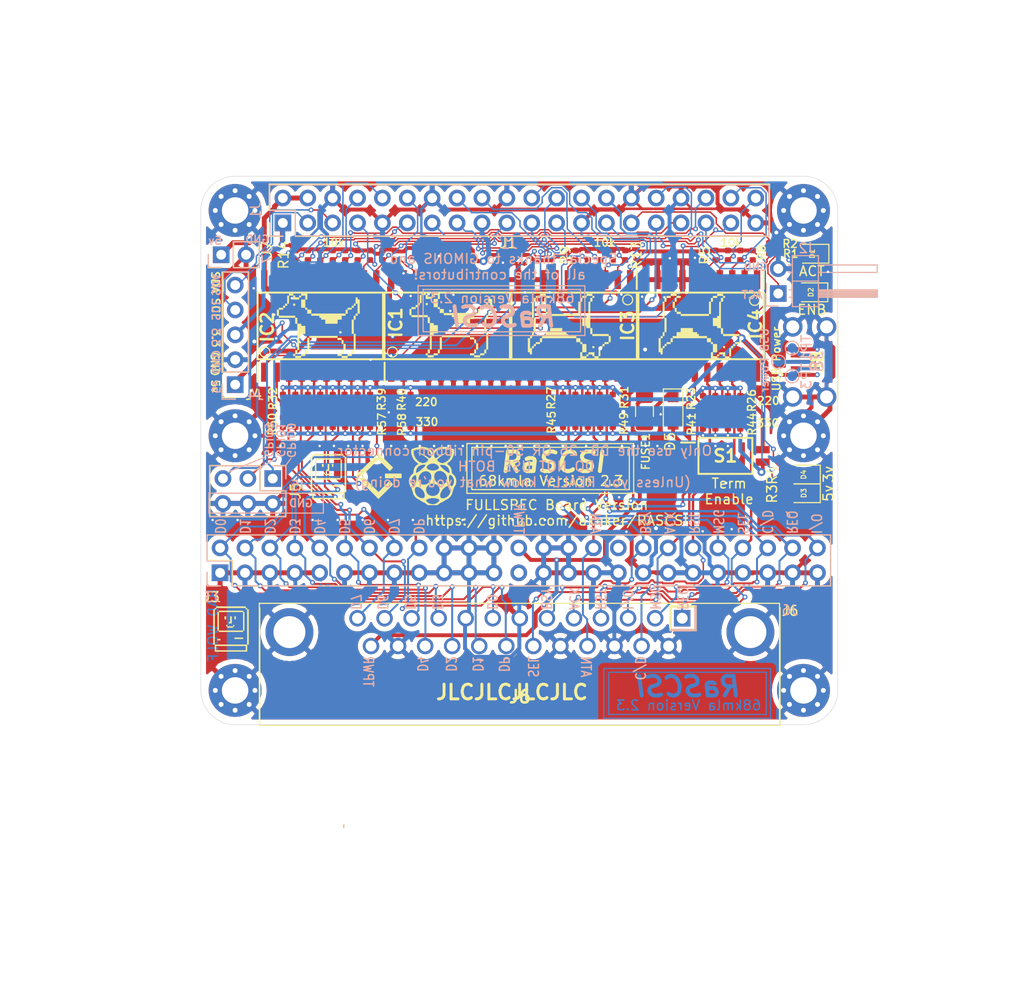
<source format=kicad_pcb>
(kicad_pcb (version 20171130) (host pcbnew "(5.1.7-7-g831c51c875)-1")
  (layers (0 Top signal) (31 Bottom signal) (34 B.Paste user hide) (35 F.Paste user hide) (36 B.SilkS user hide) (37 F.SilkS user) (38 B.Mask user hide) (39 F.Mask user hide) (44 Edge.Cuts user))
  (net 0 "")
  (net 1 GND)
  (net 2 +3V3)
  (net 3 +5V)
  (net 4 C-REQ)
  (net 5 C-MSG)
  (net 6 C-BSY)
  (net 7 C-SEL)
  (net 8 C-RST)
  (net 9 C-ACK)
  (net 10 C-ATN)
  (net 11 C-DP)
  (net 12 C-D0)
  (net 13 C-D1)
  (net 14 C-D2)
  (net 15 C-D3)
  (net 16 C-D4)
  (net 17 C-D5)
  (net 18 C-D6)
  (net 19 C-D7)
  (net 20 C-I_O)
  (net 21 C-C_D)
  (net 22 TERMPOW)
  (net 23 PI-D7)
  (net 24 PI-D6)
  (net 25 PI-D5)
  (net 26 PI-D4)
  (net 27 PI-D3)
  (net 28 PI-D2)
  (net 29 PI-D1)
  (net 30 PI-D0)
  (net 31 PI-DP)
  (net 32 PI-BSY)
  (net 33 PI-MSG)
  (net 34 PI-C_D)
  (net 35 PI-REQ)
  (net 36 PI-I_O)
  (net 37 PI-ATN)
  (net 38 PI-ACK)
  (net 39 PI-RST)
  (net 40 PI-SEL)
  (net 41 "Net-(D2-Pad2)")
  (net 42 "Net-(D3-Pad2)")
  (net 43 "Net-(D4-Pad2)")
  (net 44 DBG_LED)
  (net 45 PI_SCL)
  (net 46 PI_SDA)
  (net 47 PI-ACT)
  (net 48 /TERM_GND)
  (net 49 /TERM_5v)
  (net 50 PI-IND)
  (net 51 PI-TAD)
  (net 52 PI-DTD)
  (net 53 "Net-(D5-Pad1)")
  (net 54 PI_GPIO1)
  (net 55 PI_GPIO0)
  (net 56 PI_GPIO9)
  (net 57 EXT-ACT-LED)
  (net 58 USB_Pin_4)
  (net 59 USB_Pin_3)
  (net 60 USB_Pin_2)
  (module SamacSys_Parts:57489011 (layer Top) (at 223.6216 87.63 180)
    (fp_text reference J6 (at 16.553 -8.02) (layer F.SilkS) (effects (font (size 1.27 1.27) (thickness 0.254))))
    (fp_text value "CONNFLY DB-25" hide)
    (pad MH2 thru_hole circle (at 40.08 -1.42 180) (size 4.89 4.89) (drill 3.26) (layers *.Cu *.Mask) (net 1 GND))
    (pad MH1 thru_hole circle (at -6.96 -1.42 180) (size 4.89 4.89) (drill 3.26) (layers *.Cu *.Mask) (net 1 GND))
    (pad 25 thru_hole circle (at 31.752 -2.84 180) (size 1.68 1.68) (drill 1.12) (layers *.Cu *.Mask) (net 22 TERMPOW))
    (pad 24 thru_hole circle (at 28.991 -2.84 180) (size 1.68 1.68) (drill 1.12) (layers *.Cu *.Mask) (net 1 GND))
    (pad 23 thru_hole circle (at 26.23 -2.84 180) (size 1.68 1.68) (drill 1.12) (layers *.Cu *.Mask) (net 16 C-D4))
    (pad 22 thru_hole circle (at 23.469 -2.84 180) (size 1.68 1.68) (drill 1.12) (layers *.Cu *.Mask) (net 14 C-D2))
    (pad 21 thru_hole circle (at 20.708 -2.84 180) (size 1.68 1.68) (drill 1.12) (layers *.Cu *.Mask) (net 13 C-D1))
    (pad 20 thru_hole circle (at 17.947 -2.84 180) (size 1.68 1.68) (drill 1.12) (layers *.Cu *.Mask) (net 11 C-DP))
    (pad 19 thru_hole circle (at 15.186 -2.84 180) (size 1.68 1.68) (drill 1.12) (layers *.Cu *.Mask) (net 7 C-SEL))
    (pad 18 thru_hole circle (at 12.425 -2.84 180) (size 1.68 1.68) (drill 1.12) (layers *.Cu *.Mask) (net 1 GND))
    (pad 17 thru_hole circle (at 9.664 -2.84 180) (size 1.68 1.68) (drill 1.12) (layers *.Cu *.Mask) (net 10 C-ATN))
    (pad 16 thru_hole circle (at 6.903 -2.84 180) (size 1.68 1.68) (drill 1.12) (layers *.Cu *.Mask) (net 1 GND))
    (pad 15 thru_hole circle (at 4.142 -2.84 180) (size 1.68 1.68) (drill 1.12) (layers *.Cu *.Mask) (net 21 C-C_D))
    (pad 14 thru_hole circle (at 1.381 -2.84 180) (size 1.68 1.68) (drill 1.12) (layers *.Cu *.Mask) (net 1 GND))
    (pad 13 thru_hole circle (at 33.133 0 180) (size 1.68 1.68) (drill 1.12) (layers *.Cu *.Mask) (net 19 C-D7))
    (pad 12 thru_hole circle (at 30.371 0 180) (size 1.68 1.68) (drill 1.12) (layers *.Cu *.Mask) (net 18 C-D6))
    (pad 11 thru_hole circle (at 27.61 0 180) (size 1.68 1.68) (drill 1.12) (layers *.Cu *.Mask) (net 17 C-D5))
    (pad 10 thru_hole circle (at 24.849 0 180) (size 1.68 1.68) (drill 1.12) (layers *.Cu *.Mask) (net 15 C-D3))
    (pad 9 thru_hole circle (at 22.088 0 180) (size 1.68 1.68) (drill 1.12) (layers *.Cu *.Mask) (net 1 GND))
    (pad 8 thru_hole circle (at 19.327 0 180) (size 1.68 1.68) (drill 1.12) (layers *.Cu *.Mask) (net 12 C-D0))
    (pad 7 thru_hole circle (at 16.566 0 180) (size 1.68 1.68) (drill 1.12) (layers *.Cu *.Mask) (net 1 GND))
    (pad 6 thru_hole circle (at 13.805 0 180) (size 1.68 1.68) (drill 1.12) (layers *.Cu *.Mask) (net 6 C-BSY))
    (pad 5 thru_hole circle (at 11.044 0 180) (size 1.68 1.68) (drill 1.12) (layers *.Cu *.Mask) (net 9 C-ACK))
    (pad 4 thru_hole circle (at 8.283 0 180) (size 1.68 1.68) (drill 1.12) (layers *.Cu *.Mask) (net 8 C-RST))
    (pad 3 thru_hole circle (at 5.522 0 180) (size 1.68 1.68) (drill 1.12) (layers *.Cu *.Mask) (net 20 C-I_O))
    (pad 2 thru_hole circle (at 2.761 0 180) (size 1.68 1.68) (drill 1.12) (layers *.Cu *.Mask) (net 5 C-MSG))
    (pad 1 thru_hole rect (at 0 0 180) (size 1.68 1.68) (drill 1.12) (layers *.Cu *.Mask) (net 4 C-REQ))
  )
  (module SamacSys_Parts:SOIC127P1030X265-20N (layer Top) (at 212.598 57.785 270)
    (fp_text reference IC3 (at -0.015 -5.462 90) (layer F.SilkS) (effects (font (size 1.27 1.27) (thickness 0.254))))
    (fp_text value SN74LS641-1DW hide)
    (pad 20 smd rect (at 4.725 -5.715) (size 0.65 1.95) (layers Top F.Paste F.Mask) (net 3 +5V))
    (pad 19 smd rect (at 4.725 -4.445) (size 0.65 1.95) (layers Top F.Paste F.Mask) (net 1 GND))
    (pad 18 smd rect (at 4.725 -3.175) (size 0.65 1.95) (layers Top F.Paste F.Mask) (net 20 C-I_O))
    (pad 17 smd rect (at 4.725 -1.905) (size 0.65 1.95) (layers Top F.Paste F.Mask) (net 4 C-REQ))
    (pad 16 smd rect (at 4.725 -0.635) (size 0.65 1.95) (layers Top F.Paste F.Mask) (net 21 C-C_D))
    (pad 15 smd rect (at 4.725 0.635) (size 0.65 1.95) (layers Top F.Paste F.Mask) (net 5 C-MSG))
    (pad 14 smd rect (at 4.725 1.905) (size 0.65 1.95) (layers Top F.Paste F.Mask) (net 6 C-BSY))
    (pad 13 smd rect (at 4.725 3.175) (size 0.65 1.95) (layers Top F.Paste F.Mask) (net 1 GND))
    (pad 12 smd rect (at 4.725 4.445) (size 0.65 1.95) (layers Top F.Paste F.Mask) (net 1 GND))
    (pad 11 smd rect (at 4.725 5.715) (size 0.65 1.95) (layers Top F.Paste F.Mask) (net 1 GND))
    (pad 10 smd rect (at -4.725 5.715) (size 0.65 1.95) (layers Top F.Paste F.Mask) (net 1 GND))
    (pad 9 smd rect (at -4.725 4.445) (size 0.65 1.95) (layers Top F.Paste F.Mask) (net 1 GND))
    (pad 8 smd rect (at -4.725 3.175) (size 0.65 1.95) (layers Top F.Paste F.Mask) (net 1 GND))
    (pad 7 smd rect (at -4.725 1.905) (size 0.65 1.95) (layers Top F.Paste F.Mask) (net 1 GND))
    (pad 6 smd rect (at -4.725 0.635) (size 0.65 1.95) (layers Top F.Paste F.Mask) (net 32 PI-BSY))
    (pad 5 smd rect (at -4.725 -0.635) (size 0.65 1.95) (layers Top F.Paste F.Mask) (net 33 PI-MSG))
    (pad 4 smd rect (at -4.725 -1.905) (size 0.65 1.95) (layers Top F.Paste F.Mask) (net 34 PI-C_D))
    (pad 3 smd rect (at -4.725 -3.175) (size 0.65 1.95) (layers Top F.Paste F.Mask) (net 35 PI-REQ))
    (pad 2 smd rect (at -4.725 -4.445) (size 0.65 1.95) (layers Top F.Paste F.Mask) (net 36 PI-I_O))
    (pad 1 smd rect (at -4.725 -5.715) (size 0.65 1.95) (layers Top F.Paste F.Mask) (net 51 PI-TAD))
  )
  (module TestPoint:TestPoint_Pad_D1.0mm (layer Bottom) (at 234.85 60.05 90)
    (fp_text reference TP1 (at 0 1.448 -90) (layer B.SilkS) (effects (justify mirror)))
    (fp_text value TestPoint)
    (pad 1 smd circle (at 0 0 90) (size 1 1) (layers Bottom B.Mask) (net 58 USB_Pin_4))
  )
  (module TestPoint:TestPoint_Pad_D1.0mm (layer Bottom) (at 233.46 61.46 90)
    (fp_text reference TP2 hide)
    (fp_text value TestPoint hide)
    (pad 1 smd circle (at 0 0 90) (size 1 1) (layers Bottom B.Mask) (net 59 USB_Pin_3))
  )
  (module TestPoint:TestPoint_Pad_D1.0mm (layer Bottom) (at 234.85 62.91 90)
    (fp_text reference TP3 (at 0 1.448 -90) (layer B.SilkS) (effects (justify mirror)))
    (fp_text value TestPoint)
    (pad 1 smd circle (at 0 0 90) (size 1 1) (layers Bottom B.Mask) (net 60 USB_Pin_2))
  )
  (module SamacSys_Parts:U254051N4BH806 (layer Top) (at 237.39 61.46 90)
    (fp_text reference J8 (at 0 0 90) (layer F.SilkS) (effects (font (size 1.27 1.27) (thickness 0.254))))
    (fp_text value USB_B_Micro hide)
    (pad MH6 np_thru_hole circle (at 2 -1.165 90) (size 0.65 0) (drill 0.65) (layers *.Cu *.Mask))
    (pad MH5 np_thru_hole circle (at -2 -1.165 90) (size 0.65 0) (drill 0.65) (layers *.Cu *.Mask))
    (pad MH4 thru_hole circle (at -3.575 -2.485 90) (size 2 2) (drill 1.3285) (layers *.Cu *.Mask) (net 1 GND))
    (pad MH3 thru_hole circle (at 3.575 -2.485 90) (size 2 2) (drill 1.3285) (layers *.Cu *.Mask) (net 1 GND))
    (pad MH2 thru_hole circle (at 3.575 0.965 90) (size 2 2) (drill 1.3285) (layers *.Cu *.Mask) (net 1 GND))
    (pad MH1 thru_hole circle (at -3.575 0.965 90) (size 2 2) (drill 1.3285) (layers *.Cu *.Mask) (net 1 GND))
    (pad 5 smd rect (at 1.3 -1.985 90) (size 0.4 1.4) (layers Top F.Paste F.Mask) (net 1 GND))
    (pad 4 smd rect (at 0.65 -1.985 90) (size 0.4 1.4) (layers Top F.Paste F.Mask) (net 58 USB_Pin_4))
    (pad 3 smd rect (at 0 -1.985 90) (size 0.4 1.4) (layers Top F.Paste F.Mask) (net 59 USB_Pin_3))
    (pad 2 smd rect (at -0.65 -1.985 90) (size 0.4 1.4) (layers Top F.Paste F.Mask) (net 60 USB_Pin_2))
    (pad 1 smd rect (at -1.3 -1.985 90) (size 0.4 1.4) (layers Top F.Paste F.Mask) (net 3 +5V))
  )
  (module SamacSys_Parts:scsi_logo (layer Top) (at 192.49 73.1)
    (fp_text reference X8 hide)
    (fp_text value Pi hide)
  )
  (module SamacSys_Parts:dogcow (layer Top) (at 200.025 57.7215)
    (fp_text reference X6 hide)
    (fp_text value Dogcow hide)
  )
  (module SamacSys_Parts:dogcow (layer Top) (at 225.425 57.785 180)
    (fp_text reference X4 hide)
    (fp_text value Dogcow hide)
  )
  (module SamacSys_Parts:SOIC127P1030X265-20N (layer Top) (at 225.552 57.785 270)
    (fp_text reference IC4 (at -0.185 -5.548 90) (layer F.SilkS) (effects (font (size 1.27 1.27) (thickness 0.254))))
    (fp_text value SN74LS641-1DW hide)
    (pad 20 smd rect (at 4.725 -5.715) (size 0.65 1.95) (layers Top F.Paste F.Mask) (net 3 +5V))
    (pad 19 smd rect (at 4.725 -4.445) (size 0.65 1.95) (layers Top F.Paste F.Mask) (net 1 GND))
    (pad 18 smd rect (at 4.725 -3.175) (size 0.65 1.95) (layers Top F.Paste F.Mask) (net 7 C-SEL))
    (pad 17 smd rect (at 4.725 -1.905) (size 0.65 1.95) (layers Top F.Paste F.Mask) (net 8 C-RST))
    (pad 16 smd rect (at 4.725 -0.635) (size 0.65 1.95) (layers Top F.Paste F.Mask) (net 9 C-ACK))
    (pad 15 smd rect (at 4.725 0.635) (size 0.65 1.95) (layers Top F.Paste F.Mask) (net 10 C-ATN))
    (pad 14 smd rect (at 4.725 1.905) (size 0.65 1.95) (layers Top F.Paste F.Mask) (net 1 GND))
    (pad 13 smd rect (at 4.725 3.175) (size 0.65 1.95) (layers Top F.Paste F.Mask) (net 1 GND))
    (pad 12 smd rect (at 4.725 4.445) (size 0.65 1.95) (layers Top F.Paste F.Mask) (net 1 GND))
    (pad 11 smd rect (at 4.725 5.715) (size 0.65 1.95) (layers Top F.Paste F.Mask) (net 1 GND))
    (pad 10 smd rect (at -4.725 5.715) (size 0.65 1.95) (layers Top F.Paste F.Mask) (net 1 GND))
    (pad 9 smd rect (at -4.725 4.445) (size 0.65 1.95) (layers Top F.Paste F.Mask) (net 1 GND))
    (pad 8 smd rect (at -4.725 3.175) (size 0.65 1.95) (layers Top F.Paste F.Mask) (net 1 GND))
    (pad 7 smd rect (at -4.725 1.905) (size 0.65 1.95) (layers Top F.Paste F.Mask) (net 1 GND))
    (pad 6 smd rect (at -4.725 0.635) (size 0.65 1.95) (layers Top F.Paste F.Mask) (net 1 GND))
    (pad 5 smd rect (at -4.725 -0.635) (size 0.65 1.95) (layers Top F.Paste F.Mask) (net 37 PI-ATN))
    (pad 4 smd rect (at -4.725 -1.905) (size 0.65 1.95) (layers Top F.Paste F.Mask) (net 38 PI-ACK))
    (pad 3 smd rect (at -4.725 -3.175) (size 0.65 1.95) (layers Top F.Paste F.Mask) (net 39 PI-RST))
    (pad 2 smd rect (at -4.725 -4.445) (size 0.65 1.95) (layers Top F.Paste F.Mask) (net 40 PI-SEL))
    (pad 1 smd rect (at -4.725 -5.715) (size 0.65 1.95) (layers Top F.Paste F.Mask) (net 50 PI-IND))
  )
  (module SamacSys_Parts:SOIC127P1030X265-20N (layer Top) (at 186.69 57.785 90)
    (fp_text reference IC2 (at -0.115 -5.41 90) (layer F.SilkS) (effects (font (size 1.27 1.27) (thickness 0.254))))
    (fp_text value SN74LS641-1DW hide)
    (pad 20 smd rect (at 4.725 -5.715 180) (size 0.65 1.95) (layers Top F.Paste F.Mask) (net 3 +5V))
    (pad 19 smd rect (at 4.725 -4.445 180) (size 0.65 1.95) (layers Top F.Paste F.Mask) (net 1 GND))
    (pad 18 smd rect (at 4.725 -3.175 180) (size 0.65 1.95) (layers Top F.Paste F.Mask) (net 23 PI-D7))
    (pad 17 smd rect (at 4.725 -1.905 180) (size 0.65 1.95) (layers Top F.Paste F.Mask) (net 24 PI-D6))
    (pad 16 smd rect (at 4.725 -0.635 180) (size 0.65 1.95) (layers Top F.Paste F.Mask) (net 25 PI-D5))
    (pad 15 smd rect (at 4.725 0.635 180) (size 0.65 1.95) (layers Top F.Paste F.Mask) (net 26 PI-D4))
    (pad 14 smd rect (at 4.725 1.905 180) (size 0.65 1.95) (layers Top F.Paste F.Mask) (net 27 PI-D3))
    (pad 13 smd rect (at 4.725 3.175 180) (size 0.65 1.95) (layers Top F.Paste F.Mask) (net 28 PI-D2))
    (pad 12 smd rect (at 4.725 4.445 180) (size 0.65 1.95) (layers Top F.Paste F.Mask) (net 29 PI-D1))
    (pad 11 smd rect (at 4.725 5.715 180) (size 0.65 1.95) (layers Top F.Paste F.Mask) (net 30 PI-D0))
    (pad 10 smd rect (at -4.725 5.715 180) (size 0.65 1.95) (layers Top F.Paste F.Mask) (net 1 GND))
    (pad 9 smd rect (at -4.725 4.445 180) (size 0.65 1.95) (layers Top F.Paste F.Mask) (net 12 C-D0))
    (pad 8 smd rect (at -4.725 3.175 180) (size 0.65 1.95) (layers Top F.Paste F.Mask) (net 13 C-D1))
    (pad 7 smd rect (at -4.725 1.905 180) (size 0.65 1.95) (layers Top F.Paste F.Mask) (net 14 C-D2))
    (pad 6 smd rect (at -4.725 0.635 180) (size 0.65 1.95) (layers Top F.Paste F.Mask) (net 15 C-D3))
    (pad 5 smd rect (at -4.725 -0.635 180) (size 0.65 1.95) (layers Top F.Paste F.Mask) (net 16 C-D4))
    (pad 4 smd rect (at -4.725 -1.905 180) (size 0.65 1.95) (layers Top F.Paste F.Mask) (net 17 C-D5))
    (pad 3 smd rect (at -4.725 -3.175 180) (size 0.65 1.95) (layers Top F.Paste F.Mask) (net 18 C-D6))
    (pad 2 smd rect (at -4.725 -4.445 180) (size 0.65 1.95) (layers Top F.Paste F.Mask) (net 19 C-D7))
    (pad 1 smd rect (at -4.725 -5.715 180) (size 0.65 1.95) (layers Top F.Paste F.Mask) (net 52 PI-DTD))
  )
  (module SamacSys_Parts:SOIC127P1030X265-20N (layer Top) (at 199.644 57.785 90)
    (fp_text reference IC1 (at 0.335 -5.254 90) (layer F.SilkS) (effects (font (size 1.27 1.27) (thickness 0.254))))
    (fp_text value SN74LS641-1DW hide)
    (pad 20 smd rect (at 4.725 -5.715 180) (size 0.65 1.95) (layers Top F.Paste F.Mask) (net 3 +5V))
    (pad 19 smd rect (at 4.725 -4.445 180) (size 0.65 1.95) (layers Top F.Paste F.Mask) (net 1 GND))
    (pad 18 smd rect (at 4.725 -3.175 180) (size 0.65 1.95) (layers Top F.Paste F.Mask) (net 31 PI-DP))
    (pad 17 smd rect (at 4.725 -1.905 180) (size 0.65 1.95) (layers Top F.Paste F.Mask) (net 1 GND))
    (pad 16 smd rect (at 4.725 -0.635 180) (size 0.65 1.95) (layers Top F.Paste F.Mask) (net 1 GND))
    (pad 15 smd rect (at 4.725 0.635 180) (size 0.65 1.95) (layers Top F.Paste F.Mask) (net 1 GND))
    (pad 14 smd rect (at 4.725 1.905 180) (size 0.65 1.95) (layers Top F.Paste F.Mask) (net 1 GND))
    (pad 13 smd rect (at 4.725 3.175 180) (size 0.65 1.95) (layers Top F.Paste F.Mask) (net 1 GND))
    (pad 12 smd rect (at 4.725 4.445 180) (size 0.65 1.95) (layers Top F.Paste F.Mask) (net 1 GND))
    (pad 11 smd rect (at 4.725 5.715 180) (size 0.65 1.95) (layers Top F.Paste F.Mask) (net 1 GND))
    (pad 10 smd rect (at -4.725 5.715 180) (size 0.65 1.95) (layers Top F.Paste F.Mask) (net 1 GND))
    (pad 9 smd rect (at -4.725 4.445 180) (size 0.65 1.95) (layers Top F.Paste F.Mask) (net 1 GND))
    (pad 8 smd rect (at -4.725 3.175 180) (size 0.65 1.95) (layers Top F.Paste F.Mask) (net 1 GND))
    (pad 7 smd rect (at -4.725 1.905 180) (size 0.65 1.95) (layers Top F.Paste F.Mask) (net 1 GND))
    (pad 6 smd rect (at -4.725 0.635 180) (size 0.65 1.95) (layers Top F.Paste F.Mask) (net 1 GND))
    (pad 5 smd rect (at -4.725 -0.635 180) (size 0.65 1.95) (layers Top F.Paste F.Mask) (net 1 GND))
    (pad 4 smd rect (at -4.725 -1.905 180) (size 0.65 1.95) (layers Top F.Paste F.Mask) (net 1 GND))
    (pad 3 smd rect (at -4.725 -3.175 180) (size 0.65 1.95) (layers Top F.Paste F.Mask) (net 1 GND))
    (pad 2 smd rect (at -4.725 -4.445 180) (size 0.65 1.95) (layers Top F.Paste F.Mask) (net 11 C-DP))
    (pad 1 smd rect (at -4.725 -5.715 180) (size 0.65 1.95) (layers Top F.Paste F.Mask) (net 52 PI-DTD))
  )
  (module Diode_SMD:D_SOD-123F (layer Top) (at 222.6945 66.42 270)
    (fp_text reference D5 (at 3.176 0.3175 270) (layer F.SilkS))
    (fp_text value SM4007PL)
    (pad 2 smd rect (at 1.4 0 270) (size 1.1 1.1) (layers Top F.Paste F.Mask) (net 3 +5V))
    (pad 1 smd rect (at -1.4 0 270) (size 1.1 1.1) (layers Top F.Paste F.Mask) (net 53 "Net-(D5-Pad1)"))
  )
  (module SamacSys_Parts:mac_happy_small (layer Top) (at 177.6095 88.7095)
    (fp_text reference X1 hide)
    (fp_text value Mac hide)
  )
  (module Connector_PinHeader_2.54mm:PinHeader_1x02_P2.54mm_Horizontal (layer Bottom) (at 233.426 54.483)
    (fp_text reference J2 (at 2.921 -4.6355) (layer B.SilkS) (effects (justify mirror)))
    (fp_text value DNP)
    (pad 2 thru_hole oval (at 0 -2.54) (size 1.7 1.7) (drill 1) (layers *.Cu *.Mask) (net 1 GND))
    (pad 1 thru_hole rect (at 0 0) (size 1.7 1.7) (drill 1) (layers *.Cu *.Mask) (net 57 EXT-ACT-LED))
  )
  (module Connector_PinHeader_2.54mm:PinHeader_1x02_P2.54mm_Vertical (layer Top) (at 176.58 50.52 90)
    (fp_text reference J7 (at 0.5455 4.649 90) (layer F.SilkS))
    (fp_text value DNP)
    (pad 2 thru_hole oval (at 0 2.54 90) (size 1.7 1.7) (drill 1) (layers *.Cu *.Mask) (net 1 GND))
    (pad 1 thru_hole rect (at 0 0 90) (size 1.7 1.7) (drill 1) (layers *.Cu *.Mask) (net 3 +5V))
  )
  (module Connector_PinHeader_2.54mm:PinHeader_2x03_P2.54mm_Vertical (layer Top) (at 181.84 73.37 270)
    (fp_text reference J5 (at 1.27 -2.33 90) (layer F.SilkS))
    (fp_text value DNP)
    (pad 6 thru_hole oval (at 2.54 5.08 270) (size 1.7 1.7) (drill 1) (layers *.Cu *.Mask) (net 1 GND))
    (pad 5 thru_hole oval (at 0 5.08 270) (size 1.7 1.7) (drill 1) (layers *.Cu *.Mask) (net 56 PI_GPIO9))
    (pad 4 thru_hole oval (at 2.54 2.54 270) (size 1.7 1.7) (drill 1) (layers *.Cu *.Mask) (net 1 GND))
    (pad 3 thru_hole oval (at 0 2.54 270) (size 1.7 1.7) (drill 1) (layers *.Cu *.Mask) (net 54 PI_GPIO1))
    (pad 2 thru_hole oval (at 2.54 0 270) (size 1.7 1.7) (drill 1) (layers *.Cu *.Mask) (net 1 GND))
    (pad 1 thru_hole rect (at 0 0 270) (size 1.7 1.7) (drill 1) (layers *.Cu *.Mask) (net 55 PI_GPIO0))
  )
  (module Resistor_SMD:R_0402_1005Metric (layer Top) (at 233.807 72.898 270)
    (fp_text reference R4 (at 0.127 1.016 90) (layer F.SilkS))
    (fp_text value 2k)
    (pad 2 smd roundrect (at 0.485 0 270) (size 0.59 0.64) (layers Top F.Paste F.Mask) (net 43 "Net-(D4-Pad2)"))
    (pad 1 smd roundrect (at -0.485 0 270) (size 0.59 0.64) (layers Top F.Paste F.Mask) (net 2 +3V3))
  )
  (module Resistor_SMD:R_0402_1005Metric (layer Top) (at 232.9585 49.3395)
    (fp_text reference R2 (at 1.674 0.0635 180) (layer F.SilkS) (effects (font (size 0.8 0.8))))
    (fp_text value 2k)
    (pad 2 smd roundrect (at 0.485 0) (size 0.59 0.64) (layers Top F.Paste F.Mask) (net 41 "Net-(D2-Pad2)"))
    (pad 1 smd roundrect (at -0.485 0) (size 0.59 0.64) (layers Top F.Paste F.Mask) (net 44 DBG_LED))
  )
  (module Resistor_SMD:R_0402_1005Metric (layer Top) (at 232.9585 50.3555)
    (fp_text reference R1 (at 1.7375 0.0635 180) (layer F.SilkS) (effects (font (size 0.8 0.8))))
    (fp_text value 2k)
    (pad 2 smd roundrect (at 0.485 0) (size 0.59 0.64) (layers Top F.Paste F.Mask) (net 57 EXT-ACT-LED))
    (pad 1 smd roundrect (at -0.485 0) (size 0.59 0.64) (layers Top F.Paste F.Mask) (net 47 PI-ACT))
  )
  (module Connector_PinHeader_2.54mm:PinHeader_2x25_P2.54mm_Vertical (layer Top) (at 176.4665 82.9945 90)
    (fp_text reference J3 (at -2.4765 -0.889 180) (layer F.SilkS))
    (fp_text value Conn_02x25_Odd_Even)
    (pad 50 thru_hole oval (at 2.54 60.96 90) (size 1.7 1.7) (drill 1) (layers *.Cu *.Mask) (net 20 C-I_O))
    (pad 49 thru_hole oval (at 0 60.96 90) (size 1.7 1.7) (drill 1) (layers *.Cu *.Mask) (net 1 GND))
    (pad 48 thru_hole oval (at 2.54 58.42 90) (size 1.7 1.7) (drill 1) (layers *.Cu *.Mask) (net 4 C-REQ))
    (pad 47 thru_hole oval (at 0 58.42 90) (size 1.7 1.7) (drill 1) (layers *.Cu *.Mask) (net 1 GND))
    (pad 46 thru_hole oval (at 2.54 55.88 90) (size 1.7 1.7) (drill 1) (layers *.Cu *.Mask) (net 21 C-C_D))
    (pad 45 thru_hole oval (at 0 55.88 90) (size 1.7 1.7) (drill 1) (layers *.Cu *.Mask) (net 1 GND))
    (pad 44 thru_hole oval (at 2.54 53.34 90) (size 1.7 1.7) (drill 1) (layers *.Cu *.Mask) (net 7 C-SEL))
    (pad 43 thru_hole oval (at 0 53.34 90) (size 1.7 1.7) (drill 1) (layers *.Cu *.Mask) (net 1 GND))
    (pad 42 thru_hole oval (at 2.54 50.8 90) (size 1.7 1.7) (drill 1) (layers *.Cu *.Mask) (net 5 C-MSG))
    (pad 41 thru_hole oval (at 0 50.8 90) (size 1.7 1.7) (drill 1) (layers *.Cu *.Mask) (net 1 GND))
    (pad 40 thru_hole oval (at 2.54 48.26 90) (size 1.7 1.7) (drill 1) (layers *.Cu *.Mask) (net 8 C-RST))
    (pad 39 thru_hole oval (at 0 48.26 90) (size 1.7 1.7) (drill 1) (layers *.Cu *.Mask) (net 1 GND))
    (pad 38 thru_hole oval (at 2.54 45.72 90) (size 1.7 1.7) (drill 1) (layers *.Cu *.Mask) (net 9 C-ACK))
    (pad 37 thru_hole oval (at 0 45.72 90) (size 1.7 1.7) (drill 1) (layers *.Cu *.Mask) (net 1 GND))
    (pad 36 thru_hole oval (at 2.54 43.18 90) (size 1.7 1.7) (drill 1) (layers *.Cu *.Mask) (net 6 C-BSY))
    (pad 35 thru_hole oval (at 0 43.18 90) (size 1.7 1.7) (drill 1) (layers *.Cu *.Mask) (net 1 GND))
    (pad 34 thru_hole oval (at 2.54 40.64 90) (size 1.7 1.7) (drill 1) (layers *.Cu *.Mask))
    (pad 33 thru_hole oval (at 0 40.64 90) (size 1.7 1.7) (drill 1) (layers *.Cu *.Mask) (net 1 GND))
    (pad 32 thru_hole oval (at 2.54 38.1 90) (size 1.7 1.7) (drill 1) (layers *.Cu *.Mask) (net 10 C-ATN))
    (pad 31 thru_hole oval (at 0 38.1 90) (size 1.7 1.7) (drill 1) (layers *.Cu *.Mask) (net 1 GND))
    (pad 30 thru_hole oval (at 2.54 35.56 90) (size 1.7 1.7) (drill 1) (layers *.Cu *.Mask) (net 1 GND))
    (pad 29 thru_hole oval (at 0 35.56 90) (size 1.7 1.7) (drill 1) (layers *.Cu *.Mask) (net 1 GND))
    (pad 28 thru_hole oval (at 2.54 33.02 90) (size 1.7 1.7) (drill 1) (layers *.Cu *.Mask) (net 1 GND))
    (pad 27 thru_hole oval (at 0 33.02 90) (size 1.7 1.7) (drill 1) (layers *.Cu *.Mask) (net 1 GND))
    (pad 26 thru_hole oval (at 2.54 30.48 90) (size 1.7 1.7) (drill 1) (layers *.Cu *.Mask) (net 22 TERMPOW))
    (pad 25 thru_hole oval (at 0 30.48 90) (size 1.7 1.7) (drill 1) (layers *.Cu *.Mask))
    (pad 24 thru_hole oval (at 2.54 27.94 90) (size 1.7 1.7) (drill 1) (layers *.Cu *.Mask) (net 1 GND))
    (pad 23 thru_hole oval (at 0 27.94 90) (size 1.7 1.7) (drill 1) (layers *.Cu *.Mask) (net 1 GND))
    (pad 22 thru_hole oval (at 2.54 25.4 90) (size 1.7 1.7) (drill 1) (layers *.Cu *.Mask) (net 1 GND))
    (pad 21 thru_hole oval (at 0 25.4 90) (size 1.7 1.7) (drill 1) (layers *.Cu *.Mask) (net 1 GND))
    (pad 20 thru_hole oval (at 2.54 22.86 90) (size 1.7 1.7) (drill 1) (layers *.Cu *.Mask) (net 1 GND))
    (pad 19 thru_hole oval (at 0 22.86 90) (size 1.7 1.7) (drill 1) (layers *.Cu *.Mask) (net 1 GND))
    (pad 18 thru_hole oval (at 2.54 20.32 90) (size 1.7 1.7) (drill 1) (layers *.Cu *.Mask) (net 11 C-DP))
    (pad 17 thru_hole oval (at 0 20.32 90) (size 1.7 1.7) (drill 1) (layers *.Cu *.Mask) (net 1 GND))
    (pad 16 thru_hole oval (at 2.54 17.78 90) (size 1.7 1.7) (drill 1) (layers *.Cu *.Mask) (net 19 C-D7))
    (pad 15 thru_hole oval (at 0 17.78 90) (size 1.7 1.7) (drill 1) (layers *.Cu *.Mask) (net 1 GND))
    (pad 14 thru_hole oval (at 2.54 15.24 90) (size 1.7 1.7) (drill 1) (layers *.Cu *.Mask) (net 18 C-D6))
    (pad 13 thru_hole oval (at 0 15.24 90) (size 1.7 1.7) (drill 1) (layers *.Cu *.Mask) (net 1 GND))
    (pad 12 thru_hole oval (at 2.54 12.7 90) (size 1.7 1.7) (drill 1) (layers *.Cu *.Mask) (net 17 C-D5))
    (pad 11 thru_hole oval (at 0 12.7 90) (size 1.7 1.7) (drill 1) (layers *.Cu *.Mask) (net 1 GND))
    (pad 10 thru_hole oval (at 2.54 10.16 90) (size 1.7 1.7) (drill 1) (layers *.Cu *.Mask) (net 16 C-D4))
    (pad 9 thru_hole oval (at 0 10.16 90) (size 1.7 1.7) (drill 1) (layers *.Cu *.Mask) (net 1 GND))
    (pad 8 thru_hole oval (at 2.54 7.62 90) (size 1.7 1.7) (drill 1) (layers *.Cu *.Mask) (net 15 C-D3))
    (pad 7 thru_hole oval (at 0 7.62 90) (size 1.7 1.7) (drill 1) (layers *.Cu *.Mask) (net 1 GND))
    (pad 6 thru_hole oval (at 2.54 5.08 90) (size 1.7 1.7) (drill 1) (layers *.Cu *.Mask) (net 14 C-D2))
    (pad 5 thru_hole oval (at 0 5.08 90) (size 1.7 1.7) (drill 1) (layers *.Cu *.Mask) (net 1 GND))
    (pad 4 thru_hole oval (at 2.54 2.54 90) (size 1.7 1.7) (drill 1) (layers *.Cu *.Mask) (net 13 C-D1))
    (pad 3 thru_hole oval (at 0 2.54 90) (size 1.7 1.7) (drill 1) (layers *.Cu *.Mask) (net 1 GND))
    (pad 2 thru_hole oval (at 2.54 0 90) (size 1.7 1.7) (drill 1) (layers *.Cu *.Mask) (net 12 C-D0))
    (pad 1 thru_hole rect (at 0 0 90) (size 1.7 1.7) (drill 1) (layers *.Cu *.Mask) (net 1 GND))
  )
  (module SamacSys_Parts:mac_happy_small (layer Top) (at 187.56 73.15)
    (fp_text reference X3 hide)
    (fp_text value Mac hide)
  )
  (module SamacSys_Parts:pi_logo (layer Top) (at 198.16 73.152)
    (fp_text reference X7 hide)
    (fp_text value Pi hide)
  )
  (module SamacSys_Parts:dogcow (layer Top) (at 212.09 57.785 180)
    (fp_text reference X5 hide)
    (fp_text value Dogcow hide)
  )
  (module SamacSys_Parts:dogcow (layer Top) (at 186.4995 57.785)
    (fp_text reference X2 hide)
    (fp_text value Dogcow hide)
  )
  (module Resistor_SMD:R_0402_1005Metric (layer Top) (at 195.8975 67.6275 90)
    (fp_text reference R58 (at -0.2325 -0.8775 90) (layer F.SilkS) (effects (font (size 0.8 0.8))))
    (fp_text value 330)
    (pad 2 smd roundrect (at 0.485 0 90) (size 0.59 0.64) (layers Top F.Paste F.Mask) (net 11 C-DP))
    (pad 1 smd roundrect (at -0.485 0 90) (size 0.59 0.64) (layers Top F.Paste F.Mask) (net 48 /TERM_GND))
  )
  (module Resistor_SMD:R_0402_1005Metric (layer Top) (at 191.77 67.6275 90)
    (fp_text reference R57 (at -0.1905 1.2065 90) (layer F.SilkS) (effects (font (size 0.8 0.8))))
    (fp_text value 330)
    (pad 2 smd roundrect (at 0.485 0 90) (size 0.59 0.64) (layers Top F.Paste F.Mask) (net 12 C-D0))
    (pad 1 smd roundrect (at -0.485 0 90) (size 0.59 0.64) (layers Top F.Paste F.Mask) (net 48 /TERM_GND))
  )
  (module Resistor_SMD:R_0402_1005Metric (layer Top) (at 190.5 67.6275 90)
    (fp_text reference R56)
    (fp_text value 330)
    (pad 2 smd roundrect (at 0.485 0 90) (size 0.59 0.64) (layers Top F.Paste F.Mask) (net 13 C-D1))
    (pad 1 smd roundrect (at -0.485 0 90) (size 0.59 0.64) (layers Top F.Paste F.Mask) (net 48 /TERM_GND))
  )
  (module Resistor_SMD:R_0402_1005Metric (layer Top) (at 189.23 67.6275 90)
    (fp_text reference R55)
    (fp_text value 330)
    (pad 2 smd roundrect (at 0.485 0 90) (size 0.59 0.64) (layers Top F.Paste F.Mask) (net 14 C-D2))
    (pad 1 smd roundrect (at -0.485 0 90) (size 0.59 0.64) (layers Top F.Paste F.Mask) (net 48 /TERM_GND))
  )
  (module Resistor_SMD:R_0402_1005Metric (layer Top) (at 187.96 67.6275 90)
    (fp_text reference R54)
    (fp_text value 330)
    (pad 2 smd roundrect (at 0.485 0 90) (size 0.59 0.64) (layers Top F.Paste F.Mask) (net 15 C-D3))
    (pad 1 smd roundrect (at -0.485 0 90) (size 0.59 0.64) (layers Top F.Paste F.Mask) (net 48 /TERM_GND))
  )
  (module Resistor_SMD:R_0402_1005Metric (layer Top) (at 186.69 67.6275 90)
    (fp_text reference R53)
    (fp_text value 330)
    (pad 2 smd roundrect (at 0.485 0 90) (size 0.59 0.64) (layers Top F.Paste F.Mask) (net 16 C-D4))
    (pad 1 smd roundrect (at -0.485 0 90) (size 0.59 0.64) (layers Top F.Paste F.Mask) (net 48 /TERM_GND))
  )
  (module Resistor_SMD:R_0402_1005Metric (layer Top) (at 185.42 67.6275 90)
    (fp_text reference R52)
    (fp_text value 330)
    (pad 2 smd roundrect (at 0.485 0 90) (size 0.59 0.64) (layers Top F.Paste F.Mask) (net 17 C-D5))
    (pad 1 smd roundrect (at -0.485 0 90) (size 0.59 0.64) (layers Top F.Paste F.Mask) (net 48 /TERM_GND))
  )
  (module Resistor_SMD:R_0402_1005Metric (layer Top) (at 184.15 67.6275 90)
    (fp_text reference R51)
    (fp_text value 330)
    (pad 2 smd roundrect (at 0.485 0 90) (size 0.59 0.64) (layers Top F.Paste F.Mask) (net 18 C-D6))
    (pad 1 smd roundrect (at -0.485 0 90) (size 0.59 0.64) (layers Top F.Paste F.Mask) (net 48 /TERM_GND))
  )
  (module Resistor_SMD:R_0402_1005Metric (layer Top) (at 182.88 67.6275 90)
    (fp_text reference R50 (at -0.1905 -1.0795 90) (layer F.SilkS) (effects (font (size 0.8 0.8))))
    (fp_text value 330)
    (pad 2 smd roundrect (at 0.485 0 90) (size 0.59 0.64) (layers Top F.Paste F.Mask) (net 19 C-D7))
    (pad 1 smd roundrect (at -0.485 0 90) (size 0.59 0.64) (layers Top F.Paste F.Mask) (net 48 /TERM_GND))
  )
  (module Resistor_SMD:R_0402_1005Metric (layer Top) (at 216.535 67.6275 90)
    (fp_text reference R49 (at -0.127 1.143 90) (layer F.SilkS) (effects (font (size 0.8 0.8))))
    (fp_text value 330)
    (pad 2 smd roundrect (at 0.485 0 90) (size 0.59 0.64) (layers Top F.Paste F.Mask) (net 20 C-I_O))
    (pad 1 smd roundrect (at -0.485 0 90) (size 0.59 0.64) (layers Top F.Paste F.Mask) (net 48 /TERM_GND))
  )
  (module Resistor_SMD:R_0402_1005Metric (layer Top) (at 215.265 67.6275 90)
    (fp_text reference R48)
    (fp_text value 330)
    (pad 2 smd roundrect (at 0.485 0 90) (size 0.59 0.64) (layers Top F.Paste F.Mask) (net 4 C-REQ))
    (pad 1 smd roundrect (at -0.485 0 90) (size 0.59 0.64) (layers Top F.Paste F.Mask) (net 48 /TERM_GND))
  )
  (module Resistor_SMD:R_0402_1005Metric (layer Top) (at 213.995 67.6275 90)
    (fp_text reference R47)
    (fp_text value 330)
    (pad 2 smd roundrect (at 0.485 0 90) (size 0.59 0.64) (layers Top F.Paste F.Mask) (net 21 C-C_D))
    (pad 1 smd roundrect (at -0.485 0 90) (size 0.59 0.64) (layers Top F.Paste F.Mask) (net 48 /TERM_GND))
  )
  (module Resistor_SMD:R_0402_1005Metric (layer Top) (at 212.725 67.6275 90)
    (fp_text reference R46)
    (fp_text value 330)
    (pad 2 smd roundrect (at 0.485 0 90) (size 0.59 0.64) (layers Top F.Paste F.Mask) (net 5 C-MSG))
    (pad 1 smd roundrect (at -0.485 0 90) (size 0.59 0.64) (layers Top F.Paste F.Mask) (net 48 /TERM_GND))
  )
  (module Resistor_SMD:R_0402_1005Metric (layer Top) (at 211.455 67.6275 90)
    (fp_text reference R45 (at 0 -1.17 90) (layer F.SilkS) (effects (font (size 0.8 0.8))))
    (fp_text value 330)
    (pad 2 smd roundrect (at 0.485 0 90) (size 0.59 0.64) (layers Top F.Paste F.Mask) (net 6 C-BSY))
    (pad 1 smd roundrect (at -0.485 0 90) (size 0.59 0.64) (layers Top F.Paste F.Mask) (net 48 /TERM_GND))
  )
  (module Resistor_SMD:R_0402_1005Metric (layer Top) (at 229.5525 67.802501 90)
    (fp_text reference R44 (at -0.015499 1.2065 90) (layer F.SilkS) (effects (font (size 0.8 0.8))))
    (fp_text value 330)
    (pad 2 smd roundrect (at 0.485 0 90) (size 0.59 0.64) (layers Top F.Paste F.Mask) (net 7 C-SEL))
    (pad 1 smd roundrect (at -0.485 0 90) (size 0.59 0.64) (layers Top F.Paste F.Mask) (net 48 /TERM_GND))
  )
  (module Resistor_SMD:R_0402_1005Metric (layer Top) (at 228.2825 67.802501 90)
    (fp_text reference R43)
    (fp_text value 330)
    (pad 2 smd roundrect (at 0.485 0 90) (size 0.59 0.64) (layers Top F.Paste F.Mask) (net 8 C-RST))
    (pad 1 smd roundrect (at -0.485 0 90) (size 0.59 0.64) (layers Top F.Paste F.Mask) (net 48 /TERM_GND))
  )
  (module Resistor_SMD:R_0402_1005Metric (layer Top) (at 227.0125 67.802501 90)
    (fp_text reference R42)
    (fp_text value 330)
    (pad 2 smd roundrect (at 0.485 0 90) (size 0.59 0.64) (layers Top F.Paste F.Mask) (net 9 C-ACK))
    (pad 1 smd roundrect (at -0.485 0 90) (size 0.59 0.64) (layers Top F.Paste F.Mask) (net 48 /TERM_GND))
  )
  (module Resistor_SMD:R_0402_1005Metric (layer Top) (at 225.7425 67.802501 90)
    (fp_text reference R41 (at 0 -1.17 90) (layer F.SilkS) (effects (font (size 0.8 0.8))))
    (fp_text value 330)
    (pad 2 smd roundrect (at 0.485 0 90) (size 0.59 0.64) (layers Top F.Paste F.Mask) (net 10 C-ATN))
    (pad 1 smd roundrect (at -0.485 0 90) (size 0.59 0.64) (layers Top F.Paste F.Mask) (net 48 /TERM_GND))
  )
  (module Resistor_SMD:R_0402_1005Metric (layer Top) (at 195.8975 65.278 270)
    (fp_text reference R40 (at 0.012 0.9075 90) (layer F.SilkS) (effects (font (size 0.8 0.8))))
    (fp_text value 220)
    (pad 2 smd roundrect (at 0.485 0 270) (size 0.59 0.64) (layers Top F.Paste F.Mask) (net 11 C-DP))
    (pad 1 smd roundrect (at -0.485 0 270) (size 0.59 0.64) (layers Top F.Paste F.Mask) (net 49 /TERM_5v))
  )
  (module Resistor_SMD:R_0402_1005Metric (layer Top) (at 191.77 65.278 270)
    (fp_text reference R39 (at 0 -1.17 90) (layer F.SilkS) (effects (font (size 0.8 0.8))))
    (fp_text value 220)
    (pad 2 smd roundrect (at 0.485 0 270) (size 0.59 0.64) (layers Top F.Paste F.Mask) (net 12 C-D0))
    (pad 1 smd roundrect (at -0.485 0 270) (size 0.59 0.64) (layers Top F.Paste F.Mask) (net 49 /TERM_5v))
  )
  (module Resistor_SMD:R_0402_1005Metric (layer Top) (at 190.5 65.278 270)
    (fp_text reference R38)
    (fp_text value 220)
    (pad 2 smd roundrect (at 0.485 0 270) (size 0.59 0.64) (layers Top F.Paste F.Mask) (net 13 C-D1))
    (pad 1 smd roundrect (at -0.485 0 270) (size 0.59 0.64) (layers Top F.Paste F.Mask) (net 49 /TERM_5v))
  )
  (module Resistor_SMD:R_0402_1005Metric (layer Top) (at 189.1665 65.278 270)
    (fp_text reference R37)
    (fp_text value 220)
    (pad 2 smd roundrect (at 0.485 0 270) (size 0.59 0.64) (layers Top F.Paste F.Mask) (net 14 C-D2))
    (pad 1 smd roundrect (at -0.485 0 270) (size 0.59 0.64) (layers Top F.Paste F.Mask) (net 49 /TERM_5v))
  )
  (module Resistor_SMD:R_0402_1005Metric (layer Top) (at 187.96 65.278 270)
    (fp_text reference R36)
    (fp_text value 220)
    (pad 2 smd roundrect (at 0.485 0 270) (size 0.59 0.64) (layers Top F.Paste F.Mask) (net 15 C-D3))
    (pad 1 smd roundrect (at -0.485 0 270) (size 0.59 0.64) (layers Top F.Paste F.Mask) (net 49 /TERM_5v))
  )
  (module Resistor_SMD:R_0402_1005Metric (layer Top) (at 186.69 65.278 270)
    (fp_text reference R35)
    (fp_text value 220)
    (pad 2 smd roundrect (at 0.485 0 270) (size 0.59 0.64) (layers Top F.Paste F.Mask) (net 16 C-D4))
    (pad 1 smd roundrect (at -0.485 0 270) (size 0.59 0.64) (layers Top F.Paste F.Mask) (net 49 /TERM_5v))
  )
  (module Resistor_SMD:R_0402_1005Metric (layer Top) (at 185.42 65.278 270)
    (fp_text reference R34)
    (fp_text value 220)
    (pad 2 smd roundrect (at 0.485 0 270) (size 0.59 0.64) (layers Top F.Paste F.Mask) (net 17 C-D5))
    (pad 1 smd roundrect (at -0.485 0 270) (size 0.59 0.64) (layers Top F.Paste F.Mask) (net 49 /TERM_5v))
  )
  (module Resistor_SMD:R_0402_1005Metric (layer Top) (at 184.15 65.278 270)
    (fp_text reference R33)
    (fp_text value 220)
    (pad 2 smd roundrect (at 0.485 0 270) (size 0.59 0.64) (layers Top F.Paste F.Mask) (net 18 C-D6))
    (pad 1 smd roundrect (at -0.485 0 270) (size 0.59 0.64) (layers Top F.Paste F.Mask) (net 49 /TERM_5v))
  )
  (module Resistor_SMD:R_0402_1005Metric (layer Top) (at 182.88 65.278 270)
    (fp_text reference R32 (at -0.0635 1.016 270) (layer F.SilkS) (effects (font (size 0.8 0.8))))
    (fp_text value 220)
    (pad 2 smd roundrect (at 0.485 0 270) (size 0.59 0.64) (layers Top F.Paste F.Mask) (net 19 C-D7))
    (pad 1 smd roundrect (at -0.485 0 270) (size 0.59 0.64) (layers Top F.Paste F.Mask) (net 49 /TERM_5v))
  )
  (module Resistor_SMD:R_0402_1005Metric (layer Top) (at 215.2015 65.278 270)
    (fp_text reference R30)
    (fp_text value 220)
    (pad 2 smd roundrect (at 0.485 0 270) (size 0.59 0.64) (layers Top F.Paste F.Mask) (net 4 C-REQ))
    (pad 1 smd roundrect (at -0.485 0 270) (size 0.59 0.64) (layers Top F.Paste F.Mask) (net 49 /TERM_5v))
  )
  (module Resistor_SMD:R_0402_1005Metric (layer Top) (at 213.995 65.278 270)
    (fp_text reference R29)
    (fp_text value 220)
    (pad 2 smd roundrect (at 0.485 0 270) (size 0.59 0.64) (layers Top F.Paste F.Mask) (net 21 C-C_D))
    (pad 1 smd roundrect (at -0.485 0 270) (size 0.59 0.64) (layers Top F.Paste F.Mask) (net 49 /TERM_5v))
  )
  (module Resistor_SMD:R_0402_1005Metric (layer Top) (at 212.725 65.278 270)
    (fp_text reference R28)
    (fp_text value 220)
    (pad 2 smd roundrect (at 0.485 0 270) (size 0.59 0.64) (layers Top F.Paste F.Mask) (net 5 C-MSG))
    (pad 1 smd roundrect (at -0.485 0 270) (size 0.59 0.64) (layers Top F.Paste F.Mask) (net 49 /TERM_5v))
  )
  (module Resistor_SMD:R_0402_1005Metric (layer Top) (at 211.455 65.278 270)
    (fp_text reference R27 (at -0.127 1.2065 90) (layer F.SilkS) (effects (font (size 0.8 0.8))))
    (fp_text value 220)
    (pad 2 smd roundrect (at 0.485 0 270) (size 0.59 0.64) (layers Top F.Paste F.Mask) (net 6 C-BSY))
    (pad 1 smd roundrect (at -0.485 0 270) (size 0.59 0.64) (layers Top F.Paste F.Mask) (net 49 /TERM_5v))
  )
  (module Resistor_SMD:R_0402_1005Metric (layer Top) (at 229.5525 65.405 270)
    (fp_text reference R26 (at 0 -1.17 90) (layer F.SilkS) (effects (font (size 0.8 0.8))))
    (fp_text value 220)
    (pad 2 smd roundrect (at 0.485 0 270) (size 0.59 0.64) (layers Top F.Paste F.Mask) (net 7 C-SEL))
    (pad 1 smd roundrect (at -0.485 0 270) (size 0.59 0.64) (layers Top F.Paste F.Mask) (net 49 /TERM_5v))
  )
  (module Resistor_SMD:R_0402_1005Metric (layer Top) (at 228.2825 65.405 270)
    (fp_text reference R25)
    (fp_text value 220)
    (pad 2 smd roundrect (at 0.485 0 270) (size 0.59 0.64) (layers Top F.Paste F.Mask) (net 8 C-RST))
    (pad 1 smd roundrect (at -0.485 0 270) (size 0.59 0.64) (layers Top F.Paste F.Mask) (net 49 /TERM_5v))
  )
  (module Resistor_SMD:R_0402_1005Metric (layer Top) (at 227.0125 65.405 270)
    (fp_text reference R24)
    (fp_text value 220)
    (pad 2 smd roundrect (at 0.485 0 270) (size 0.59 0.64) (layers Top F.Paste F.Mask) (net 9 C-ACK))
    (pad 1 smd roundrect (at -0.485 0 270) (size 0.59 0.64) (layers Top F.Paste F.Mask) (net 49 /TERM_5v))
  )
  (module Resistor_SMD:R_0402_1005Metric (layer Top) (at 225.7425 65.405 270)
    (fp_text reference R23 (at -0.1905 1.2065 90) (layer F.SilkS) (effects (font (size 0.8 0.8))))
    (fp_text value 220)
    (pad 2 smd roundrect (at 0.485 0 270) (size 0.59 0.64) (layers Top F.Paste F.Mask) (net 10 C-ATN))
    (pad 1 smd roundrect (at -0.485 0 270) (size 0.59 0.64) (layers Top F.Paste F.Mask) (net 49 /TERM_5v))
  )
  (module Resistor_SMD:R_0402_1005Metric (layer Top) (at 194.31 50.569 270)
    (fp_text reference R22 hide)
    (fp_text value 10k)
    (pad 2 smd roundrect (at 0.485 0 270) (size 0.59 0.64) (layers Top F.Paste F.Mask) (net 31 PI-DP))
    (pad 1 smd roundrect (at -0.485 0 270) (size 0.59 0.64) (layers Top F.Paste F.Mask) (net 2 +3V3))
  )
  (module Resistor_SMD:R_0402_1005Metric (layer Top) (at 193.04 50.569 270)
    (fp_text reference R21 hide)
    (fp_text value 10k)
    (pad 2 smd roundrect (at 0.485 0 270) (size 0.59 0.64) (layers Top F.Paste F.Mask) (net 30 PI-D0))
    (pad 1 smd roundrect (at -0.485 0 270) (size 0.59 0.64) (layers Top F.Paste F.Mask) (net 2 +3V3))
  )
  (module Resistor_SMD:R_0402_1005Metric (layer Top) (at 191.77 50.569 270)
    (fp_text reference R20)
    (fp_text value 10k)
    (pad 2 smd roundrect (at 0.485 0 270) (size 0.59 0.64) (layers Top F.Paste F.Mask) (net 29 PI-D1))
    (pad 1 smd roundrect (at -0.485 0 270) (size 0.59 0.64) (layers Top F.Paste F.Mask) (net 2 +3V3))
  )
  (module Resistor_SMD:R_0402_1005Metric (layer Top) (at 190.5 50.569 270)
    (fp_text reference R19)
    (fp_text value 10k)
    (pad 2 smd roundrect (at 0.485 0 270) (size 0.59 0.64) (layers Top F.Paste F.Mask) (net 28 PI-D2))
    (pad 1 smd roundrect (at -0.485 0 270) (size 0.59 0.64) (layers Top F.Paste F.Mask) (net 2 +3V3))
  )
  (module Resistor_SMD:R_0402_1005Metric (layer Top) (at 189.23 50.569 270)
    (fp_text reference R18)
    (fp_text value 10k)
    (pad 2 smd roundrect (at 0.485 0 270) (size 0.59 0.64) (layers Top F.Paste F.Mask) (net 27 PI-D3))
    (pad 1 smd roundrect (at -0.485 0 270) (size 0.59 0.64) (layers Top F.Paste F.Mask) (net 2 +3V3))
  )
  (module Resistor_SMD:R_0402_1005Metric (layer Top) (at 187.96 50.569 270)
    (fp_text reference R17)
    (fp_text value 10k)
    (pad 2 smd roundrect (at 0.485 0 270) (size 0.59 0.64) (layers Top F.Paste F.Mask) (net 26 PI-D4))
    (pad 1 smd roundrect (at -0.485 0 270) (size 0.59 0.64) (layers Top F.Paste F.Mask) (net 2 +3V3))
  )
  (module Resistor_SMD:R_0402_1005Metric (layer Top) (at 186.69 50.569 270)
    (fp_text reference R16)
    (fp_text value 10k)
    (pad 2 smd roundrect (at 0.485 0 270) (size 0.59 0.64) (layers Top F.Paste F.Mask) (net 25 PI-D5))
    (pad 1 smd roundrect (at -0.485 0 270) (size 0.59 0.64) (layers Top F.Paste F.Mask) (net 2 +3V3))
  )
  (module Resistor_SMD:R_0402_1005Metric (layer Top) (at 185.42 50.569 270)
    (fp_text reference R15)
    (fp_text value 10k)
    (pad 2 smd roundrect (at 0.485 0 270) (size 0.59 0.64) (layers Top F.Paste F.Mask) (net 24 PI-D6))
    (pad 1 smd roundrect (at -0.485 0 270) (size 0.59 0.64) (layers Top F.Paste F.Mask) (net 2 +3V3))
  )
  (module Resistor_SMD:R_0402_1005Metric (layer Top) (at 184.15 50.569 270)
    (fp_text reference R14 (at -0.023 1.2065 90) (layer F.SilkS))
    (fp_text value 10k)
    (pad 2 smd roundrect (at 0.485 0 270) (size 0.59 0.64) (layers Top F.Paste F.Mask) (net 23 PI-D7))
    (pad 1 smd roundrect (at -0.485 0 270) (size 0.59 0.64) (layers Top F.Paste F.Mask) (net 2 +3V3))
  )
  (module Resistor_SMD:R_0402_1005Metric (layer Top) (at 217.805 50.569 270)
    (fp_text reference R13 (at 0 -1.17 90) (layer F.SilkS))
    (fp_text value 10k)
    (pad 2 smd roundrect (at 0.485 0 270) (size 0.59 0.64) (layers Top F.Paste F.Mask) (net 36 PI-I_O))
    (pad 1 smd roundrect (at -0.485 0 270) (size 0.59 0.64) (layers Top F.Paste F.Mask) (net 2 +3V3))
  )
  (module Resistor_SMD:R_0402_1005Metric (layer Top) (at 216.535 50.569 270)
    (fp_text reference R12)
    (fp_text value 10k)
    (pad 2 smd roundrect (at 0.485 0 270) (size 0.59 0.64) (layers Top F.Paste F.Mask) (net 35 PI-REQ))
    (pad 1 smd roundrect (at -0.485 0 270) (size 0.59 0.64) (layers Top F.Paste F.Mask) (net 2 +3V3))
  )
  (module Resistor_SMD:R_0402_1005Metric (layer Top) (at 215.265 50.569 270)
    (fp_text reference R11)
    (fp_text value 10k)
    (pad 2 smd roundrect (at 0.485 0 270) (size 0.59 0.64) (layers Top F.Paste F.Mask) (net 34 PI-C_D))
    (pad 1 smd roundrect (at -0.485 0 270) (size 0.59 0.64) (layers Top F.Paste F.Mask) (net 2 +3V3))
  )
  (module Resistor_SMD:R_0402_1005Metric (layer Top) (at 213.995 50.569 270)
    (fp_text reference R10)
    (fp_text value 10k)
    (pad 2 smd roundrect (at 0.485 0 270) (size 0.59 0.64) (layers Top F.Paste F.Mask) (net 33 PI-MSG))
    (pad 1 smd roundrect (at -0.485 0 270) (size 0.59 0.64) (layers Top F.Paste F.Mask) (net 2 +3V3))
  )
  (module Resistor_SMD:R_0402_1005Metric (layer Top) (at 212.725 50.569 270)
    (fp_text reference R9 (at 0 1.016 90) (layer F.SilkS))
    (fp_text value 10k)
    (pad 2 smd roundrect (at 0.485 0 270) (size 0.59 0.64) (layers Top F.Paste F.Mask) (net 32 PI-BSY))
    (pad 1 smd roundrect (at -0.485 0 270) (size 0.59 0.64) (layers Top F.Paste F.Mask) (net 2 +3V3))
  )
  (module Resistor_SMD:R_0402_1005Metric (layer Top) (at 230.8225 50.569 270)
    (fp_text reference R8 (at -0.277 -0.889 90) (layer F.SilkS) (effects (font (size 0.8 0.8))))
    (fp_text value 10k)
    (pad 2 smd roundrect (at 0.485 0 270) (size 0.59 0.64) (layers Top F.Paste F.Mask) (net 40 PI-SEL))
    (pad 1 smd roundrect (at -0.485 0 270) (size 0.59 0.64) (layers Top F.Paste F.Mask) (net 2 +3V3))
  )
  (module Resistor_SMD:R_0402_1005Metric (layer Top) (at 229.5525 50.569 270)
    (fp_text reference R7)
    (fp_text value 10k)
    (pad 2 smd roundrect (at 0.485 0 270) (size 0.59 0.64) (layers Top F.Paste F.Mask) (net 39 PI-RST))
    (pad 1 smd roundrect (at -0.485 0 270) (size 0.59 0.64) (layers Top F.Paste F.Mask) (net 2 +3V3))
  )
  (module Resistor_SMD:R_0402_1005Metric (layer Top) (at 228.2825 50.569 270)
    (fp_text reference R6)
    (fp_text value 10k)
    (pad 2 smd roundrect (at 0.485 0 270) (size 0.59 0.64) (layers Top F.Paste F.Mask) (net 38 PI-ACK))
    (pad 1 smd roundrect (at -0.485 0 270) (size 0.59 0.64) (layers Top F.Paste F.Mask) (net 2 +3V3))
  )
  (module Resistor_SMD:R_0402_1005Metric (layer Top) (at 227.0125 50.569 270)
    (fp_text reference R5 (at 0 1.0795 90) (layer F.SilkS))
    (fp_text value 10k)
    (pad 2 smd roundrect (at 0.485 0 270) (size 0.59 0.64) (layers Top F.Paste F.Mask) (net 37 PI-ATN))
    (pad 1 smd roundrect (at -0.485 0 270) (size 0.59 0.64) (layers Top F.Paste F.Mask) (net 2 +3V3))
  )
  (module Resistor_SMD:R_0402_1005Metric (layer Top) (at 233.807 74.803 270)
    (fp_text reference R3 (at 0.127 1.016 90) (layer F.SilkS))
    (fp_text value 5.1k)
    (pad 2 smd roundrect (at 0.485 0 270) (size 0.59 0.64) (layers Top F.Paste F.Mask) (net 42 "Net-(D3-Pad2)"))
    (pad 1 smd roundrect (at -0.485 0 270) (size 0.59 0.64) (layers Top F.Paste F.Mask) (net 3 +5V))
  )
  (module Fuse:Fuse_1206_3216Metric (layer Top) (at 219.7735 66.424 90)
    (fp_text reference FUSE1 (at -4.188 0.127 270) (layer F.SilkS) (effects (font (size 0.8 0.8))))
    (fp_text value 1A)
    (pad 2 smd roundrect (at 1.4 0 90) (size 1.25 1.75) (layers Top F.Paste F.Mask) (roundrect_rratio 0.2) (net 22 TERMPOW))
    (pad 1 smd roundrect (at -1.4 0 90) (size 1.25 1.75) (layers Top F.Paste F.Mask) (roundrect_rratio 0.2) (net 53 "Net-(D5-Pad1)"))
  )
  (module Resistor_SMD:R_0402_1005Metric (layer Top) (at 216.535 65.278 270)
    (fp_text reference R31 (at -0.1905 -1.17 90) (layer F.SilkS) (effects (font (size 0.8 0.8))))
    (fp_text value 220)
    (pad 2 smd roundrect (at 0.485 0 270) (size 0.59 0.64) (layers Top F.Paste F.Mask) (net 20 C-I_O))
    (pad 1 smd roundrect (at -0.485 0 270) (size 0.59 0.64) (layers Top F.Paste F.Mask) (net 49 /TERM_5v))
  )
  (module Connector_PinSocket_2.54mm:PinSocket_2x20_P2.54mm_Vertical (layer Bottom) (at 182.87 47.27 270)
    (fp_text reference J1 (at -1.27 2.77 270) (layer B.SilkS) (effects (justify mirror)))
    (fp_text value Raspberry_Pi_2_3)
    (pad 40 thru_hole oval (at -2.54 -48.26 270) (size 1.7 1.7) (drill 1) (layers *.Cu *.Mask) (net 38 PI-ACK))
    (pad 39 thru_hole oval (at 0 -48.26 270) (size 1.7 1.7) (drill 1) (layers *.Cu *.Mask) (net 1 GND))
    (pad 38 thru_hole oval (at -2.54 -45.72 270) (size 1.7 1.7) (drill 1) (layers *.Cu *.Mask) (net 39 PI-RST))
    (pad 37 thru_hole oval (at 0 -45.72 270) (size 1.7 1.7) (drill 1) (layers *.Cu *.Mask) (net 32 PI-BSY))
    (pad 36 thru_hole oval (at -2.54 -43.18 270) (size 1.7 1.7) (drill 1) (layers *.Cu *.Mask) (net 24 PI-D6))
    (pad 35 thru_hole oval (at 0 -43.18 270) (size 1.7 1.7) (drill 1) (layers *.Cu *.Mask) (net 37 PI-ATN))
    (pad 34 thru_hole oval (at -2.54 -40.64 270) (size 1.7 1.7) (drill 1) (layers *.Cu *.Mask) (net 1 GND))
    (pad 33 thru_hole oval (at 0 -40.64 270) (size 1.7 1.7) (drill 1) (layers *.Cu *.Mask) (net 27 PI-D3))
    (pad 32 thru_hole oval (at -2.54 -38.1 270) (size 1.7 1.7) (drill 1) (layers *.Cu *.Mask) (net 28 PI-D2))
    (pad 31 thru_hole oval (at 0 -38.1 270) (size 1.7 1.7) (drill 1) (layers *.Cu *.Mask) (net 50 PI-IND))
    (pad 30 thru_hole oval (at -2.54 -35.56 270) (size 1.7 1.7) (drill 1) (layers *.Cu *.Mask) (net 1 GND))
    (pad 29 thru_hole oval (at 0 -35.56 270) (size 1.7 1.7) (drill 1) (layers *.Cu *.Mask) (net 44 DBG_LED))
    (pad 28 thru_hole oval (at -2.54 -33.02 270) (size 1.7 1.7) (drill 1) (layers *.Cu *.Mask) (net 54 PI_GPIO1))
    (pad 27 thru_hole oval (at 0 -33.02 270) (size 1.7 1.7) (drill 1) (layers *.Cu *.Mask) (net 55 PI_GPIO0))
    (pad 26 thru_hole oval (at -2.54 -30.48 270) (size 1.7 1.7) (drill 1) (layers *.Cu *.Mask) (net 51 PI-TAD))
    (pad 25 thru_hole oval (at 0 -30.48 270) (size 1.7 1.7) (drill 1) (layers *.Cu *.Mask) (net 1 GND))
    (pad 24 thru_hole oval (at -2.54 -27.94 270) (size 1.7 1.7) (drill 1) (layers *.Cu *.Mask) (net 52 PI-DTD))
    (pad 23 thru_hole oval (at 0 -27.94 270) (size 1.7 1.7) (drill 1) (layers *.Cu *.Mask) (net 29 PI-D1))
    (pad 22 thru_hole oval (at -2.54 -25.4 270) (size 1.7 1.7) (drill 1) (layers *.Cu *.Mask) (net 36 PI-I_O))
    (pad 21 thru_hole oval (at 0 -25.4 270) (size 1.7 1.7) (drill 1) (layers *.Cu *.Mask) (net 56 PI_GPIO9))
    (pad 20 thru_hole oval (at -2.54 -22.86 270) (size 1.7 1.7) (drill 1) (layers *.Cu *.Mask) (net 1 GND))
    (pad 19 thru_hole oval (at 0 -22.86 270) (size 1.7 1.7) (drill 1) (layers *.Cu *.Mask) (net 30 PI-D0))
    (pad 18 thru_hole oval (at -2.54 -20.32 270) (size 1.7 1.7) (drill 1) (layers *.Cu *.Mask) (net 34 PI-C_D))
    (pad 17 thru_hole oval (at 0 -20.32 270) (size 1.7 1.7) (drill 1) (layers *.Cu *.Mask) (net 2 +3V3))
    (pad 16 thru_hole oval (at -2.54 -17.78 270) (size 1.7 1.7) (drill 1) (layers *.Cu *.Mask) (net 33 PI-MSG))
    (pad 15 thru_hole oval (at 0 -17.78 270) (size 1.7 1.7) (drill 1) (layers *.Cu *.Mask) (net 35 PI-REQ))
    (pad 14 thru_hole oval (at -2.54 -15.24 270) (size 1.7 1.7) (drill 1) (layers *.Cu *.Mask) (net 1 GND))
    (pad 13 thru_hole oval (at 0 -15.24 270) (size 1.7 1.7) (drill 1) (layers *.Cu *.Mask) (net 40 PI-SEL))
    (pad 12 thru_hole oval (at -2.54 -12.7 270) (size 1.7 1.7) (drill 1) (layers *.Cu *.Mask) (net 31 PI-DP))
    (pad 11 thru_hole oval (at 0 -12.7 270) (size 1.7 1.7) (drill 1) (layers *.Cu *.Mask) (net 23 PI-D7))
    (pad 10 thru_hole oval (at -2.54 -10.16 270) (size 1.7 1.7) (drill 1) (layers *.Cu *.Mask) (net 25 PI-D5))
    (pad 9 thru_hole oval (at 0 -10.16 270) (size 1.7 1.7) (drill 1) (layers *.Cu *.Mask) (net 1 GND))
    (pad 8 thru_hole oval (at -2.54 -7.62 270) (size 1.7 1.7) (drill 1) (layers *.Cu *.Mask) (net 26 PI-D4))
    (pad 7 thru_hole oval (at 0 -7.62 270) (size 1.7 1.7) (drill 1) (layers *.Cu *.Mask) (net 47 PI-ACT))
    (pad 6 thru_hole oval (at -2.54 -5.08 270) (size 1.7 1.7) (drill 1) (layers *.Cu *.Mask) (net 1 GND))
    (pad 5 thru_hole oval (at 0 -5.08 270) (size 1.7 1.7) (drill 1) (layers *.Cu *.Mask) (net 45 PI_SCL))
    (pad 4 thru_hole oval (at -2.54 -2.54 270) (size 1.7 1.7) (drill 1) (layers *.Cu *.Mask) (net 3 +5V))
    (pad 3 thru_hole oval (at 0 -2.54 270) (size 1.7 1.7) (drill 1) (layers *.Cu *.Mask) (net 46 PI_SDA))
    (pad 2 thru_hole oval (at -2.54 0 270) (size 1.7 1.7) (drill 1) (layers *.Cu *.Mask) (net 3 +5V))
    (pad 1 thru_hole rect (at 0 0 270) (size 1.7 1.7) (drill 1) (layers *.Cu *.Mask) (net 2 +3V3))
  )
  (module MountingHole:MountingHole_2.7mm_M2.5_Pad_Via (layer Top) (at 236 46)
    (fp_text reference H2 hide)
    (fp_text value Hole2 hide)
    (pad 1 thru_hole circle (at 1.431891 -1.431891) (size 0.8 0.8) (drill 0.5) (layers *.Cu *.Mask) (net 1 GND))
    (pad 1 thru_hole circle (at 0 -2.025) (size 0.8 0.8) (drill 0.5) (layers *.Cu *.Mask) (net 1 GND))
    (pad 1 thru_hole circle (at -1.431891 -1.431891) (size 0.8 0.8) (drill 0.5) (layers *.Cu *.Mask) (net 1 GND))
    (pad 1 thru_hole circle (at -2.025 0) (size 0.8 0.8) (drill 0.5) (layers *.Cu *.Mask) (net 1 GND))
    (pad 1 thru_hole circle (at -1.431891 1.431891) (size 0.8 0.8) (drill 0.5) (layers *.Cu *.Mask) (net 1 GND))
    (pad 1 thru_hole circle (at 0 2.025) (size 0.8 0.8) (drill 0.5) (layers *.Cu *.Mask) (net 1 GND))
    (pad 1 thru_hole circle (at 1.431891 1.431891) (size 0.8 0.8) (drill 0.5) (layers *.Cu *.Mask) (net 1 GND))
    (pad 1 thru_hole circle (at 2.025 0) (size 0.8 0.8) (drill 0.5) (layers *.Cu *.Mask) (net 1 GND))
    (pad 1 thru_hole circle (at 0 0) (size 5.4 5.4) (drill 2.7) (layers *.Cu *.Mask) (net 1 GND))
  )
  (module MountingHole:MountingHole_2.7mm_M2.5_Pad_Via (layer Top) (at 178 46)
    (fp_text reference H1 hide)
    (fp_text value Hole1 hide)
    (pad 1 thru_hole circle (at 1.431891 -1.431891) (size 0.8 0.8) (drill 0.5) (layers *.Cu *.Mask) (net 1 GND))
    (pad 1 thru_hole circle (at 0 -2.025) (size 0.8 0.8) (drill 0.5) (layers *.Cu *.Mask) (net 1 GND))
    (pad 1 thru_hole circle (at -1.431891 -1.431891) (size 0.8 0.8) (drill 0.5) (layers *.Cu *.Mask) (net 1 GND))
    (pad 1 thru_hole circle (at -2.025 0) (size 0.8 0.8) (drill 0.5) (layers *.Cu *.Mask) (net 1 GND))
    (pad 1 thru_hole circle (at -1.431891 1.431891) (size 0.8 0.8) (drill 0.5) (layers *.Cu *.Mask) (net 1 GND))
    (pad 1 thru_hole circle (at 0 2.025) (size 0.8 0.8) (drill 0.5) (layers *.Cu *.Mask) (net 1 GND))
    (pad 1 thru_hole circle (at 1.431891 1.431891) (size 0.8 0.8) (drill 0.5) (layers *.Cu *.Mask) (net 1 GND))
    (pad 1 thru_hole circle (at 2.025 0) (size 0.8 0.8) (drill 0.5) (layers *.Cu *.Mask) (net 1 GND))
    (pad 1 thru_hole circle (at 0 0) (size 5.4 5.4) (drill 2.7) (layers *.Cu *.Mask) (net 1 GND))
  )
  (module Connector_PinSocket_2.54mm:PinSocket_1x05_P2.54mm_Vertical (layer Top) (at 178.01 63.78 180)
    (fp_text reference J4 (at -1.8855 -1.0535) (layer F.SilkS))
    (fp_text value "I2C Pinout")
    (pad 5 thru_hole oval (at 0 10.16 180) (size 1.7 1.7) (drill 1) (layers *.Cu *.Mask) (net 46 PI_SDA))
    (pad 4 thru_hole oval (at 0 7.62 180) (size 1.7 1.7) (drill 1) (layers *.Cu *.Mask) (net 45 PI_SCL))
    (pad 3 thru_hole oval (at 0 5.08 180) (size 1.7 1.7) (drill 1) (layers *.Cu *.Mask) (net 2 +3V3))
    (pad 2 thru_hole oval (at 0 2.54 180) (size 1.7 1.7) (drill 1) (layers *.Cu *.Mask) (net 1 GND))
    (pad 1 thru_hole rect (at 0 0 180) (size 1.7 1.7) (drill 1) (layers *.Cu *.Mask) (net 3 +5V))
  )
  (module MountingHole:MountingHole_2.7mm_M2.5_Pad_Via (layer Top) (at 236 95)
    (fp_text reference H6 hide)
    (fp_text value Hole6)
    (pad 1 thru_hole circle (at 1.431891 -1.431891) (size 0.8 0.8) (drill 0.5) (layers *.Cu *.Mask) (net 1 GND))
    (pad 1 thru_hole circle (at 0 -2.025) (size 0.8 0.8) (drill 0.5) (layers *.Cu *.Mask) (net 1 GND))
    (pad 1 thru_hole circle (at -1.431891 -1.431891) (size 0.8 0.8) (drill 0.5) (layers *.Cu *.Mask) (net 1 GND))
    (pad 1 thru_hole circle (at -2.025 0) (size 0.8 0.8) (drill 0.5) (layers *.Cu *.Mask) (net 1 GND))
    (pad 1 thru_hole circle (at -1.431891 1.431891) (size 0.8 0.8) (drill 0.5) (layers *.Cu *.Mask) (net 1 GND))
    (pad 1 thru_hole circle (at 0 2.025) (size 0.8 0.8) (drill 0.5) (layers *.Cu *.Mask) (net 1 GND))
    (pad 1 thru_hole circle (at 1.431891 1.431891) (size 0.8 0.8) (drill 0.5) (layers *.Cu *.Mask) (net 1 GND))
    (pad 1 thru_hole circle (at 2.025 0) (size 0.8 0.8) (drill 0.5) (layers *.Cu *.Mask) (net 1 GND))
    (pad 1 thru_hole circle (at 0 0) (size 5.4 5.4) (drill 2.7) (layers *.Cu *.Mask) (net 1 GND))
  )
  (module MountingHole:MountingHole_2.7mm_M2.5_Pad_Via (layer Top) (at 178 95)
    (fp_text reference H5 hide)
    (fp_text value Hole4)
    (pad 1 thru_hole circle (at 1.431891 -1.431891) (size 0.8 0.8) (drill 0.5) (layers *.Cu *.Mask) (net 1 GND))
    (pad 1 thru_hole circle (at 0 -2.025) (size 0.8 0.8) (drill 0.5) (layers *.Cu *.Mask) (net 1 GND))
    (pad 1 thru_hole circle (at -1.431891 -1.431891) (size 0.8 0.8) (drill 0.5) (layers *.Cu *.Mask) (net 1 GND))
    (pad 1 thru_hole circle (at -2.025 0) (size 0.8 0.8) (drill 0.5) (layers *.Cu *.Mask) (net 1 GND))
    (pad 1 thru_hole circle (at -1.431891 1.431891) (size 0.8 0.8) (drill 0.5) (layers *.Cu *.Mask) (net 1 GND))
    (pad 1 thru_hole circle (at 0 2.025) (size 0.8 0.8) (drill 0.5) (layers *.Cu *.Mask) (net 1 GND))
    (pad 1 thru_hole circle (at 1.431891 1.431891) (size 0.8 0.8) (drill 0.5) (layers *.Cu *.Mask) (net 1 GND))
    (pad 1 thru_hole circle (at 2.025 0) (size 0.8 0.8) (drill 0.5) (layers *.Cu *.Mask) (net 1 GND))
    (pad 1 thru_hole circle (at 0 0) (size 5.4 5.4) (drill 2.7) (layers *.Cu *.Mask) (net 1 GND))
  )
  (module MountingHole:MountingHole_2.7mm_M2.5_Pad_Via (layer Top) (at 236 69)
    (fp_text reference H4 hide)
    (fp_text value Hole5 hide)
    (pad 1 thru_hole circle (at 1.431891 -1.431891) (size 0.8 0.8) (drill 0.5) (layers *.Cu *.Mask) (net 1 GND))
    (pad 1 thru_hole circle (at 0 -2.025) (size 0.8 0.8) (drill 0.5) (layers *.Cu *.Mask) (net 1 GND))
    (pad 1 thru_hole circle (at -1.431891 -1.431891) (size 0.8 0.8) (drill 0.5) (layers *.Cu *.Mask) (net 1 GND))
    (pad 1 thru_hole circle (at -2.025 0) (size 0.8 0.8) (drill 0.5) (layers *.Cu *.Mask) (net 1 GND))
    (pad 1 thru_hole circle (at -1.431891 1.431891) (size 0.8 0.8) (drill 0.5) (layers *.Cu *.Mask) (net 1 GND))
    (pad 1 thru_hole circle (at 0 2.025) (size 0.8 0.8) (drill 0.5) (layers *.Cu *.Mask) (net 1 GND))
    (pad 1 thru_hole circle (at 1.431891 1.431891) (size 0.8 0.8) (drill 0.5) (layers *.Cu *.Mask) (net 1 GND))
    (pad 1 thru_hole circle (at 2.025 0) (size 0.8 0.8) (drill 0.5) (layers *.Cu *.Mask) (net 1 GND))
    (pad 1 thru_hole circle (at 0 0) (size 5.4 5.4) (drill 2.7) (layers *.Cu *.Mask) (net 1 GND))
  )
  (module MountingHole:MountingHole_2.7mm_M2.5_Pad_Via (layer Top) (at 178 69)
    (fp_text reference H3 hide)
    (fp_text value Hole3 hide)
    (pad 1 thru_hole circle (at 1.431891 -1.431891) (size 0.8 0.8) (drill 0.5) (layers *.Cu *.Mask) (net 1 GND))
    (pad 1 thru_hole circle (at 0 -2.025) (size 0.8 0.8) (drill 0.5) (layers *.Cu *.Mask) (net 1 GND))
    (pad 1 thru_hole circle (at -1.431891 -1.431891) (size 0.8 0.8) (drill 0.5) (layers *.Cu *.Mask) (net 1 GND))
    (pad 1 thru_hole circle (at -2.025 0) (size 0.8 0.8) (drill 0.5) (layers *.Cu *.Mask) (net 1 GND))
    (pad 1 thru_hole circle (at -1.431891 1.431891) (size 0.8 0.8) (drill 0.5) (layers *.Cu *.Mask) (net 1 GND))
    (pad 1 thru_hole circle (at 0 2.025) (size 0.8 0.8) (drill 0.5) (layers *.Cu *.Mask) (net 1 GND))
    (pad 1 thru_hole circle (at 1.431891 1.431891) (size 0.8 0.8) (drill 0.5) (layers *.Cu *.Mask) (net 1 GND))
    (pad 1 thru_hole circle (at 2.025 0) (size 0.8 0.8) (drill 0.5) (layers *.Cu *.Mask) (net 1 GND))
    (pad 1 thru_hole circle (at 0 0) (size 5.4 5.4) (drill 2.7) (layers *.Cu *.Mask) (net 1 GND))
  )
  (module LED_SMD:LED_0805_2012Metric (layer Top) (at 236.0295 72.9615 180)
    (fp_text reference D4 (at 0.015 0 270) (layer F.SilkS) (effects (font (size 0.5 0.5) (thickness 0.1))))
    (fp_text value Green)
    (pad 2 smd roundrect (at 0.9375 0 180) (size 0.975 1.4) (layers Top F.Paste F.Mask) (net 43 "Net-(D4-Pad2)"))
    (pad 1 smd roundrect (at -0.9375 0 180) (size 0.975 1.4) (layers Top F.Paste F.Mask) (net 1 GND))
  )
  (module LED_SMD:LED_0805_2012Metric (layer Top) (at 236.0295 74.8665 180)
    (fp_text reference D3 (at -0.006166 0 270) (layer F.SilkS) (effects (font (size 0.5 0.5) (thickness 0.1))))
    (fp_text value Green)
    (pad 2 smd roundrect (at 0.9375 0 180) (size 0.975 1.4) (layers Top F.Paste F.Mask) (net 42 "Net-(D3-Pad2)"))
    (pad 1 smd roundrect (at -0.9375 0 180) (size 0.975 1.4) (layers Top F.Paste F.Mask) (net 1 GND))
  )
  (module LED_SMD:LED_0805_2012Metric (layer Top) (at 236.7915 54.356 180)
    (fp_text reference D2 (at 0.036167 0 270) (layer F.SilkS) (effects (font (size 0.5 0.5) (thickness 0.1))))
    (fp_text value Green)
    (pad 2 smd roundrect (at 0.9375 0 180) (size 0.975 1.4) (layers Top F.Paste F.Mask) (net 41 "Net-(D2-Pad2)"))
    (pad 1 smd roundrect (at -0.9375 0 180) (size 0.975 1.4) (layers Top F.Paste F.Mask) (net 1 GND))
  )
  (module LED_SMD:LED_0805_2012Metric (layer Top) (at 236.9035 50.419 180)
    (fp_text reference D1 (at 0.015 0 270) (layer F.SilkS) (effects (font (size 0.5 0.5) (thickness 0.1))))
    (fp_text value Green)
    (pad 2 smd roundrect (at 0.9375 0 180) (size 0.975 1.4) (layers Top F.Paste F.Mask) (net 57 EXT-ACT-LED))
    (pad 1 smd roundrect (at -0.9375 0 180) (size 0.975 1.4) (layers Top F.Paste F.Mask) (net 1 GND))
  )
  (module rascsi_din:SOIC127P812X230-4N (layer Top) (at 228.0285 71.0565)
    (fp_text reference S1 (at 0 0) (layer F.SilkS) (effects (font (size 1.27 1.27) (thickness 0.254))))
    (fp_text value "Switch x2" hide)
    (pad 1 smd rect (at -3.812 -0.635 90) (size 0.75 1.425) (layers Top F.Paste F.Mask) (net 3 +5V))
    (pad 2 smd rect (at -3.812 0.635 90) (size 0.75 1.425) (layers Top F.Paste F.Mask) (net 1 GND))
    (pad 3 smd rect (at 3.812 0.635 90) (size 0.75 1.425) (layers Top F.Paste F.Mask) (net 48 /TERM_GND))
    (pad 4 smd rect (at 3.812 -0.635 90) (size 0.75 1.425) (layers Top F.Paste F.Mask) (net 49 /TERM_5v))
  )
  (gr_text "Only use the DB-25 OR 50-pin ribbon connector.\nDO NOT USE BOTH \n(Unless you REALLY know what you're doing)" (at 207.3275 72.136) (layer B.SilkS) (effects (font (size 1 1)) (justify mirror)))
  (gr_text JLCJLCJLCJLC (at 206.248 95.1865) (layer F.SilkS) (effects (font (size 1.5 1.5) (thickness 0.3))))
  (gr_text I/O (at 218.059 85.731381 270) (layer B.SilkS) (effects (font (size 1 0.8)) (justify mirror)))
  (gr_text RST (at 215.265 85.674238 270) (layer B.SilkS) (effects (font (size 1 0.8)) (justify mirror)))
  (gr_text SEL (at 208.407 92.583 270) (layer B.SilkS) (effects (font (size 1 0.8)) (justify mirror)))
  (gr_text D0 (at 204.216 85.979 270) (layer B.SilkS) (effects (font (size 1 0.8)) (justify mirror)))
  (gr_text D5 (at 195.834 85.979 270) (layer B.SilkS) (effects (font (size 1 0.8)) (justify mirror)))
  (gr_text BSY (at 209.7405 85.636143 270) (layer B.SilkS) (effects (font (size 1 0.8)) (justify mirror)))
  (gr_text D6 (at 193.04 85.979 270) (layer B.SilkS) (effects (font (size 1 0.8)) (justify mirror)))
  (gr_text D1 (at 202.7555 92.297286 270) (layer B.SilkS) (effects (font (size 1 0.8)) (justify mirror)))
  (gr_text D4 (at 197.104 92.297286 270) (layer B.SilkS) (effects (font (size 1 0.8)) (justify mirror)))
  (gr_text D2 (at 200.025 92.297286 270) (layer B.SilkS) (effects (font (size 1 0.8)) (justify mirror)))
  (gr_text MSG (at 220.853 85.521858 270) (layer B.SilkS) (effects (font (size 1 0.8)) (justify mirror)))
  (gr_text TPWR (at 191.5795 93.078239 270) (layer B.SilkS) (effects (font (size 1 0.8)) (justify mirror)))
  (gr_text D3 (at 198.628 85.979 270) (layer B.SilkS) (effects (font (size 1 0.8)) (justify mirror)))
  (gr_text C/D (at 219.329 92.735381 270) (layer B.SilkS) (effects (font (size 1 0.8)) (justify mirror)))
  (gr_text ACK (at 212.598 85.617096 270) (layer B.SilkS) (effects (font (size 1 0.8)) (justify mirror)))
  (gr_text ATN (at 213.8045 92.583 270) (layer B.SilkS) (effects (font (size 1 0.8)) (justify mirror)))
  (gr_text DP (at 205.4225 92.316334 270) (layer B.SilkS) (effects (font (size 1 0.8)) (justify mirror)))
  (gr_text D7 (at 190.3095 85.979 270) (layer B.SilkS) (effects (font (size 1 0.8)) (justify mirror)))
  (gr_text REQ (at 223.647 85.579 270) (layer B.SilkS) (effects (font (size 1 0.8)) (justify mirror)))
  (gr_text I/O (at 237.2995 77.984381 270) (layer B.SilkS) (effects (font (size 1 0.8)) (justify mirror)))
  (gr_text REQ (at 234.804852 77.832 270) (layer B.SilkS) (effects (font (size 1 0.8)) (justify mirror)))
  (gr_text C/D (at 232.31021 77.793905 270) (layer B.SilkS) (effects (font (size 1 0.8)) (justify mirror)))
  (gr_text SEL (at 229.815568 77.946286 270) (layer B.SilkS) (effects (font (size 1 0.8)) (justify mirror)))
  (gr_text MSG (at 227.320926 77.774858 270) (layer B.SilkS) (effects (font (size 1 0.8)) (justify mirror)))
  (gr_text RST (at 224.826284 77.927238 270) (layer B.SilkS) (effects (font (size 1 0.8)) (justify mirror)))
  (gr_text ACK (at 222.331642 77.870096 270) (layer B.SilkS) (effects (font (size 1 0.8)) (justify mirror)))
  (gr_text BSY (at 219.837 77.889143 270) (layer B.SilkS) (effects (font (size 1 0.8)) (justify mirror)))
  (gr_text ATN (at 214.757 77.946286 270) (layer B.SilkS) (effects (font (size 1 0.8)) (justify mirror)))
  (gr_text TPWR (at 206.9465 77.451048 270) (layer B.SilkS) (effects (font (size 1 0.8)) (justify mirror)))
  (gr_text DP (at 196.723 78.232 270) (layer B.SilkS) (effects (font (size 1 0.8)) (justify mirror)))
  (gr_text D7 (at 194.190934 78.232 270) (layer B.SilkS) (effects (font (size 1 0.8)) (justify mirror)))
  (gr_text D6 (at 191.658872 78.232 270) (layer B.SilkS) (effects (font (size 1 0.8)) (justify mirror)))
  (gr_text D5 (at 189.12681 78.232 270) (layer B.SilkS) (effects (font (size 1 0.8)) (justify mirror)))
  (gr_text D4 (at 186.594748 78.232 270) (layer B.SilkS) (effects (font (size 1 0.8)) (justify mirror)))
  (gr_text D3 (at 184.062686 78.232 270) (layer B.SilkS) (effects (font (size 1 0.8)) (justify mirror)))
  (gr_text D2 (at 181.530624 78.232 270) (layer B.SilkS) (effects (font (size 1 0.8)) (justify mirror)))
  (gr_text D1 (at 178.998562 78.232 270) (layer B.SilkS) (effects (font (size 1 0.8)) (justify mirror)))
  (gr_text D0 (at 176.4665 78.232 270) (layer B.SilkS) (effects (font (size 1 0.8)) (justify mirror)))
  (gr_line (start 181.0385 71.1835) (end 177.292 72.7075) (layer B.SilkS) (width 0.12))
  (gr_line (start 182.3085 71.247) (end 179.959 72.5805) (layer B.SilkS) (width 0.12))
  (gr_line (start 183.7055 71.3105) (end 183.134 72.0725) (layer B.SilkS) (width 0.12))
  (gr_line (start 183.1975 72.0725) (end 181.864 72.0725) (layer B.SilkS) (width 0.12))
  (gr_line (start 183.1975 73.406) (end 183.1975 72.0725) (layer B.SilkS) (width 0.12))
  (gr_line (start 175.387 72.0725) (end 180.5305 72.0725) (layer B.SilkS) (width 0.12))
  (gr_line (start 175.387 77.2795) (end 175.387 72.0725) (layer B.SilkS) (width 0.12))
  (gr_line (start 183.1975 77.2795) (end 175.387 77.2795) (layer B.SilkS) (width 0.12))
  (gr_line (start 183.1975 74.6125) (end 183.1975 77.2795) (layer B.SilkS) (width 0.12))
  (gr_line (start 180.5305 74.6125) (end 183.1975 74.6125) (layer B.SilkS) (width 0.12))
  (gr_line (start 180.5305 72.0725) (end 180.5305 74.6125) (layer B.SilkS) (width 0.12))
  (gr_line (start 176.784 52.2605) (end 176.784 62.484) (layer B.SilkS) (width 0.12))
  (gr_line (start 179.3875 52.2605) (end 176.784 52.2605) (layer B.SilkS) (width 0.12))
  (gr_line (start 179.3875 62.484) (end 179.3875 52.2605) (layer B.SilkS) (width 0.12))
  (gr_line (start 176.784 62.484) (end 179.3875 62.484) (layer B.SilkS) (width 0.12))
  (gr_line (start 175.26 51.816) (end 175.26 50.4825) (layer B.SilkS) (width 0.12))
  (gr_line (start 176.5935 51.816) (end 175.26 51.816) (layer B.SilkS) (width 0.12))
  (gr_line (start 177.8 49.2125) (end 177.8 51.816) (layer B.SilkS) (width 0.12))
  (gr_line (start 180.467 49.2125) (end 177.8 49.2125) (layer B.SilkS) (width 0.12))
  (gr_line (start 180.467 51.816) (end 180.467 49.2125) (layer B.SilkS) (width 0.12))
  (gr_line (start 177.8635 51.816) (end 180.467 51.816) (layer B.SilkS) (width 0.12))
  (gr_text J7 (at 181.2925 50.546 90) (layer B.SilkS) (effects (font (size 1 1)) (justify mirror)))
  (gr_text J4 (at 180.086 64.8335) (layer B.SilkS) (effects (font (size 1 1)) (justify mirror)))
  (gr_text J5 (at 184.4675 74.1045) (layer B.SilkS) (effects (font (size 1 1)) (justify mirror)))
  (gr_text J3 (at 175.7045 85.471) (layer B.SilkS) (effects (font (size 1 1)) (justify mirror)))
  (gr_text J8 (at 237.363 61.4045 90) (layer B.SilkS) (effects (font (size 1.27 1.27) (thickness 0.23)) (justify mirror)))
  (gr_text J1 (at 205.867 49.3395) (layer F.SilkS) (effects (font (size 1 1))))
  (gr_text J1 (at 205.994 49.403) (layer B.SilkS) (effects (font (size 1 1)) (justify mirror)))
  (gr_text ENB (at 236.855 56.134) (layer F.SilkS) (effects (font (size 1 1))))
  (gr_text ACT (at 236.855 52.197) (layer F.SilkS) (effects (font (size 1 1))))
  (gr_text "USB Power" (at 233.2355 61.1505 90) (layer F.SilkS) (effects (font (size 0.8 0.8))))
  (gr_text "USB Power" (at 232.03 61.28 90) (layer B.SilkS) (effects (font (size 0.8 0.8)) (justify mirror)))
  (gr_text J6 (at 234.6325 86.8045) (layer B.SilkS) (effects (font (size 1 1)) (justify mirror)))
  (gr_text J6 (at 234.6325 86.868) (layer F.SilkS) (effects (font (size 1 1))))
  (gr_text RaSCSI (at 205.4375 56.862) (layer B.SilkS) (effects (font (size 2 2) (thickness 0.4) italic) (justify mirror)))
  (gr_text "68kmla Version 2.3" (at 205.247 54.957) (layer B.SilkS) (effects (font (size 1 1)) (justify mirror)))
  (gr_line (start 213.6925 58.767) (end 213.6925 53.687) (layer B.SilkS) (width 0.12))
  (gr_line (start 213.629 53.687) (end 196.6745 53.687) (layer B.SilkS) (width 0.12))
  (gr_line (start 197.246 54.068) (end 213.248 54.068) (layer B.SilkS) (width 0.12))
  (gr_line (start 197.246 54.068) (end 197.1825 54.068) (layer B.SilkS) (width 0.12))
  (gr_line (start 213.248 58.386) (end 197.1825 58.386) (layer B.SilkS) (width 0.12))
  (gr_line (start 197.1825 58.386) (end 197.1825 54.1315) (layer B.SilkS) (width 0.12))
  (gr_line (start 213.248 54.068) (end 213.248 58.386) (layer B.SilkS) (width 0.12))
  (gr_line (start 213.6925 58.767) (end 196.6745 58.767) (layer B.SilkS) (width 0.12))
  (gr_line (start 197.1825 54.068) (end 197.1825 54.322) (layer B.SilkS) (width 0.12))
  (gr_line (start 196.6745 53.687) (end 196.6745 58.767) (layer B.SilkS) (width 0.12))
  (gr_text GND (at 231.14 51.7525) (layer B.SilkS) (effects (font (size 0.8 0.8)) (justify mirror)))
  (gr_text ACT (at 230.759 54.61) (layer B.SilkS) (effects (font (size 0.8 0.8)) (justify mirror)))
  (gr_circle (center 231.013 55.1815) (end 231.4575 54.9275) (layer F.SilkS) (width 0.12))
  (gr_circle (center 218.059 55.118) (end 218.5035 54.864) (layer F.SilkS) (width 0.12))
  (gr_text 3v (at 238.56 72.93 90) (layer F.SilkS) (effects (font (size 1 1))))
  (gr_text 5v (at 238.53 74.87 90) (layer F.SilkS) (effects (font (size 1 1))))
  (gr_text https://github.com/akuker/RASCSI (at 210.82 77.6605) (layer F.SilkS) (effects (font (size 1 1))))
  (gr_text "68kmla Version 2.3" (at 224.282 96.52) (layer Bottom) (effects (font (size 1 1)) (justify mirror)))
  (gr_text RaSCSI (at 224.282 94.615) (layer Bottom) (effects (font (size 2 2) (thickness 0.4) italic) (justify mirror)))
  (gr_line (start 189.143 108.763) (end 189.0795 108.763) (layer B.SilkS) (width 0.12))
  (gr_line (start 216.194 93.142) (end 232.196 93.142) (layer Bottom) (width 0.12))
  (gr_line (start 216.1305 97.46) (end 216.1305 93.2055) (layer Bottom) (width 0.12))
  (gr_line (start 232.196 93.142) (end 232.196 97.46) (layer Bottom) (width 0.12))
  (gr_line (start 232.196 97.46) (end 216.1305 97.46) (layer Bottom) (width 0.12))
  (gr_line (start 215.6225 92.761) (end 215.6225 97.841) (layer Bottom) (width 0.12))
  (gr_line (start 232.6405 97.841) (end 215.6225 97.841) (layer Bottom) (width 0.12))
  (gr_line (start 189.0795 108.763) (end 189.0795 109.017) (layer B.SilkS) (width 0.12))
  (gr_line (start 232.577 92.761) (end 215.6225 92.761) (layer Bottom) (width 0.12))
  (gr_line (start 232.6405 97.841) (end 232.6405 92.761) (layer Bottom) (width 0.12))
  (gr_text 220 (at 197.51 65.56) (layer F.SilkS) (effects (font (size 0.8 0.8))))
  (gr_line (start 184.15 45.974) (end 181.483 45.974) (layer F.SilkS) (width 0.12))
  (gr_line (start 184.15 48.641) (end 184.15 45.974) (layer F.SilkS) (width 0.12))
  (gr_line (start 232.537 48.641) (end 184.15 48.641) (layer F.SilkS) (width 0.12))
  (gr_line (start 232.537 43.307) (end 232.537 48.641) (layer F.SilkS) (width 0.12))
  (gr_line (start 181.483 43.307) (end 232.537 43.307) (layer F.SilkS) (width 0.12))
  (gr_line (start 181.483 45.974) (end 181.483 43.307) (layer F.SilkS) (width 0.12))
  (gr_line (start 181.483 48.641) (end 181.483 47.244) (layer F.SilkS) (width 0.12))
  (gr_line (start 182.88 48.641) (end 181.483 48.641) (layer F.SilkS) (width 0.12))
  (gr_line (start 203.937 57.954) (end 204.064 57.954) (layer B.SilkS) (width 0.12))
  (gr_line (start 222.504 88.773) (end 224.917 88.773) (layer B.SilkS) (width 0.12))
  (gr_line (start 224.917 88.773) (end 224.917 86.487) (layer B.SilkS) (width 0.12))
  (gr_line (start 222.377 88.9) (end 225.044 88.9) (layer B.SilkS) (width 0.12))
  (gr_line (start 225.044 88.9) (end 225.044 86.36) (layer B.SilkS) (width 0.12))
  (gr_line (start 222.504 88.773) (end 222.504 86.487) (layer F.SilkS) (width 0.12))
  (gr_line (start 224.917 88.773) (end 222.504 88.773) (layer F.SilkS) (width 0.12))
  (gr_line (start 224.917 86.487) (end 224.917 88.773) (layer F.SilkS) (width 0.12))
  (gr_line (start 222.504 86.487) (end 224.917 86.487) (layer F.SilkS) (width 0.12))
  (gr_line (start 222.377 88.9) (end 222.377 86.36) (layer F.SilkS) (width 0.12))
  (gr_line (start 225.044 88.9) (end 222.377 88.9) (layer F.SilkS) (width 0.12))
  (gr_line (start 225.044 86.36) (end 225.044 88.9) (layer F.SilkS) (width 0.12))
  (gr_line (start 222.377 86.36) (end 225.044 86.36) (layer F.SilkS) (width 0.12))
  (gr_line (start 233.553 86.106) (end 180.467 86.106) (layer F.SilkS) (width 0.12))
  (gr_line (start 233.553 98.552) (end 233.553 86.106) (layer F.SilkS) (width 0.12))
  (gr_line (start 180.467 98.552) (end 233.553 98.552) (layer F.SilkS) (width 0.12))
  (gr_line (start 180.467 86.106) (end 180.467 98.552) (layer F.SilkS) (width 0.12))
  (gr_line (start 238.76 84.328) (end 177.673 84.328) (layer B.SilkS) (width 0.12))
  (gr_line (start 238.76 79.121) (end 238.76 84.328) (layer B.SilkS) (width 0.12))
  (gr_line (start 175.133 79.121) (end 238.76 79.121) (layer B.SilkS) (width 0.12))
  (gr_line (start 175.133 81.788) (end 175.133 79.121) (layer B.SilkS) (width 0.12))
  (gr_line (start 177.673 81.788) (end 175.133 81.788) (layer B.SilkS) (width 0.12))
  (gr_line (start 177.673 84.328) (end 177.673 81.788) (layer B.SilkS) (width 0.12))
  (gr_line (start 175.133 84.328) (end 176.53 84.328) (layer B.SilkS) (width 0.12))
  (gr_line (start 175.133 82.931) (end 175.133 84.328) (layer B.SilkS) (width 0.12))
  (gr_text GND (at 184.7215 75.8825) (layer B.SilkS) (effects (font (size 0.8 0.8)) (justify mirror)))
  (gr_line (start 175.3235 76.8985) (end 175.3235 76.7715) (layer B.SilkS) (width 0.12))
  (gr_line (start 187.0075 76.8985) (end 175.3235 76.8985) (layer B.SilkS) (width 0.12))
  (gr_line (start 187.0075 74.8665) (end 187.0075 76.8985) (layer B.SilkS) (width 0.12))
  (gr_line (start 175.3235 74.8665) (end 187.0075 74.8665) (layer B.SilkS) (width 0.12))
  (gr_line (start 175.3235 76.7715) (end 175.3235 74.8665) (layer B.SilkS) (width 0.12))
  (gr_line (start 176.657 65.278) (end 178.054 65.278) (layer B.SilkS) (width 0.12))
  (gr_line (start 176.657 63.754) (end 176.657 65.278) (layer B.SilkS) (width 0.12))
  (gr_text GPIO9 (at 181.4195 69.4055 270) (layer B.SilkS) (effects (font (size 0.8 0.8)) (justify mirror)))
  (gr_text GPIO1 (at 182.626 69.4055 270) (layer B.SilkS) (effects (font (size 0.8 0.8)) (justify mirror)))
  (gr_text GPIO0 (at 183.7055 69.469 270) (layer B.SilkS) (effects (font (size 0.8 0.8)) (justify mirror)))
  (gr_text 5v (at 176.022 64.008 270) (layer B.SilkS) (effects (font (size 0.8 0.8)) (justify mirror)))
  (gr_text "GND\n" (at 176.022 61.468 270) (layer B.SilkS) (effects (font (size 0.8 0.8)) (justify mirror)))
  (gr_text 3.3 (at 176.022 58.928 270) (layer B.SilkS) (effects (font (size 0.8 0.8)) (justify mirror)))
  (gr_text SCL (at 176.022 56.134 270) (layer B.SilkS) (effects (font (size 0.8 0.8)) (justify mirror)))
  (gr_text SDA (at 176.022 53.594 270) (layer B.SilkS) (effects (font (size 0.8 0.8)) (justify mirror)))
  (gr_text 5v (at 175.9585 49.0855) (layer B.SilkS) (effects (font (size 0.8 0.8)) (justify mirror)))
  (gr_text "GND\n" (at 180.2765 48.9585) (layer B.SilkS) (effects (font (size 0.8 0.8)) (justify mirror)))
  (gr_text 10k (at 228.6 49.276) (layer F.SilkS) (effects (font (size 0.8 0.8))))
  (gr_text 10k (at 215.6968 49.276) (layer F.SilkS) (effects (font (size 0.8 0.8))))
  (gr_text SDA (at 175.9712 53.34 270) (layer F.SilkS) (effects (font (size 0.8 0.8))))
  (gr_text SCL (at 176.022 56.0324 270) (layer F.SilkS) (effects (font (size 0.8 0.8))))
  (gr_text 3.3 (at 176.022 59.0296 270) (layer F.SilkS) (effects (font (size 0.8 0.8))))
  (gr_text "GND\n" (at 175.9204 61.6712 270) (layer F.SilkS) (effects (font (size 0.8 0.8))))
  (gr_text 5v (at 175.9712 63.9572 270) (layer F.SilkS) (effects (font (size 0.8 0.8))))
  (gr_text 330 (at 197.58 67.59) (layer F.SilkS) (effects (font (size 0.8 0.8))))
  (gr_text 330 (at 232.3592 67.7164) (layer F.SilkS) (effects (font (size 0.8 0.8))))
  (gr_text 220 (at 232.41 65.4304) (layer F.SilkS) (effects (font (size 0.8 0.8))))
  (gr_text 10k (at 188.0616 49.276) (layer F.SilkS) (effects (font (size 0.8 0.8))))
  (gr_text "BAD WOLF" (at 175.75 88.37 90) (layer Bottom) (effects (font (size 1 1)) (justify mirror)))
  (gr_text "FULLSPEC Board Version" (at 210.82 76.073) (layer F.SilkS) (effects (font (size 1 1))))
  (gr_line (start 201.6525 74.879) (end 201.6525 69.799) (layer F.SilkS) (width 0.12))
  (gr_line (start 218.607 74.879) (end 201.6525 74.879) (layer F.SilkS) (width 0.12))
  (gr_line (start 218.6705 69.799) (end 218.6705 74.879) (layer F.SilkS) (width 0.12))
  (gr_circle (center 181.0385 60.452) (end 181.483 60.198) (layer F.SilkS) (width 0.12))
  (gr_circle (center 194.056 60.452) (end 194.5005 60.198) (layer F.SilkS) (width 0.12))
  (gr_text "Term\nEnable" (at 228.4095 74.676) (layer F.SilkS) (effects (font (size 1 1))))
  (gr_text "Special thanks to GIMONS and \nall of the contributors!" (at 205 51.74) (layer B.SilkS) (effects (font (size 1 1)) (justify mirror)))
  (gr_line (start 202.1605 74.498) (end 202.1605 74.244) (layer F.SilkS) (width 0.12))
  (gr_line (start 202.224 74.498) (end 202.1605 74.498) (layer F.SilkS) (width 0.12))
  (gr_line (start 218.6705 69.799) (end 201.6525 69.799) (layer F.SilkS) (width 0.12))
  (gr_line (start 202.1605 70.18) (end 202.1605 74.4345) (layer F.SilkS) (width 0.12))
  (gr_line (start 218.226 70.18) (end 202.1605 70.18) (layer F.SilkS) (width 0.12))
  (gr_line (start 218.226 74.498) (end 218.226 70.18) (layer F.SilkS) (width 0.12))
  (gr_line (start 202.224 74.498) (end 218.226 74.498) (layer F.SilkS) (width 0.12))
  (gr_text "68kmla Version 2.3" (at 210.225 73.609) (layer F.SilkS) (effects (font (size 1 1))))
  (gr_text RaSCSI (at 210.4155 71.704) (layer F.SilkS) (effects (font (size 2 2) (thickness 0.4) italic)))
  (gr_line (start 178 98.496) (end 236 98.496) (layer Edge.Cuts) (width 0.05))
  (gr_arc (start 178 94.996) (end 174.5 94.996) (angle -90) (layer Edge.Cuts) (width 0.05))
  (gr_arc (start 236 94.996) (end 236 98.496) (angle -90) (layer Edge.Cuts) (width 0.05))
  (gr_line (start 174.5 46) (end 174.5 94.996) (layer Edge.Cuts) (width 0.05))
  (gr_line (start 239.5 46) (end 239.5 94.996) (layer Edge.Cuts) (width 0.05))
  (gr_line (start 178 42.5) (end 236 42.5) (layer Edge.Cuts) (width 0.05))
  (gr_arc (start 178 46) (end 178 42.5) (angle -90) (layer Edge.Cuts) (width 0.05))
  (gr_arc (start 236 46) (end 239.5 46) (angle -90) (layer Edge.Cuts) (width 0.05))
  (via (at 219.894724 70.0405) (size 0.5) (drill 0.25) (layers Top Bottom) (net 1))
  (via (at 228.67 78.54) (size 0.5) (drill 0.25) (layers Top Bottom) (net 1))
  (via (at 194.07 58.88) (size 0.5) (drill 0.25) (layers Top Bottom) (net 1))
  (via (at 195.19 52.42) (size 0.5) (drill 0.25) (layers Top Bottom) (net 1))
  (via (at 196.140915 77.597) (size 0.5) (drill 0.25) (layers Top Bottom) (net 1))
  (via (at 193.590332 77.597) (size 0.5) (drill 0.25) (layers Top Bottom) (net 1))
  (via (at 206.3115 77.597) (size 0.5) (drill 0.25) (layers Top Bottom) (net 1))
  (via (at 198.659749 77.597) (size 0.5) (drill 0.25) (layers Top Bottom) (net 1))
  (via (at 201.210332 77.597) (size 0.5) (drill 0.25) (layers Top Bottom) (net 1))
  (via (at 188.457415 77.597) (size 0.5) (drill 0.25) (layers Top Bottom) (net 1))
  (via (at 191.008 77.597) (size 0.5) (drill 0.25) (layers Top Bottom) (net 1))
  (via (at 179.959 59.3725) (size 0.8) (drill 0.4) (layers Top Bottom) (net 1))
  (segment (start 234.8865 82.9945) (end 236.063501 81.817499) (width 0.4) (layer Top) (net 1))
  (via (at 217.932 78.8035) (size 0.5) (drill 0.25) (layers Top Bottom) (net 1))
  (via (at 193.675 66.6115) (size 0.5) (drill 0.25) (layers Top Bottom) (net 1))
  (via (at 221.095451 70.0405) (size 0.5) (drill 0.25) (layers Top Bottom) (net 1))
  (via (at 227.0125 70.0405) (size 0.5) (drill 0.25) (layers Top Bottom) (net 1))
  (via (at 228.2825 70.0405) (size 0.5) (drill 0.25) (layers Top Bottom) (net 1))
  (via (at 211.455 70.0405) (size 0.5) (drill 0.25) (layers Top Bottom) (net 1))
  (via (at 207.07287 70.0405) (size 0.5) (drill 0.25) (layers Top Bottom) (net 1))
  (via (at 205.612165 70.0405) (size 0.5) (drill 0.25) (layers Top Bottom) (net 1))
  (via (at 202.690755 70.0405) (size 0.5) (drill 0.25) (layers Top Bottom) (net 1))
  (via (at 199.769345 70.0405) (size 0.5) (drill 0.25) (layers Top Bottom) (net 1))
  (via (at 195.38723 70.0405) (size 0.5) (drill 0.25) (layers Top Bottom) (net 1))
  (via (at 201.23005 70.0405) (size 0.5) (drill 0.25) (layers Top Bottom) (net 1))
  (via (at 204.15146 70.0405) (size 0.5) (drill 0.25) (layers Top Bottom) (net 1))
  (via (at 193.926525 70.0405) (size 0.5) (drill 0.25) (layers Top Bottom) (net 1))
  (via (at 182.626 70.0405) (size 0.5) (drill 0.25) (layers Top Bottom) (net 1))
  (via (at 222.296178 70.0405) (size 0.5) (drill 0.25) (layers Top Bottom) (net 1))
  (segment (start 221.1705 70.0405) (end 222.631 70.0405) (width 0.25) (layer Top) (net 1))
  (via (at 175.7045 77.597) (size 0.5) (drill 0.25) (layers Top Bottom) (net 1))
  (via (at 178.255083 77.597) (size 0.5) (drill 0.25) (layers Top Bottom) (net 1))
  (via (at 185.906832 77.597) (size 0.5) (drill 0.25) (layers Top Bottom) (net 1))
  (via (at 209.6135 77.597) (size 0.5) (drill 0.25) (layers Top Bottom) (net 1))
  (via (at 211.836 77.597) (size 0.5) (drill 0.25) (layers Top Bottom) (net 1))
  (via (at 186.623 70.0405) (size 0.5) (drill 0.25) (layers Top Bottom) (net 1))
  (via (at 188.083705 70.0405) (size 0.5) (drill 0.25) (layers Top Bottom) (net 1))
  (via (at 189.54441 70.0405) (size 0.5) (drill 0.25) (layers Top Bottom) (net 1))
  (via (at 191.005115 70.0405) (size 0.5) (drill 0.25) (layers Top Bottom) (net 1))
  (segment (start 214.712999 45.907001) (end 217.252999 45.907001) (width 0.4) (layer Top) (net 1))
  (segment (start 196.932999 45.907001) (end 198.11 44.73) (width 0.4) (layer Top) (net 1))
  (segment (start 194.392999 45.907001) (end 196.932999 45.907001) (width 0.4) (layer Top) (net 1))
  (segment (start 193.03 47.27) (end 194.392999 45.907001) (width 0.4) (layer Top) (net 1))
  (segment (start 189.127001 45.907001) (end 187.95 44.73) (width 0.4) (layer Top) (net 1))
  (segment (start 191.667001 45.907001) (end 189.127001 45.907001) (width 0.4) (layer Top) (net 1))
  (segment (start 193.03 47.27) (end 191.667001 45.907001) (width 0.4) (layer Top) (net 1))
  (segment (start 204.552999 45.907001) (end 205.73 44.73) (width 0.4) (layer Top) (net 1))
  (segment (start 199.287001 45.907001) (end 204.552999 45.907001) (width 0.4) (layer Top) (net 1))
  (segment (start 198.11 44.73) (end 199.287001 45.907001) (width 0.4) (layer Top) (net 1))
  (segment (start 214.712999 45.907001) (end 213.35 47.27) (width 0.4) (layer Top) (net 1))
  (segment (start 217.252999 45.907001) (end 218.43 44.73) (width 0.4) (layer Top) (net 1))
  (segment (start 204.552999 45.907001) (end 217.252999 45.907001) (width 0.4) (layer Top) (net 1))
  (segment (start 213.35 48.472081) (end 213.987919 49.11) (width 0.2) (layer Bottom) (net 1))
  (segment (start 213.35 47.27) (end 213.35 48.472081) (width 0.2) (layer Bottom) (net 1))
  (segment (start 213.987919 49.11) (end 214.42 49.11) (width 0.2) (layer Bottom) (net 1))
  (segment (start 214.42 49.11) (end 214.88 49.57) (width 0.2) (layer Bottom) (net 1))
  (segment (start 181.818376 69) (end 178 69) (width 0.4) (layer Top) (net 1))
  (segment (start 183.017001 70.198625) (end 181.818376 69) (width 0.4) (layer Top) (net 1))
  (segment (start 181.84 75.91) (end 183.017001 74.732999) (width 0.4) (layer Top) (net 1))
  (segment (start 183.017001 74.732999) (end 183.017001 70.198625) (width 0.4) (layer Top) (net 1))
  (segment (start 201.8665 87.2251) (end 201.4616 87.63) (width 0.4) (layer Bottom) (net 1))
  (segment (start 201.8665 82.9945) (end 201.8665 87.2251) (width 0.4) (layer Bottom) (net 1))
  (segment (start 207.0016 90.712262) (end 207.0016 87.63) (width 0.4) (layer Bottom) (net 1))
  (segment (start 206.144361 91.569501) (end 207.0016 90.712262) (width 0.4) (layer Bottom) (net 1))
  (segment (start 202.318839 91.569501) (end 206.144361 91.569501) (width 0.4) (layer Bottom) (net 1))
  (segment (start 201.4616 90.712262) (end 202.318839 91.569501) (width 0.4) (layer Bottom) (net 1))
  (segment (start 201.4616 87.63) (end 201.4616 90.712262) (width 0.4) (layer Bottom) (net 1))
  (segment (start 207.0016 85.4794) (end 207.0016 87.63) (width 0.4) (layer Bottom) (net 1))
  (segment (start 209.4865 82.9945) (end 207.0016 85.4794) (width 0.4) (layer Bottom) (net 1))
  (segment (start 216.6966 84.606481) (end 216.6966 90.47) (width 0.4) (layer Bottom) (net 1))
  (segment (start 217.1065 84.196581) (end 216.6966 84.606481) (width 0.4) (layer Bottom) (net 1))
  (segment (start 217.1065 82.9945) (end 217.1065 84.196581) (width 0.4) (layer Bottom) (net 1))
  (segment (start 179.12 47.12) (end 178 46) (width 0.4) (layer Bottom) (net 1))
  (segment (start 179.12 50.52) (end 179.12 47.12) (width 0.4) (layer Bottom) (net 1))
  (segment (start 218.469499 79.340999) (end 217.932 78.8035) (width 0.4) (layer Top) (net 1))
  (segment (start 218.469499 81.817499) (end 218.469499 79.340999) (width 0.4) (layer Top) (net 1))
  (segment (start 219.6465 82.9945) (end 218.469499 81.817499) (width 0.4) (layer Top) (net 1))
  (via (at 220.95 78.44) (size 0.8) (drill 0.4) (layers Top Bottom) (net 1))
  (segment (start 220.95 80.892962) (end 220.95 78.44) (width 0.4) (layer Bottom) (net 1))
  (segment (start 220.496499 81.346463) (end 220.95 80.892962) (width 0.4) (layer Bottom) (net 1))
  (segment (start 219.6465 82.9945) (end 220.496499 82.144501) (width 0.4) (layer Bottom) (net 1))
  (segment (start 220.496499 82.144501) (end 220.496499 81.346463) (width 0.4) (layer Bottom) (net 1))
  (segment (start 223.54 78.44) (end 220.95 78.44) (width 0.4) (layer Bottom) (net 1))
  (segment (start 225.903501 79.889539) (end 224.453962 78.44) (width 0.4) (layer Bottom) (net 1))
  (segment (start 225.903501 80.833463) (end 225.903501 79.889539) (width 0.4) (layer Bottom) (net 1))
  (segment (start 226.416501 81.346463) (end 225.903501 80.833463) (width 0.4) (layer Bottom) (net 1))
  (segment (start 226.416501 82.144501) (end 226.416501 81.346463) (width 0.4) (layer Bottom) (net 1))
  (segment (start 227.2665 82.9945) (end 226.416501 82.144501) (width 0.4) (layer Bottom) (net 1))
  (segment (start 223.549499 78.449499) (end 223.54 78.44) (width 0.4) (layer Bottom) (net 1))
  (segment (start 223.549499 81.817499) (end 223.549499 78.449499) (width 0.4) (layer Bottom) (net 1))
  (segment (start 224.7265 82.9945) (end 223.549499 81.817499) (width 0.4) (layer Bottom) (net 1))
  (segment (start 224.453962 78.44) (end 223.54 78.44) (width 0.4) (layer Bottom) (net 1))
  (segment (start 217.015538 78.8035) (end 217.932 78.8035) (width 0.4) (layer Bottom) (net 1))
  (segment (start 215.929499 79.889539) (end 217.015538 78.8035) (width 0.4) (layer Bottom) (net 1))
  (segment (start 215.929499 81.817499) (end 215.929499 79.889539) (width 0.4) (layer Bottom) (net 1))
  (segment (start 217.1065 82.9945) (end 215.929499 81.817499) (width 0.4) (layer Bottom) (net 1))
  (via (at 219.837 60.198) (size 0.8) (drill 0.4) (layers Top Bottom) (net 1))
  (via (at 215.265 60.071) (size 0.8) (drill 0.4) (layers Top Bottom) (net 1))
  (segment (start 217.043 61.849) (end 215.265 60.071) (width 0.5) (layer Top) (net 1))
  (segment (start 217.043 62.51) (end 217.043 61.849) (width 0.5) (layer Top) (net 1))
  (via (at 209.99428 70.0405) (size 0.5) (drill 0.25) (layers Top Bottom) (net 1))
  (via (at 208.533575 70.0405) (size 0.5) (drill 0.25) (layers Top Bottom) (net 1))
  (via (at 198.30864 70.0405) (size 0.5) (drill 0.25) (layers Top Bottom) (net 1))
  (via (at 221.8055 54.864) (size 0.5) (drill 0.25) (layers Top Bottom) (net 1))
  (via (at 197.739 54.5465) (size 0.5) (drill 0.25) (layers Top Bottom) (net 1))
  (via (at 200.279 54.61) (size 0.5) (drill 0.25) (layers Top Bottom) (net 1))
  (segment (start 192.5695 62.6745) (end 192.405 62.51) (width 0.15) (layer Top) (net 1))
  (segment (start 192.405 61.7855) (end 192.405 62.51) (width 0.15) (layer Top) (net 1))
  (segment (start 233.288644 64.503148) (end 233.288644 64.149595) (width 0.15) (layer Top) (net 1))
  (segment (start 233.070396 64.721396) (end 233.288644 64.503148) (width 0.15) (layer Top) (net 1))
  (via (at 231.0765 58.293) (size 0.5) (drill 0.25) (layers Top Bottom) (net 1))
  (segment (start 229.997 63.16) (end 229.997 62.51) (width 0.4) (layer Top) (net 1))
  (segment (start 230.895001 64.058001) (end 229.997 63.16) (width 0.4) (layer Top) (net 1))
  (segment (start 232.243501 64.058001) (end 230.895001 64.058001) (width 0.4) (layer Top) (net 1))
  (segment (start 233.2435 65.058) (end 232.243501 64.058001) (width 0.4) (layer Top) (net 1))
  (segment (start 236 69) (end 234.2905 69) (width 0.4) (layer Top) (net 1))
  (segment (start 236.6935 68.3065) (end 236 69) (width 0.4) (layer Top) (net 1))
  (via (at 238.506 52.2605) (size 0.5) (drill 0.25) (layers Top Bottom) (net 1))
  (via (at 234.5055 51.054) (size 0.5) (drill 0.25) (layers Top Bottom) (net 1))
  (segment (start 238.699999 65.414999) (end 238.328 65.043) (width 0.5) (layer Top) (net 1))
  (segment (start 238.699999 66.300001) (end 238.699999 65.414999) (width 0.5) (layer Top) (net 1))
  (segment (start 236 69) (end 238.699999 66.300001) (width 0.5) (layer Top) (net 1))
  (via (at 233.577 60.183) (size 0.5) (drill 0.25) (layers Top Bottom) (net 1))
  (via (at 217.6145 66.548) (size 0.8) (drill 0.4) (layers Top Bottom) (net 1))
  (segment (start 217.6145 65.366982) (end 217.6145 66.548) (width 0.4) (layer Top) (net 1))
  (segment (start 219.837 63.144482) (end 217.6145 65.366982) (width 0.4) (layer Top) (net 1))
  (segment (start 219.837 62.51) (end 219.837 63.144482) (width 0.4) (layer Top) (net 1))
  (segment (start 236.427 65.043) (end 234.878 65.043) (width 0.4) (layer Top) (net 1))
  (segment (start 238.328 65.043) (end 236.823 65.043) (width 0.5) (layer Top) (net 1))
  (segment (start 236.823 65.043) (end 234.878 65.043) (width 0.5) (layer Top) (net 1))
  (segment (start 236 69) (end 236 66.92) (width 0.4) (layer Top) (net 1))
  (segment (start 236.823 66.097) (end 236.823 65.043) (width 0.4) (layer Top) (net 1))
  (segment (start 236 66.92) (end 236.823 66.097) (width 0.4) (layer Top) (net 1))
  (segment (start 184.245404 57.31) (end 188.07 57.31) (width 0.4) (layer Bottom) (net 1))
  (segment (start 181.991 56.642) (end 182.240999 56.891999) (width 0.4) (layer Bottom) (net 1))
  (segment (start 183.827403 56.891999) (end 184.245404 57.31) (width 0.4) (layer Bottom) (net 1))
  (segment (start 182.240999 56.891999) (end 183.827403 56.891999) (width 0.4) (layer Bottom) (net 1))
  (via (at 181.991 56.642) (size 0.5) (drill 0.25) (layers Top Bottom) (net 1))
  (segment (start 189.545 57.31) (end 190.195 56.66) (width 0.4) (layer Bottom) (net 1))
  (segment (start 179.8955 54.096185) (end 179.8955 53.9445) (width 0.15) (layer Top) (net 1))
  (segment (start 197.489001 54.296501) (end 196.066501 54.296501) (width 0.15) (layer Bottom) (net 1))
  (segment (start 186.462001 51.322001) (end 186.69 51.55) (width 0.15) (layer Bottom) (net 1))
  (via (at 195.91 54.73) (size 0.5) (drill 0.25) (layers Top Bottom) (net 1))
  (segment (start 197.739 54.5465) (end 197.489001 54.296501) (width 0.4) (layer Bottom) (net 1))
  (segment (start 195.199 54.019) (end 195.199 53.06) (width 0.4) (layer Top) (net 1))
  (segment (start 195.91 54.73) (end 195.199 54.019) (width 0.4) (layer Top) (net 1))
  (segment (start 198.11 44.73) (end 199.464437 46.084437) (width 0.4) (layer Bottom) (net 1))
  (segment (start 188.07 57.31) (end 189.545 57.31) (width 0.4) (layer Bottom) (net 1))
  (segment (start 188.92 58.16) (end 188.07 57.31) (width 0.4) (layer Bottom) (net 1))
  (segment (start 189.98 58.16) (end 188.92 58.16) (width 0.4) (layer Bottom) (net 1))
  (via (at 191.82 61.24) (size 0.5) (drill 0.25) (layers Top Bottom) (net 1))
  (segment (start 192.405 62.51) (end 192.405 61.825) (width 0.4) (layer Top) (net 1))
  (segment (start 192.405 61.825) (end 191.82 61.24) (width 0.4) (layer Top) (net 1))
  (segment (start 191.570001 60.990001) (end 191.340001 60.990001) (width 0.4) (layer Bottom) (net 1))
  (segment (start 191.82 61.24) (end 191.570001 60.990001) (width 0.4) (layer Bottom) (net 1))
  (segment (start 192.203553 56.66) (end 190.195 56.66) (width 0.4) (layer Bottom) (net 1))
  (segment (start 194.07 58.526447) (end 192.203553 56.66) (width 0.4) (layer Bottom) (net 1))
  (segment (start 194.07 58.88) (end 194.07 58.526447) (width 0.4) (layer Bottom) (net 1))
  (via (at 193.9 60.81) (size 0.5) (drill 0.25) (layers Top Bottom) (net 1))
  (via (at 179.65 64.4) (size 0.5) (drill 0.25) (layers Top Bottom) (net 1))
  (via (at 182.19 59.06) (size 0.5) (drill 0.25) (layers Top Bottom) (net 1))
  (via (at 188.75 58.44) (size 0.5) (drill 0.25) (layers Top Bottom) (net 1))
  (segment (start 188.75 58.105) (end 188.75 58.44) (width 0.4) (layer Bottom) (net 1))
  (segment (start 190.195 56.66) (end 188.75 58.105) (width 0.4) (layer Bottom) (net 1))
  (via (at 225.71 78.76) (size 0.5) (drill 0.25) (layers Top Bottom) (net 1))
  (via (at 228.11 73.83) (size 0.5) (drill 0.25) (layers Top Bottom) (net 1))
  (via (at 217.19 75.28) (size 0.5) (drill 0.25) (layers Top Bottom) (net 1))
  (via (at 213.82 70.0405) (size 0.5) (drill 0.25) (layers Top Bottom) (net 1))
  (segment (start 186.462001 51.267999) (end 184.728877 51.267999) (width 0.15) (layer Bottom) (net 1))
  (via (at 183.443314 50.335989) (size 0.5) (drill 0.25) (layers Top Bottom) (net 1))
  (segment (start 184.728877 51.267999) (end 183.796867 50.335989) (width 0.15) (layer Bottom) (net 1))
  (segment (start 182.245 52.441398) (end 182.245 53.06) (width 0.4) (layer Top) (net 1))
  (segment (start 183.443314 51.243084) (end 182.245 52.441398) (width 0.4) (layer Top) (net 1))
  (segment (start 183.443314 50.335989) (end 183.443314 51.243084) (width 0.4) (layer Top) (net 1))
  (via (at 183.79 54.96) (size 0.5) (drill 0.25) (layers Top Bottom) (net 1))
  (segment (start 181.688399 54.397001) (end 183.227001 54.397001) (width 0.4) (layer Bottom) (net 1))
  (segment (start 181.688399 52.742999) (end 181.622999 52.808399) (width 0.4) (layer Bottom) (net 1))
  (segment (start 183.227001 54.397001) (end 183.79 54.96) (width 0.4) (layer Bottom) (net 1))
  (segment (start 182.7 52.742999) (end 181.688399 52.742999) (width 0.4) (layer Bottom) (net 1))
  (segment (start 181.622999 52.808399) (end 181.622999 54.331601) (width 0.4) (layer Bottom) (net 1))
  (segment (start 182.7 52.27) (end 182.7 52.742999) (width 0.4) (layer Bottom) (net 1))
  (segment (start 181.622999 54.331601) (end 181.688399 54.397001) (width 0.4) (layer Bottom) (net 1))
  (segment (start 179.8955 53.9445) (end 179.8955 53.5305) (width 0.15) (layer Top) (net 1))
  (via (at 179.8955 53.9445) (size 0.5) (drill 0.25) (layers Top Bottom) (net 1))
  (segment (start 201.549 53.06) (end 201.549 52.41) (width 0.25) (layer Top) (net 1))
  (segment (start 208.153 53.06) (end 208.301994 52.911006) (width 0.4) (layer Top) (net 1))
  (segment (start 209.423 53.06) (end 208.698 53.06) (width 0.4) (layer Top) (net 1))
  (segment (start 208.301994 52.663994) (end 208.301994 52.234384) (width 0.4) (layer Top) (net 1))
  (segment (start 208.301994 52.911006) (end 208.301994 52.234384) (width 0.4) (layer Top) (net 1))
  (segment (start 208.698 53.06) (end 208.301994 52.663994) (width 0.4) (layer Top) (net 1))
  (segment (start 213.558999 60.071) (end 215.265 60.071) (width 0.4) (layer Bottom) (net 1))
  (segment (start 186.462001 51.267999) (end 186.462001 51.322001) (width 0.15) (layer Bottom) (net 1))
  (segment (start 238.355 59.299213) (end 238.355 57.885) (width 0.4) (layer Top) (net 1))
  (segment (start 239.047001 59.991214) (end 238.355 59.299213) (width 0.4) (layer Top) (net 1))
  (segment (start 239.047001 62.928786) (end 239.047001 59.991214) (width 0.4) (layer Top) (net 1))
  (segment (start 238.355 63.620787) (end 239.047001 62.928786) (width 0.4) (layer Top) (net 1))
  (segment (start 238.355 65.035) (end 238.355 63.620787) (width 0.4) (layer Top) (net 1))
  (via (at 237.401287 60.18) (size 0.5) (drill 0.25) (layers Top Bottom) (net 1))
  (segment (start 232.9665 60.183) (end 231.0765 58.293) (width 0.4) (layer Top) (net 1))
  (segment (start 236.8065 60.183) (end 232.9665 60.183) (width 0.4) (layer Top) (net 1))
  (segment (start 237.401287 60.18) (end 236.8095 60.18) (width 0.4) (layer Top) (net 1))
  (segment (start 236.8095 60.18) (end 236.8065 60.183) (width 0.4) (layer Top) (net 1))
  (segment (start 238.355 65.035) (end 238.355 57.885) (width 0.4) (layer Bottom) (net 1))
  (segment (start 175.300001 54.339999) (end 179.12 50.52) (width 0.4) (layer Top) (net 1))
  (segment (start 175.300001 66.300001) (end 175.300001 54.339999) (width 0.4) (layer Top) (net 1))
  (segment (start 178 69) (end 175.300001 66.300001) (width 0.4) (layer Top) (net 1))
  (segment (start 202.274 53.06) (end 201.549 53.06) (width 0.4) (layer Top) (net 1))
  (segment (start 202.64 52.694) (end 202.274 53.06) (width 0.4) (layer Top) (net 1))
  (via (at 233.23 48.25) (size 0.8) (drill 0.4) (layers Top Bottom) (net 1))
  (segment (start 219.279999 43.880001) (end 218.43 44.73) (width 0.4) (layer Top) (net 1))
  (segment (start 226.614961 43.552999) (end 219.607001 43.552999) (width 0.4) (layer Top) (net 1))
  (segment (start 227.227001 44.165039) (end 226.614961 43.552999) (width 0.4) (layer Top) (net 1))
  (segment (start 227.227001 45.294961) (end 227.227001 44.165039) (width 0.4) (layer Top) (net 1))
  (segment (start 227.839041 45.907001) (end 227.227001 45.294961) (width 0.4) (layer Top) (net 1))
  (segment (start 219.607001 43.552999) (end 219.279999 43.880001) (width 0.4) (layer Top) (net 1))
  (segment (start 229.767001 45.907001) (end 227.839041 45.907001) (width 0.4) (layer Top) (net 1))
  (segment (start 231.13 47.27) (end 229.767001 45.907001) (width 0.4) (layer Top) (net 1))
  (segment (start 230.280001 46.420001) (end 231.13 47.27) (width 0.25) (layer Top) (net 1))
  (segment (start 229.692001 45.832001) (end 230.280001 46.420001) (width 0.25) (layer Top) (net 1))
  (segment (start 213.35 47.27) (end 214.787999 45.832001) (width 0.25) (layer Top) (net 1))
  (segment (start 219.532001 45.832001) (end 220.477999 45.832001) (width 0.25) (layer Top) (net 1))
  (segment (start 218.43 44.73) (end 219.532001 45.832001) (width 0.25) (layer Top) (net 1))
  (segment (start 214.787999 45.832001) (end 220.477999 45.832001) (width 0.25) (layer Top) (net 1))
  (segment (start 222.407999 45.832001) (end 220.837999 45.832001) (width 0.25) (layer Top) (net 1))
  (segment (start 223.51 44.73) (end 222.407999 45.832001) (width 0.25) (layer Top) (net 1))
  (segment (start 220.477999 45.832001) (end 220.837999 45.832001) (width 0.25) (layer Top) (net 1))
  (segment (start 224.612001 45.832001) (end 226.672001 45.832001) (width 0.25) (layer Top) (net 1))
  (segment (start 223.51 44.73) (end 224.612001 45.832001) (width 0.25) (layer Top) (net 1))
  (segment (start 220.837999 45.832001) (end 226.672001 45.832001) (width 0.25) (layer Top) (net 1))
  (segment (start 226.672001 45.832001) (end 229.692001 45.832001) (width 0.25) (layer Top) (net 1))
  (via (at 196.847935 70.0405) (size 0.5) (drill 0.25) (layers Top Bottom) (net 1))
  (via (at 217.480479 70.0405) (size 0.5) (drill 0.25) (layers Top Bottom) (net 1))
  (segment (start 218.693997 70.0405) (end 217.480479 70.0405) (width 0.4) (layer Bottom) (net 1))
  (via (at 218.693997 70.0405) (size 0.5) (drill 0.25) (layers Top Bottom) (net 1))
  (segment (start 193.675 66.257947) (end 193.675 66.6115) (width 0.4) (layer Top) (net 1))
  (segment (start 193.675 65.155) (end 193.675 66.257947) (width 0.4) (layer Top) (net 1))
  (segment (start 192.405 63.885) (end 193.675 65.155) (width 0.4) (layer Top) (net 1))
  (segment (start 192.405 62.51) (end 192.405 63.885) (width 0.4) (layer Top) (net 1))
  (segment (start 197.489001 54.296501) (end 196.019014 54.296501) (width 0.4) (layer Bottom) (net 1))
  (segment (start 192.880063 51.15755) (end 192.880063 50.603626) (width 0.4) (layer Bottom) (net 1))
  (segment (start 192.880063 50.603626) (end 193.03 50.453689) (width 0.4) (layer Bottom) (net 1))
  (segment (start 193.03 48.472081) (end 193.03 47.27) (width 0.4) (layer Bottom) (net 1))
  (segment (start 196.019014 54.296501) (end 192.880063 51.15755) (width 0.4) (layer Bottom) (net 1))
  (segment (start 193.03 50.453689) (end 193.03 48.472081) (width 0.4) (layer Bottom) (net 1))
  (via (at 198.79 50.64) (size 0.5) (drill 0.25) (layers Top Bottom) (net 1))
  (segment (start 198.540001 50.390001) (end 198.79 50.64) (width 0.25) (layer Bottom) (net 1))
  (segment (start 197.007999 48.857999) (end 198.540001 50.390001) (width 0.25) (layer Bottom) (net 1))
  (segment (start 197.007999 45.832001) (end 197.007999 48.857999) (width 0.25) (layer Bottom) (net 1))
  (segment (start 198.11 44.73) (end 197.007999 45.832001) (width 0.25) (layer Bottom) (net 1))
  (segment (start 186.772999 45.907001) (end 186.772999 47.834961) (width 0.4) (layer Bottom) (net 1))
  (segment (start 187.385039 49.47798) (end 186.675996 50.187023) (width 0.4) (layer Bottom) (net 1))
  (segment (start 186.675996 50.187023) (end 186.675996 52.074004) (width 0.4) (layer Bottom) (net 1))
  (segment (start 186.675996 52.074004) (end 184.039999 54.710001) (width 0.4) (layer Bottom) (net 1))
  (segment (start 186.772999 47.834961) (end 187.385039 48.447001) (width 0.4) (layer Bottom) (net 1))
  (segment (start 187.95 44.73) (end 186.772999 45.907001) (width 0.4) (layer Bottom) (net 1))
  (segment (start 184.039999 54.710001) (end 183.79 54.96) (width 0.4) (layer Bottom) (net 1))
  (segment (start 187.385039 48.447001) (end 187.385039 49.47798) (width 0.4) (layer Bottom) (net 1))
  (segment (start 183.796867 50.335989) (end 183.443314 50.335989) (width 0.25) (layer Bottom) (net 1))
  (segment (start 183.974973 50.335989) (end 183.796867 50.335989) (width 0.25) (layer Bottom) (net 1))
  (segment (start 186.512001 47.798961) (end 183.974973 50.335989) (width 0.25) (layer Bottom) (net 1))
  (segment (start 186.512001 46.167999) (end 186.512001 47.798961) (width 0.25) (layer Bottom) (net 1))
  (segment (start 187.95 44.73) (end 186.512001 46.167999) (width 0.25) (layer Bottom) (net 1))
  (segment (start 222.997002 53.672498) (end 222.055499 54.614001) (width 0.4) (layer Bottom) (net 1))
  (segment (start 222.332999 48.06447) (end 222.787002 48.518473) (width 0.4) (layer Bottom) (net 1))
  (segment (start 223.51 44.73) (end 222.332999 45.907001) (width 0.4) (layer Bottom) (net 1))
  (segment (start 222.055499 54.614001) (end 221.8055 54.864) (width 0.4) (layer Bottom) (net 1))
  (segment (start 222.332999 45.907001) (end 222.332999 48.06447) (width 0.4) (layer Bottom) (net 1))
  (segment (start 218.43 44.73) (end 219.859999 43.300001) (width 0.25) (layer Bottom) (net 1))
  (segment (start 219.859999 43.300001) (end 233.300001 43.300001) (width 0.25) (layer Bottom) (net 1))
  (segment (start 233.300001 43.300001) (end 236 46) (width 0.25) (layer Bottom) (net 1))
  (via (at 222.36 50.88) (size 0.5) (drill 0.25) (layers Top Bottom) (net 1))
  (via (at 224.92 50.83) (size 0.5) (drill 0.25) (layers Top Bottom) (net 1))
  (via (at 219.53 54.8) (size 0.5) (drill 0.25) (layers Top Bottom) (net 1))
  (segment (start 219.837 53.06) (end 219.837 54.493) (width 0.15) (layer Top) (net 1))
  (segment (start 219.779999 54.550001) (end 219.53 54.8) (width 0.15) (layer Top) (net 1))
  (segment (start 219.837 54.493) (end 219.779999 54.550001) (width 0.15) (layer Top) (net 1))
  (via (at 217.42 54.58) (size 0.5) (drill 0.25) (layers Top Bottom) (net 1))
  (segment (start 200.279 54.61) (end 200.632553 54.61) (width 0.4) (layer Top) (net 1))
  (segment (start 200.632553 54.61) (end 200.872552 54.370001) (width 0.4) (layer Top) (net 1))
  (segment (start 200.872552 54.370001) (end 207.579999 54.370001) (width 0.4) (layer Top) (net 1))
  (segment (start 217.066447 54.58) (end 217.42 54.58) (width 0.4) (layer Top) (net 1))
  (segment (start 216.856448 54.370001) (end 217.066447 54.58) (width 0.4) (layer Top) (net 1))
  (segment (start 207.579999 54.370001) (end 210.099999 54.370001) (width 0.4) (layer Top) (net 1))
  (via (at 207.579999 54.370001) (size 0.5) (drill 0.25) (layers Top Bottom) (net 1))
  (segment (start 210.099999 54.370001) (end 216.856448 54.370001) (width 0.4) (layer Top) (net 1))
  (via (at 210.099999 54.370001) (size 0.5) (drill 0.25) (layers Top Bottom) (net 1))
  (via (at 205.33 51.33) (size 0.5) (drill 0.25) (layers Top Bottom) (net 1))
  (segment (start 197.709786 58.504182) (end 199.710001 56.503967) (width 0.4) (layer Bottom) (net 1))
  (segment (start 199.710001 56.503967) (end 199.96 56.253968) (width 0.4) (layer Bottom) (net 1))
  (segment (start 185.100649 58.504182) (end 197.709786 58.504182) (width 0.4) (layer Bottom) (net 1))
  (via (at 199.96 56.253968) (size 0.5) (drill 0.25) (layers Top Bottom) (net 1))
  (via (at 224.4 66.9) (size 0.5) (drill 0.25) (layers Top Bottom) (net 1))
  (via (at 221.43 66.81) (size 0.5) (drill 0.25) (layers Top Bottom) (net 1))
  (via (at 213.53 75.47) (size 0.5) (drill 0.25) (layers Top Bottom) (net 1))
  (segment (start 192.705832 50.418168) (end 193.04 50.084) (width 0.4) (layer Top) (net 2))
  (segment (start 192.312206 50.418168) (end 192.705832 50.418168) (width 0.4) (layer Top) (net 2))
  (segment (start 191.863037 49.968999) (end 192.312206 50.418168) (width 0.4) (layer Top) (net 2))
  (segment (start 229.5525 50.084) (end 230.8225 50.084) (width 0.4) (layer Top) (net 2))
  (via (at 182.8165 49.53) (size 0.8) (drill 0.4) (layers Top Bottom) (net 2))
  (segment (start 182.8165 47.3583) (end 182.88 47.2948) (width 0.5) (layer Top) (net 2))
  (segment (start 182.8165 49.53) (end 182.8165 47.3583) (width 0.5) (layer Top) (net 2))
  (segment (start 182.87 49.4765) (end 182.8165 49.53) (width 0.5) (layer Bottom) (net 2))
  (segment (start 182.87 47.27) (end 182.87 49.4765) (width 0.5) (layer Bottom) (net 2))
  (segment (start 227.0125 50.084) (end 229.5525 50.084) (width 0.4) (layer Top) (net 2))
  (segment (start 233.807 72.413) (end 232.930002 71.536002) (width 0.15) (layer Top) (net 2))
  (segment (start 183.596 49.53) (end 184.15 50.084) (width 0.4) (layer Top) (net 2))
  (segment (start 182.8165 49.53) (end 183.596 49.53) (width 0.4) (layer Top) (net 2))
  (segment (start 190.129962 50.084) (end 191.77 50.084) (width 0.4) (layer Top) (net 2))
  (segment (start 190.01496 49.968998) (end 190.129962 50.084) (width 0.4) (layer Top) (net 2))
  (segment (start 184.521657 49.968998) (end 190.01496 49.968998) (width 0.4) (layer Top) (net 2))
  (segment (start 184.406655 50.084) (end 184.521657 49.968998) (width 0.4) (layer Top) (net 2))
  (segment (start 184.15 50.084) (end 184.406655 50.084) (width 0.4) (layer Top) (net 2))
  (via (at 232.930002 70.358) (size 0.5) (drill 0.25) (layers Top Bottom) (net 2))
  (segment (start 232.930002 70.358) (end 232.930002 71.536002) (width 0.15) (layer Top) (net 2))
  (segment (start 182.6715 49.675) (end 182.8165 49.53) (width 0.15) (layer Top) (net 2))
  (segment (start 182.416501 49.929999) (end 181.932039 49.929999) (width 0.5) (layer Bottom) (net 2))
  (segment (start 181.932039 49.929999) (end 180.901023 50.961015) (width 0.5) (layer Bottom) (net 2))
  (segment (start 182.8165 49.53) (end 182.416501 49.929999) (width 0.5) (layer Bottom) (net 2))
  (segment (start 194.245859 50.223697) (end 194.007333 49.985171) (width 0.4) (layer Top) (net 2))
  (segment (start 193.138829 49.985171) (end 193.04 50.084) (width 0.4) (layer Top) (net 2))
  (segment (start 194.007333 49.985171) (end 193.138829 49.985171) (width 0.4) (layer Top) (net 2))
  (segment (start 180.901023 55.808977) (end 180.901023 50.961015) (width 0.4) (layer Bottom) (net 2))
  (segment (start 178.01 58.7) (end 180.901023 55.808977) (width 0.4) (layer Bottom) (net 2))
  (segment (start 202.266338 50.659268) (end 202.783991 51.176921) (width 0.4) (layer Top) (net 2))
  (segment (start 202.004807 49.832052) (end 202.266338 50.093583) (width 0.4) (layer Top) (net 2))
  (segment (start 195.516653 49.882004) (end 195.516653 49.832052) (width 0.4) (layer Top) (net 2))
  (segment (start 195.216613 50.182044) (end 195.516653 49.882004) (width 0.4) (layer Top) (net 2))
  (segment (start 194.662691 50.182044) (end 195.216613 50.182044) (width 0.4) (layer Top) (net 2))
  (segment (start 194.564647 50.084) (end 194.662691 50.182044) (width 0.4) (layer Top) (net 2))
  (segment (start 194.31 50.084) (end 194.564647 50.084) (width 0.4) (layer Top) (net 2))
  (segment (start 203.829782 49.111863) (end 203.829782 50.005802) (width 0.5) (layer Bottom) (net 2))
  (segment (start 203.829782 50.005802) (end 203.881916 50.057936) (width 0.5) (layer Bottom) (net 2))
  (segment (start 203.749675 50.776922) (end 203.349676 51.176921) (width 0.5) (layer Bottom) (net 2))
  (segment (start 202.783991 51.176921) (end 203.349676 51.176921) (width 0.4) (layer Top) (net 2))
  (segment (start 203.881916 50.057936) (end 203.881916 50.644681) (width 0.5) (layer Bottom) (net 2))
  (segment (start 203.19 47.27) (end 203.19 48.472081) (width 0.5) (layer Bottom) (net 2))
  (segment (start 202.266338 50.093583) (end 202.266338 50.659268) (width 0.4) (layer Top) (net 2))
  (segment (start 203.19 48.472081) (end 203.829782 49.111863) (width 0.5) (layer Bottom) (net 2))
  (via (at 203.349676 51.176921) (size 0.8) (drill 0.4) (layers Top Bottom) (net 2))
  (segment (start 203.881916 50.644681) (end 203.749675 50.776922) (width 0.5) (layer Bottom) (net 2))
  (segment (start 195.516653 49.832052) (end 202.004807 49.832052) (width 0.4) (layer Top) (net 2))
  (segment (start 231.774473 50.869999) (end 231.524474 50.62) (width 0.15) (layer Bottom) (net 2))
  (segment (start 230.8225 50.084) (end 231.3585 50.62) (width 0.15) (layer Top) (net 2))
  (via (at 231.524474 50.62) (size 0.5) (drill 0.25) (layers Top Bottom) (net 2))
  (segment (start 232.041499 51.137025) (end 231.774473 50.869999) (width 0.15) (layer Bottom) (net 2))
  (segment (start 232.041499 69.469497) (end 232.041499 51.137025) (width 0.15) (layer Bottom) (net 2))
  (segment (start 231.3585 50.62) (end 231.524474 50.62) (width 0.15) (layer Top) (net 2))
  (segment (start 232.930002 70.358) (end 232.041499 69.469497) (width 0.15) (layer Bottom) (net 2))
  (segment (start 213.145 50.084) (end 213.306002 49.922998) (width 0.4) (layer Top) (net 2))
  (segment (start 218.225 50.084) (end 218.355299 49.953701) (width 0.4) (layer Top) (net 2))
  (segment (start 226.5925 50.084) (end 227.0125 50.084) (width 0.4) (layer Top) (net 2))
  (segment (start 219.084214 49.953701) (end 219.312778 50.182265) (width 0.4) (layer Top) (net 2))
  (segment (start 213.306002 49.922998) (end 217.643998 49.922998) (width 0.4) (layer Top) (net 2))
  (segment (start 218.355299 49.953701) (end 219.084214 49.953701) (width 0.4) (layer Top) (net 2))
  (segment (start 226.494235 50.182265) (end 226.5925 50.084) (width 0.4) (layer Top) (net 2))
  (segment (start 217.643998 49.922998) (end 217.805 50.084) (width 0.4) (layer Top) (net 2))
  (segment (start 219.312778 50.182265) (end 226.494235 50.182265) (width 0.4) (layer Top) (net 2))
  (segment (start 217.805 50.084) (end 218.225 50.084) (width 0.4) (layer Top) (net 2))
  (segment (start 212.725 50.084) (end 213.145 50.084) (width 0.4) (layer Top) (net 2))
  (segment (start 212.305 50.084) (end 211.689 50.7) (width 0.4) (layer Top) (net 2))
  (segment (start 212.725 50.084) (end 212.305 50.084) (width 0.4) (layer Top) (net 2))
  (segment (start 210.261465 51.089746) (end 208.980254 51.089746) (width 0.4) (layer Top) (net 2))
  (segment (start 210.651211 50.7) (end 210.261465 51.089746) (width 0.4) (layer Top) (net 2))
  (segment (start 211.689 50.7) (end 210.651211 50.7) (width 0.4) (layer Top) (net 2))
  (segment (start 208.955192 51.064684) (end 208.454684 51.064684) (width 0.4) (layer Top) (net 2))
  (segment (start 208.980254 51.089746) (end 208.955192 51.064684) (width 0.4) (layer Top) (net 2))
  (segment (start 208.454684 51.064684) (end 207.93 50.54) (width 0.4) (layer Top) (net 2))
  (segment (start 203.986597 50.54) (end 203.349676 51.176921) (width 0.4) (layer Top) (net 2))
  (segment (start 207.93 50.54) (end 203.986597 50.54) (width 0.4) (layer Top) (net 2))
  (segment (start 222.6945 68.8995) (end 224.2165 70.4215) (width 0.4) (layer Top) (net 3))
  (segment (start 222.6945 68.07) (end 222.6945 68.8995) (width 0.4) (layer Top) (net 3))
  (via (at 224.282 64.389) (size 0.5) (drill 0.25) (layers Top Bottom) (net 3))
  (segment (start 224.282 65.6325) (end 224.282 64.389) (width 0.4) (layer Top) (net 3))
  (segment (start 222.6945 68.07) (end 222.6945 67.22) (width 0.4) (layer Top) (net 3))
  (segment (start 222.6945 67.22) (end 224.282 65.6325) (width 0.4) (layer Top) (net 3))
  (segment (start 224.2165 70.4215) (end 224.622602 70.4215) (width 0.4) (layer Top) (net 3))
  (segment (start 182.020001 45.579999) (end 182.87 44.73) (width 0.5) (layer Top) (net 3))
  (segment (start 182.020001 45.741397) (end 182.020001 45.579999) (width 0.5) (layer Top) (net 3))
  (segment (start 180.975 46.786398) (end 182.020001 45.741397) (width 0.5) (layer Top) (net 3))
  (segment (start 182.87 44.73) (end 185.41 44.73) (width 0.5) (layer Top) (net 3))
  (segment (start 179.434001 49.292999) (end 180.975 47.752) (width 0.5) (layer Top) (net 3))
  (segment (start 177.807001 49.292999) (end 179.434001 49.292999) (width 0.5) (layer Top) (net 3))
  (segment (start 176.58 50.52) (end 177.807001 49.292999) (width 0.5) (layer Top) (net 3))
  (segment (start 180.975 47.752) (end 180.975 46.786398) (width 0.5) (layer Top) (net 3))
  (segment (start 180.975 53.71) (end 185.558 58.293) (width 0.5) (layer Top) (net 3))
  (segment (start 180.975 53.06) (end 180.975 53.71) (width 0.5) (layer Top) (net 3))
  (segment (start 231.267 61.595) (end 231.75975 61.10225) (width 0.5) (layer Top) (net 3))
  (segment (start 231.267 62.51) (end 231.267 61.595) (width 0.5) (layer Top) (net 3))
  (via (at 229.696 59.0385) (size 0.8) (drill 0.4) (layers Top Bottom) (net 3))
  (segment (start 229.6325 59.0385) (end 229.696 59.0385) (width 0.4) (layer Bottom) (net 3))
  (segment (start 224.282 64.389) (end 229.6325 59.0385) (width 0.4) (layer Bottom) (net 3))
  (segment (start 229.696 59.0385) (end 231.75975 61.10225) (width 0.5) (layer Top) (net 3))
  (segment (start 233.807 74.318) (end 232.793385 73.304385) (width 0.15) (layer Top) (net 3))
  (via (at 232.791 72.4535) (size 0.5) (drill 0.25) (layers Top Bottom) (net 3))
  (segment (start 232.793385 73.304385) (end 232.793385 72.455885) (width 0.15) (layer Top) (net 3))
  (segment (start 232.793385 72.455885) (end 232.791 72.4535) (width 0.15) (layer Top) (net 3))
  (segment (start 231.764488 61.106988) (end 229.696 59.0385) (width 0.15) (layer Bottom) (net 3))
  (segment (start 231.764488 71.426988) (end 231.764488 61.106988) (width 0.15) (layer Bottom) (net 3))
  (segment (start 232.791 72.4535) (end 231.764488 71.426988) (width 0.15) (layer Bottom) (net 3))
  (segment (start 232.6435 62.783) (end 232.2195 62.359) (width 0.4) (layer Top) (net 3))
  (segment (start 232.2195 61.562) (end 231.75975 61.10225) (width 0.4) (layer Top) (net 3))
  (segment (start 232.2195 62.359) (end 232.2195 61.562) (width 0.4) (layer Top) (net 3))
  (segment (start 233.577 62.783) (end 232.6435 62.783) (width 0.4) (layer Top) (net 3))
  (via (at 233.577 62.783) (size 0.5) (drill 0.25) (layers Top Bottom) (net 3))
  (segment (start 184.261213 60.353806) (end 185.558 59.057019) (width 0.5) (layer Top) (net 3))
  (segment (start 178.01 63.496398) (end 181.152592 60.353806) (width 0.5) (layer Top) (net 3))
  (segment (start 181.152592 60.353806) (end 184.261213 60.353806) (width 0.5) (layer Top) (net 3))
  (segment (start 178.01 63.78) (end 178.01 63.496398) (width 0.5) (layer Top) (net 3))
  (segment (start 185.558 59.057019) (end 185.558 58.293) (width 0.5) (layer Top) (net 3))
  (segment (start 180.975 53.06) (end 180.975 47.752) (width 0.5) (layer Top) (net 3))
  (via (at 237.401287 62.774419) (size 0.5) (drill 0.25) (layers Top Bottom) (net 3))
  (segment (start 233.577 62.783) (end 237.392706 62.783) (width 0.4) (layer Top) (net 3))
  (segment (start 237.392706 62.783) (end 237.401287 62.774419) (width 0.4) (layer Top) (net 3))
  (segment (start 218.313 62.51) (end 218.313 61.035) (width 0.5) (layer Top) (net 3))
  (segment (start 218.313 61.035) (end 215.164 57.886) (width 0.5) (layer Top) (net 3))
  (segment (start 229.696 59.0385) (end 227.9475 57.29) (width 0.5) (layer Top) (net 3))
  (segment (start 215.164 57.514) (end 214.94 57.29) (width 0.5) (layer Top) (net 3))
  (segment (start 215.164 57.886) (end 215.164 57.514) (width 0.5) (layer Top) (net 3))
  (segment (start 227.9475 57.29) (end 214.94 57.29) (width 0.5) (layer Top) (net 3))
  (segment (start 214.94 57.29) (end 195.23 57.29) (width 0.5) (layer Top) (net 3))
  (segment (start 195.23 57.29) (end 194.344 56.404) (width 0.5) (layer Top) (net 3))
  (segment (start 193.76 53.879) (end 193.76 55.748) (width 0.5) (layer Top) (net 3))
  (segment (start 193.929 53.06) (end 193.929 53.71) (width 0.5) (layer Top) (net 3))
  (segment (start 193.929 53.71) (end 193.76 53.879) (width 0.5) (layer Top) (net 3))
  (segment (start 194.344 56.332) (end 193.76 55.748) (width 0.5) (layer Top) (net 3))
  (segment (start 194.344 56.404) (end 194.344 56.332) (width 0.5) (layer Top) (net 3))
  (segment (start 193.696 56.98) (end 194.344 56.332) (width 0.5) (layer Top) (net 3))
  (segment (start 185.558 58.293) (end 186.871 56.98) (width 0.5) (layer Top) (net 3))
  (segment (start 186.871 56.98) (end 193.696 56.98) (width 0.5) (layer Top) (net 3))
  (segment (start 215.2015 67.079) (end 215.265 67.1425) (width 0.25) (layer Top) (net 4))
  (segment (start 215.2015 65.763) (end 215.2015 67.079) (width 0.25) (layer Top) (net 4))
  (via (at 216.2175 76.702) (size 0.5) (drill 0.25) (layers Top Bottom) (net 4))
  (segment (start 214.62949 65.19099) (end 215.2015 65.763) (width 0.25) (layer Top) (net 4))
  (segment (start 216.2175 76.092038) (end 216.2175 76.702) (width 0.25) (layer Top) (net 4))
  (segment (start 215.83701 75.711548) (end 216.2175 76.092038) (width 0.25) (layer Top) (net 4))
  (via (at 215.83701 75.43749) (size 0.5) (drill 0.25) (layers Top Bottom) (net 4))
  (segment (start 215.71652 75.317) (end 215.83701 75.43749) (width 0.25) (layer Bottom) (net 4))
  (segment (start 215.83701 75.43749) (end 215.83701 75.711548) (width 0.25) (layer Top) (net 4))
  (via (at 233.55 83.95) (size 0.5) (drill 0.25) (layers Top Bottom) (net 4))
  (segment (start 233.55 81.791) (end 234.8865 80.4545) (width 0.2) (layer Bottom) (net 4))
  (segment (start 233.55 83.95) (end 233.55 81.791) (width 0.2) (layer Bottom) (net 4))
  (via (at 224.619308 85.214713) (size 0.5) (drill 0.25) (layers Top Bottom) (net 4))
  (segment (start 223.6216 87.63) (end 223.6216 86.212421) (width 0.2) (layer Bottom) (net 4))
  (segment (start 223.6216 86.212421) (end 224.619308 85.214713) (width 0.2) (layer Bottom) (net 4))
  (segment (start 229.789026 84.398512) (end 229.135004 85.052534) (width 0.2) (layer Top) (net 4))
  (segment (start 229.135004 85.052534) (end 225.13504 85.052534) (width 0.2) (layer Top) (net 4))
  (segment (start 233.101488 84.398512) (end 229.789026 84.398512) (width 0.2) (layer Top) (net 4))
  (segment (start 233.55 83.95) (end 233.101488 84.398512) (width 0.2) (layer Top) (net 4))
  (segment (start 225.13504 85.052534) (end 224.972861 85.214713) (width 0.2) (layer Top) (net 4))
  (segment (start 224.972861 85.214713) (end 224.619308 85.214713) (width 0.2) (layer Top) (net 4))
  (segment (start 214.62949 63.86149) (end 214.62949 65.19099) (width 0.25) (layer Top) (net 4))
  (segment (start 214.503 63.735) (end 214.62949 63.86149) (width 0.25) (layer Top) (net 4))
  (segment (start 214.503 62.51) (end 214.503 63.735) (width 0.25) (layer Top) (net 4))
  (segment (start 232.916827 78.650001) (end 234.721326 80.4545) (width 0.25) (layer Bottom) (net 4))
  (segment (start 231.21 78.65) (end 231.266827 78.650001) (width 0.25) (layer Bottom) (net 4))
  (segment (start 234.721326 80.4545) (end 234.8865 80.4545) (width 0.25) (layer Bottom) (net 4))
  (segment (start 231.266827 78.650001) (end 232.916827 78.650001) (width 0.25) (layer Bottom) (net 4))
  (segment (start 229.262 76.702) (end 231.21 78.65) (width 0.25) (layer Bottom) (net 4))
  (segment (start 216.2175 76.702) (end 229.262 76.702) (width 0.25) (layer Bottom) (net 4))
  (segment (start 215.917011 75.357489) (end 215.83701 75.43749) (width 0.25) (layer Top) (net 4))
  (segment (start 215.917011 67.794511) (end 215.917011 75.357489) (width 0.25) (layer Top) (net 4))
  (segment (start 215.265 67.1425) (end 215.917011 67.794511) (width 0.25) (layer Top) (net 4))
  (segment (start 212.15 65.188) (end 212.725 65.763) (width 0.25) (layer Top) (net 5))
  (segment (start 212.725 65.763) (end 212.725 67.1425) (width 0.25) (layer Top) (net 5))
  (via (at 213.868 77.343) (size 0.5) (drill 0.25) (layers Top Bottom) (net 5))
  (segment (start 214.117999 77.592999) (end 226.182999 77.592999) (width 0.25) (layer Bottom) (net 5))
  (segment (start 213.868 77.343) (end 214.117999 77.592999) (width 0.25) (layer Bottom) (net 5))
  (segment (start 227.2665 78.6765) (end 227.2665 80.4545) (width 0.25) (layer Bottom) (net 5))
  (segment (start 226.182999 77.592999) (end 227.2665 78.6765) (width 0.25) (layer Bottom) (net 5))
  (segment (start 228.193502 83.596447) (end 228.193502 83.95) (width 0.2) (layer Bottom) (net 5))
  (segment (start 227.2665 80.4545) (end 228.343501 81.531501) (width 0.2) (layer Bottom) (net 5))
  (segment (start 228.343501 83.446448) (end 228.193502 83.596447) (width 0.2) (layer Bottom) (net 5))
  (segment (start 228.343501 81.531501) (end 228.343501 83.446448) (width 0.2) (layer Bottom) (net 5))
  (via (at 228.193502 83.95) (size 0.5) (drill 0.25) (layers Top Bottom) (net 5))
  (segment (start 220.8516 87.63) (end 223.01795 85.46365) (width 0.2) (layer Bottom) (net 5))
  (via (at 223.01795 84.430159) (size 0.5) (drill 0.25) (layers Top Bottom) (net 5))
  (segment (start 223.01795 85.46365) (end 223.01795 84.430159) (width 0.2) (layer Bottom) (net 5))
  (segment (start 225.378913 84.398512) (end 223.40315 84.398512) (width 0.2) (layer Top) (net 5))
  (segment (start 223.40315 84.398512) (end 223.371503 84.430159) (width 0.2) (layer Top) (net 5))
  (segment (start 225.568458 84.208967) (end 225.378913 84.398512) (width 0.2) (layer Top) (net 5))
  (segment (start 227.934535 84.208967) (end 225.568458 84.208967) (width 0.2) (layer Top) (net 5))
  (segment (start 228.193502 83.95) (end 227.934535 84.208967) (width 0.2) (layer Top) (net 5))
  (segment (start 223.371503 84.430159) (end 223.01795 84.430159) (width 0.2) (layer Top) (net 5))
  (segment (start 212.15 63.922) (end 212.15 65.188) (width 0.25) (layer Top) (net 5))
  (segment (start 211.963 63.735) (end 212.15 63.922) (width 0.25) (layer Top) (net 5))
  (segment (start 211.963 62.51) (end 211.963 63.735) (width 0.25) (layer Top) (net 5))
  (segment (start 212.45 75.925) (end 213.868 77.343) (width 0.25) (layer Top) (net 5))
  (segment (start 212.45 69.76) (end 212.45 75.925) (width 0.25) (layer Top) (net 5))
  (segment (start 213.29701 68.91299) (end 212.45 69.76) (width 0.25) (layer Top) (net 5))
  (segment (start 212.725 67.1425) (end 213.29701 67.71451) (width 0.25) (layer Top) (net 5))
  (segment (start 213.29701 67.71451) (end 213.29701 68.91299) (width 0.25) (layer Top) (net 5))
  (segment (start 210.88299 65.19099) (end 211.455 65.763) (width 0.25) (layer Top) (net 6))
  (segment (start 211.455 65.763) (end 211.455 67.1425) (width 0.25) (layer Top) (net 6))
  (segment (start 219.6465 79.252419) (end 218.372081 77.978) (width 0.25) (layer Bottom) (net 6))
  (segment (start 219.6465 80.4545) (end 219.6465 79.252419) (width 0.25) (layer Bottom) (net 6))
  (segment (start 218.372081 77.978) (end 213.0425 77.978) (width 0.25) (layer Bottom) (net 6))
  (segment (start 213.0425 77.978) (end 211.455 76.3905) (width 0.25) (layer Bottom) (net 6))
  (segment (start 211.455 67.227506) (end 212.02701 67.799516) (width 0.25) (layer Top) (net 6))
  (segment (start 211.455 67.1425) (end 211.455 67.227506) (width 0.25) (layer Top) (net 6))
  (segment (start 212.02701 67.799516) (end 212.02701 75.81849) (width 0.25) (layer Top) (net 6))
  (segment (start 212.02701 75.81849) (end 211.455 76.3905) (width 0.25) (layer Top) (net 6))
  (via (at 211.455 76.3905) (size 0.5) (drill 0.25) (layers Top Bottom) (net 6))
  (segment (start 218.47 81.631) (end 218.47 83.67299) (width 0.2) (layer Bottom) (net 6))
  (segment (start 219.6465 80.4545) (end 218.47 81.631) (width 0.2) (layer Bottom) (net 6))
  (via (at 218.47 83.67299) (size 0.5) (drill 0.25) (layers Top Bottom) (net 6))
  (segment (start 216.589539 84.071501) (end 216.341027 83.822989) (width 0.2) (layer Top) (net 6))
  (segment (start 218.071489 84.071501) (end 216.589539 84.071501) (width 0.2) (layer Top) (net 6))
  (segment (start 215.571049 83.822989) (end 214.909206 84.484832) (width 0.2) (layer Top) (net 6))
  (segment (start 214.909206 84.484832) (end 211.38701 84.484832) (width 0.2) (layer Top) (net 6))
  (segment (start 211.38701 84.991212) (end 211.38701 84.484832) (width 0.2) (layer Bottom) (net 6))
  (segment (start 218.47 83.67299) (end 218.071489 84.071501) (width 0.2) (layer Top) (net 6))
  (segment (start 210.544099 86.857501) (end 210.544099 85.834123) (width 0.2) (layer Bottom) (net 6))
  (segment (start 210.544099 85.834123) (end 211.38701 84.991212) (width 0.2) (layer Bottom) (net 6))
  (segment (start 209.7716 87.63) (end 210.544099 86.857501) (width 0.2) (layer Bottom) (net 6))
  (via (at 211.38701 84.484832) (size 0.5) (drill 0.25) (layers Top Bottom) (net 6))
  (segment (start 216.341027 83.822989) (end 215.571049 83.822989) (width 0.2) (layer Top) (net 6))
  (segment (start 210.88299 63.92499) (end 210.88299 65.19099) (width 0.25) (layer Top) (net 6))
  (segment (start 210.693 63.735) (end 210.88299 63.92499) (width 0.25) (layer Top) (net 6))
  (segment (start 210.693 62.51) (end 210.693 63.735) (width 0.25) (layer Top) (net 6))
  (segment (start 229.5525 65.89) (end 229.5525 67.317501) (width 0.25) (layer Top) (net 7))
  (segment (start 229.5525 65.89) (end 228.98049 65.31799) (width 0.25) (layer Top) (net 7))
  (segment (start 230.656499 68.4215) (end 230.656499 79.604501) (width 0.25) (layer Top) (net 7))
  (segment (start 229.5525 67.317501) (end 230.656499 68.4215) (width 0.25) (layer Top) (net 7))
  (segment (start 230.656499 79.604501) (end 229.8065 80.4545) (width 0.25) (layer Top) (net 7))
  (via (at 208.73 85.67) (size 0.5) (drill 0.25) (layers Top Bottom) (net 7))
  (segment (start 208.3866 86.0134) (end 208.3866 90.47) (width 0.2) (layer Bottom) (net 7))
  (segment (start 208.73 85.67) (end 208.3866 86.0134) (width 0.2) (layer Bottom) (net 7))
  (segment (start 228.670512 84.107213) (end 230.028947 85.465648) (width 0.2) (layer Bottom) (net 7))
  (via (at 230.028947 85.465648) (size 0.5) (drill 0.25) (layers Top Bottom) (net 7))
  (segment (start 229.8065 80.4545) (end 228.670512 81.590488) (width 0.2) (layer Bottom) (net 7))
  (segment (start 228.670512 81.590488) (end 228.670512 84.107213) (width 0.2) (layer Bottom) (net 7))
  (segment (start 219.527733 84.962989) (end 219.980245 84.962989) (width 0.2) (layer Top) (net 7))
  (segment (start 229.473573 86.021022) (end 230.028947 85.465648) (width 0.2) (layer Top) (net 7))
  (segment (start 218.944761 84.962989) (end 219.007285 85.025513) (width 0.2) (layer Top) (net 7))
  (segment (start 209.437011 84.962989) (end 218.944761 84.962989) (width 0.2) (layer Top) (net 7))
  (segment (start 219.007285 85.025513) (end 219.465209 85.025513) (width 0.2) (layer Top) (net 7))
  (segment (start 220.206628 85.189373) (end 221.445335 85.189373) (width 0.2) (layer Top) (net 7))
  (segment (start 221.445335 85.189373) (end 222.276984 86.021022) (width 0.2) (layer Top) (net 7))
  (segment (start 220.015069 84.997814) (end 220.206628 85.189373) (width 0.2) (layer Top) (net 7))
  (segment (start 219.980245 84.962989) (end 220.015069 84.997814) (width 0.2) (layer Top) (net 7))
  (segment (start 219.465209 85.025513) (end 219.527733 84.962989) (width 0.2) (layer Top) (net 7))
  (segment (start 222.276984 86.021022) (end 229.473573 86.021022) (width 0.2) (layer Top) (net 7))
  (segment (start 208.73 85.67) (end 209.437011 84.962989) (width 0.2) (layer Top) (net 7))
  (segment (start 228.727 63.735) (end 228.727 62.51) (width 0.25) (layer Top) (net 7))
  (segment (start 228.98049 63.98849) (end 228.727 63.735) (width 0.25) (layer Top) (net 7))
  (segment (start 228.98049 65.31799) (end 228.98049 63.98849) (width 0.25) (layer Top) (net 7))
  (segment (start 224.7265 80.4545) (end 224.828899 80.4545) (width 0.25) (layer Top) (net 8))
  (segment (start 228.2825 65.89) (end 228.2825 67.317501) (width 0.25) (layer Top) (net 8))
  (segment (start 228.2825 65.89) (end 227.71049 65.31799) (width 0.25) (layer Top) (net 8))
  (via (at 215.74 84.36) (size 0.5) (drill 0.25) (layers Top Bottom) (net 8))
  (segment (start 215.3116 84.7884) (end 215.74 84.36) (width 0.2) (layer Bottom) (net 8))
  (segment (start 215.3116 87.63) (end 215.3116 84.7884) (width 0.2) (layer Bottom) (net 8))
  (via (at 225.76 81.72) (size 0.5) (drill 0.25) (layers Top Bottom) (net 8))
  (segment (start 218.440016 84.609999) (end 218.978514 84.071501) (width 0.2) (layer Top) (net 8))
  (segment (start 215.989999 84.609999) (end 218.440016 84.609999) (width 0.2) (layer Top) (net 8))
  (segment (start 220.163461 84.071501) (end 220.498628 83.736334) (width 0.2) (layer Top) (net 8))
  (segment (start 220.498628 83.736334) (end 220.582489 83.736334) (width 0.2) (layer Top) (net 8))
  (segment (start 220.582489 83.736334) (end 220.832626 83.986471) (width 0.2) (layer Top) (net 8))
  (segment (start 220.832626 83.986471) (end 221.584509 83.986471) (width 0.2) (layer Top) (net 8))
  (segment (start 221.584509 83.986471) (end 221.669539 84.071501) (width 0.2) (layer Top) (net 8))
  (segment (start 221.669539 84.071501) (end 222.703461 84.071501) (width 0.2) (layer Top) (net 8))
  (segment (start 222.703461 84.071501) (end 222.897065 83.877897) (width 0.2) (layer Top) (net 8))
  (segment (start 222.897065 83.877897) (end 223.91365 83.877897) (width 0.2) (layer Top) (net 8))
  (segment (start 223.91365 83.877897) (end 224.107254 84.071501) (width 0.2) (layer Top) (net 8))
  (segment (start 224.107254 84.071501) (end 225.206903 84.071501) (width 0.2) (layer Top) (net 8))
  (segment (start 215.74 84.36) (end 215.989999 84.609999) (width 0.2) (layer Top) (net 8))
  (segment (start 218.978514 84.071501) (end 220.163461 84.071501) (width 0.2) (layer Top) (net 8))
  (segment (start 225.206903 84.071501) (end 225.546447 83.731957) (width 0.2) (layer Top) (net 8))
  (segment (start 225.76 81.488) (end 225.76 81.72) (width 0.15) (layer Bottom) (net 8))
  (segment (start 224.7265 80.4545) (end 225.76 81.488) (width 0.15) (layer Bottom) (net 8))
  (segment (start 225.76 82.073553) (end 225.76 81.72) (width 0.15) (layer Top) (net 8))
  (segment (start 225.778501 82.092054) (end 225.76 82.073553) (width 0.15) (layer Top) (net 8))
  (segment (start 225.778501 83.499903) (end 225.778501 82.092054) (width 0.15) (layer Top) (net 8))
  (segment (start 225.546447 83.731957) (end 225.778501 83.499903) (width 0.15) (layer Top) (net 8))
  (segment (start 227.457 63.735) (end 227.457 62.51) (width 0.25) (layer Top) (net 8))
  (segment (start 227.71049 63.98849) (end 227.457 63.735) (width 0.25) (layer Top) (net 8))
  (segment (start 227.71049 65.31799) (end 227.71049 63.98849) (width 0.25) (layer Top) (net 8))
  (segment (start 224.7265 75.1235) (end 224.7265 80.4545) (width 0.25) (layer Top) (net 8))
  (segment (start 228.94 67.975001) (end 228.94 70.91) (width 0.25) (layer Top) (net 8))
  (segment (start 228.2825 67.317501) (end 228.94 67.975001) (width 0.25) (layer Top) (net 8))
  (segment (start 228.94 70.91) (end 224.7265 75.1235) (width 0.25) (layer Top) (net 8))
  (segment (start 227.0125 65.89) (end 227.0125 67.317501) (width 0.25) (layer Top) (net 9))
  (segment (start 227.0125 65.89) (end 226.44049 65.31799) (width 0.25) (layer Top) (net 9))
  (segment (start 221.109499 81.531501) (end 221.109499 85.570501) (width 0.2) (layer Bottom) (net 9))
  (via (at 220.93 85.75) (size 0.5) (drill 0.25) (layers Top Bottom) (net 9))
  (segment (start 221.109499 85.570501) (end 220.93 85.75) (width 0.2) (layer Bottom) (net 9))
  (segment (start 222.1865 80.4545) (end 221.109499 81.531501) (width 0.2) (layer Bottom) (net 9))
  (via (at 213.012489 85.489064) (size 0.5) (drill 0.25) (layers Top Bottom) (net 9))
  (segment (start 212.5416 85.959953) (end 213.012489 85.489064) (width 0.2) (layer Bottom) (net 9))
  (segment (start 212.5416 87.63) (end 212.5416 85.959953) (width 0.2) (layer Bottom) (net 9))
  (segment (start 213.273425 85.75) (end 213.012489 85.489064) (width 0.2) (layer Top) (net 9))
  (segment (start 220.93 85.75) (end 213.273425 85.75) (width 0.2) (layer Top) (net 9))
  (segment (start 226.187 63.735) (end 226.187 62.51) (width 0.25) (layer Top) (net 9))
  (segment (start 226.44049 63.98849) (end 226.187 63.735) (width 0.25) (layer Top) (net 9))
  (segment (start 226.44049 65.31799) (end 226.44049 63.98849) (width 0.25) (layer Top) (net 9))
  (segment (start 224.349489 78.291511) (end 222.1865 80.4545) (width 0.25) (layer Top) (net 9))
  (segment (start 224.349489 74.967337) (end 224.349489 78.291511) (width 0.25) (layer Top) (net 9))
  (segment (start 226.44049 72.876336) (end 224.349489 74.967337) (width 0.25) (layer Top) (net 9))
  (segment (start 226.44049 67.889511) (end 226.44049 72.876336) (width 0.25) (layer Top) (net 9))
  (segment (start 227.0125 67.317501) (end 226.44049 67.889511) (width 0.25) (layer Top) (net 9))
  (segment (start 225.7425 65.89) (end 225.7425 67.317501) (width 0.25) (layer Top) (net 10))
  (via (at 215.5825 76.2) (size 0.5) (drill 0.25) (layers Top Bottom) (net 10))
  (segment (start 214.5665 76.862447) (end 214.5665 80.4545) (width 0.25) (layer Top) (net 10))
  (segment (start 215.228947 76.2) (end 214.5665 76.862447) (width 0.25) (layer Top) (net 10))
  (segment (start 215.5825 76.2) (end 215.228947 76.2) (width 0.25) (layer Top) (net 10))
  (segment (start 213.9266 87.724262) (end 213.9266 90.47) (width 0.2) (layer Bottom) (net 10))
  (segment (start 213.489499 87.287161) (end 213.9266 87.724262) (width 0.2) (layer Bottom) (net 10))
  (segment (start 213.489499 81.531501) (end 213.489499 87.287161) (width 0.2) (layer Bottom) (net 10))
  (segment (start 214.5665 80.4545) (end 213.489499 81.531501) (width 0.2) (layer Bottom) (net 10))
  (segment (start 224.917 65.0645) (end 224.917 62.51) (width 0.25) (layer Top) (net 10))
  (segment (start 225.7425 65.89) (end 224.917 65.0645) (width 0.25) (layer Top) (net 10))
  (segment (start 225.7425 67.317501) (end 225.17049 67.889511) (width 0.25) (layer Top) (net 10))
  (segment (start 225.17049 67.889511) (end 225.17049 69.834388) (width 0.25) (layer Top) (net 10))
  (segment (start 225.7425 73.041152) (end 223.694275 75.089377) (width 0.25) (layer Top) (net 10))
  (segment (start 225.17049 69.834388) (end 225.7425 70.406398) (width 0.25) (layer Top) (net 10))
  (segment (start 223.694275 75.089377) (end 223.694275 76.02201) (width 0.25) (layer Top) (net 10))
  (segment (start 225.7425 70.406398) (end 225.7425 73.041152) (width 0.25) (layer Top) (net 10))
  (segment (start 215.5825 76.2) (end 223.516285 76.2) (width 0.25) (layer Bottom) (net 10))
  (segment (start 223.516285 76.2) (end 223.694275 76.02201) (width 0.25) (layer Bottom) (net 10))
  (via (at 223.694275 76.02201) (size 0.5) (drill 0.25) (layers Top Bottom) (net 10))
  (segment (start 197.4215 80.4545) (end 196.7865 80.4545) (width 0.25) (layer Top) (net 11))
  (segment (start 195.8975 65.763) (end 195.8975 67.1425) (width 0.25) (layer Top) (net 11))
  (segment (start 205.6166 90.47) (end 205.6166 86.0766) (width 0.2) (layer Bottom) (net 11))
  (via (at 205.23 84.48) (size 0.5) (drill 0.25) (layers Top Bottom) (net 11))
  (segment (start 205.6166 86.0766) (end 205.23 85.69) (width 0.2) (layer Bottom) (net 11))
  (segment (start 205.23 85.69) (end 205.23 84.48) (width 0.2) (layer Bottom) (net 11))
  (segment (start 195.422991 86.347009) (end 195.12 86.65) (width 0.2) (layer Top) (net 11))
  (segment (start 203.108953 86.347009) (end 195.422991 86.347009) (width 0.2) (layer Top) (net 11))
  (segment (start 205.23 84.48) (end 204.975962 84.48) (width 0.2) (layer Top) (net 11))
  (segment (start 204.975962 84.48) (end 203.108953 86.347009) (width 0.2) (layer Top) (net 11))
  (via (at 195.06 86.65) (size 0.5) (drill 0.25) (layers Top Bottom) (net 11))
  (segment (start 195.12 86.65) (end 195.06 86.65) (width 0.2) (layer Top) (net 11))
  (segment (start 195.650512 81.590488) (end 196.7865 80.4545) (width 0.2) (layer Bottom) (net 11))
  (segment (start 195.650512 86.059488) (end 195.650512 81.590488) (width 0.2) (layer Bottom) (net 11))
  (segment (start 195.06 86.65) (end 195.650512 86.059488) (width 0.2) (layer Bottom) (net 11))
  (segment (start 195.199 65.0645) (end 195.199 62.51) (width 0.25) (layer Top) (net 11))
  (segment (start 195.8975 65.763) (end 195.199 65.0645) (width 0.25) (layer Top) (net 11))
  (segment (start 196.44 80.108) (end 196.7865 80.4545) (width 0.25) (layer Top) (net 11))
  (segment (start 196.642916 77.837961) (end 196.44 78.040877) (width 0.25) (layer Top) (net 11))
  (segment (start 196.642916 77.356039) (end 196.642916 77.837961) (width 0.25) (layer Top) (net 11))
  (segment (start 196.46951 70.405037) (end 196.46951 77.182633) (width 0.25) (layer Top) (net 11))
  (segment (start 196.345934 70.281461) (end 196.46951 70.405037) (width 0.25) (layer Top) (net 11))
  (segment (start 196.44 67.685) (end 196.44 67.770006) (width 0.25) (layer Top) (net 11))
  (segment (start 196.46951 77.182633) (end 196.642916 77.356039) (width 0.25) (layer Top) (net 11))
  (segment (start 195.8975 67.1425) (end 196.44 67.685) (width 0.25) (layer Top) (net 11))
  (segment (start 196.44 67.770006) (end 196.46951 67.799516) (width 0.25) (layer Top) (net 11))
  (segment (start 196.46951 67.799516) (end 196.46951 69.675963) (width 0.25) (layer Top) (net 11))
  (segment (start 196.44 78.040877) (end 196.44 80.108) (width 0.25) (layer Top) (net 11))
  (segment (start 196.46951 69.675963) (end 196.345934 69.799539) (width 0.25) (layer Top) (net 11))
  (segment (start 196.345934 69.799539) (end 196.345934 70.281461) (width 0.25) (layer Top) (net 11))
  (via (at 192.46582 70.0405) (size 0.5) (drill 0.25) (layers Top Bottom) (net 12))
  (segment (start 191.77 65.763) (end 191.77 67.1425) (width 0.25) (layer Top) (net 12))
  (via (at 192.4685 71.1835) (size 0.5) (drill 0.25) (layers Top Bottom) (net 12))
  (segment (start 191.77 67.1425) (end 192.434001 67.806501) (width 0.2) (layer Top) (net 12))
  (segment (start 192.4685 67.841) (end 191.77 67.1425) (width 0.2) (layer Top) (net 12))
  (segment (start 192.4685 71.1835) (end 192.4685 67.841) (width 0.2) (layer Top) (net 12))
  (via (at 177.98 84.28) (size 0.5) (drill 0.25) (layers Top Bottom) (net 12))
  (segment (start 177.543501 83.843501) (end 177.98 84.28) (width 0.2) (layer Bottom) (net 12))
  (segment (start 176.4665 80.4545) (end 177.543501 81.531501) (width 0.2) (layer Bottom) (net 12))
  (segment (start 177.543501 81.531501) (end 177.543501 83.843501) (width 0.2) (layer Bottom) (net 12))
  (segment (start 177.98 84.28) (end 178.81 85.11) (width 0.2) (layer Top) (net 12))
  (segment (start 201.715963 86.019999) (end 203.305962 84.43) (width 0.2) (layer Top) (net 12))
  (segment (start 178.81 85.11) (end 187.838188 85.11) (width 0.2) (layer Top) (net 12))
  (segment (start 187.838188 85.11) (end 188.748188 86.019999) (width 0.2) (layer Top) (net 12))
  (segment (start 188.748188 86.019999) (end 201.715963 86.019999) (width 0.2) (layer Top) (net 12))
  (via (at 204.32 84.43) (size 0.5) (drill 0.25) (layers Top Bottom) (net 12))
  (segment (start 203.305962 84.43) (end 204.32 84.43) (width 0.2) (layer Top) (net 12))
  (segment (start 204.32 87.5416) (end 204.2316 87.63) (width 0.2) (layer Bottom) (net 12))
  (segment (start 204.32 84.43) (end 204.32 87.5416) (width 0.2) (layer Bottom) (net 12))
  (segment (start 186.064038 71.1835) (end 182.917001 74.330537) (width 0.2) (layer Bottom) (net 12))
  (segment (start 178.651 78.27) (end 176.4665 80.4545) (width 0.2) (layer Bottom) (net 12))
  (segment (start 181.37 78.27) (end 178.651 78.27) (width 0.2) (layer Bottom) (net 12))
  (segment (start 182.917001 76.722999) (end 181.37 78.27) (width 0.2) (layer Bottom) (net 12))
  (segment (start 182.917001 74.330537) (end 182.917001 76.722999) (width 0.2) (layer Bottom) (net 12))
  (segment (start 192.4685 71.1835) (end 186.064038 71.1835) (width 0.2) (layer Bottom) (net 12))
  (segment (start 191.135 65.128) (end 191.135 62.51) (width 0.25) (layer Top) (net 12))
  (segment (start 191.77 65.763) (end 191.135 65.128) (width 0.25) (layer Top) (net 12))
  (segment (start 190.5 65.763) (end 190.5 67.1425) (width 0.25) (layer Top) (net 13))
  (segment (start 190.5 67.1425) (end 190.5 67.227506) (width 0.25) (layer Top) (net 13))
  (via (at 180.57 84.33) (size 0.5) (drill 0.25) (layers Top Bottom) (net 13))
  (segment (start 180.083501 83.843501) (end 180.57 84.33) (width 0.2) (layer Bottom) (net 13))
  (segment (start 179.0065 80.4545) (end 180.083501 81.531501) (width 0.2) (layer Bottom) (net 13))
  (segment (start 180.083501 81.531501) (end 180.083501 83.843501) (width 0.2) (layer Bottom) (net 13))
  (via (at 202.55 84.48) (size 0.5) (drill 0.25) (layers Top Bottom) (net 13))
  (segment (start 202.55 90.1734) (end 202.8466 90.47) (width 0.2) (layer Bottom) (net 13))
  (segment (start 202.55 84.48) (end 202.55 90.1734) (width 0.2) (layer Bottom) (net 13))
  (segment (start 188.883639 85.692989) (end 201.337011 85.692989) (width 0.2) (layer Top) (net 13))
  (segment (start 201.337011 85.692989) (end 202.55 84.48) (width 0.2) (layer Top) (net 13))
  (segment (start 180.57 84.33) (end 181.022989 84.782989) (width 0.2) (layer Top) (net 13))
  (segment (start 187.97364 84.782989) (end 188.883639 85.692989) (width 0.2) (layer Top) (net 13))
  (segment (start 181.022989 84.782989) (end 187.97364 84.782989) (width 0.2) (layer Top) (net 13))
  (segment (start 189.865 65.128) (end 189.865 62.51) (width 0.25) (layer Top) (net 13))
  (segment (start 190.5 65.763) (end 189.865 65.128) (width 0.25) (layer Top) (net 13))
  (segment (start 183.244012 74.465988) (end 184.5005 73.2095) (width 0.2) (layer Bottom) (net 13))
  (via (at 190.80701 73.2095) (size 0.5) (drill 0.25) (layers Top Bottom) (net 13))
  (segment (start 184.5005 73.2095) (end 190.80701 73.2095) (width 0.2) (layer Bottom) (net 13))
  (segment (start 180.545499 79.604501) (end 183.244012 76.905988) (width 0.2) (layer Bottom) (net 13))
  (segment (start 179.856499 79.604501) (end 180.545499 79.604501) (width 0.2) (layer Bottom) (net 13))
  (segment (start 179.0065 80.4545) (end 179.856499 79.604501) (width 0.2) (layer Bottom) (net 13))
  (segment (start 183.244012 76.905988) (end 183.244012 74.465988) (width 0.2) (layer Bottom) (net 13))
  (segment (start 190.69 73.09249) (end 190.80701 73.2095) (width 0.2) (layer Top) (net 13))
  (segment (start 190.528114 69.811539) (end 190.528114 70.269461) (width 0.2) (layer Top) (net 13))
  (segment (start 190.69 69.649653) (end 190.528114 69.811539) (width 0.2) (layer Top) (net 13))
  (segment (start 190.69 69.247501) (end 190.69 69.649653) (width 0.2) (layer Top) (net 13))
  (segment (start 190.827628 67.59049) (end 191.04701 67.809872) (width 0.2) (layer Top) (net 13))
  (segment (start 190.728961 69.247501) (end 190.69 69.247501) (width 0.2) (layer Top) (net 13))
  (segment (start 190.69 70.431347) (end 190.69 73.09249) (width 0.2) (layer Top) (net 13))
  (segment (start 190.69 67.3325) (end 190.69 67.59049) (width 0.2) (layer Top) (net 13))
  (segment (start 190.977001 68.999461) (end 190.728961 69.247501) (width 0.2) (layer Top) (net 13))
  (segment (start 190.5 67.1425) (end 190.69 67.3325) (width 0.2) (layer Top) (net 13))
  (segment (start 190.9488 68.513338) (end 190.977001 68.541539) (width 0.2) (layer Top) (net 13))
  (segment (start 190.69 67.59049) (end 190.827628 67.59049) (width 0.2) (layer Top) (net 13))
  (segment (start 190.528114 70.269461) (end 190.69 70.431347) (width 0.2) (layer Top) (net 13))
  (segment (start 191.04701 67.809872) (end 191.04701 68.415128) (width 0.2) (layer Top) (net 13))
  (segment (start 191.04701 68.415128) (end 190.9488 68.513338) (width 0.2) (layer Top) (net 13))
  (segment (start 190.977001 68.541539) (end 190.977001 68.999461) (width 0.2) (layer Top) (net 13))
  (segment (start 189.1665 67.079) (end 189.23 67.1425) (width 0.25) (layer Top) (net 14))
  (segment (start 189.1665 65.763) (end 189.1665 67.079) (width 0.25) (layer Top) (net 14))
  (segment (start 188.59449 65.19099) (end 189.1665 65.763) (width 0.25) (layer Top) (net 14))
  (via (at 190.627 73.8675) (size 0.5) (drill 0.25) (layers Top Bottom) (net 14))
  (via (at 200.15 84.43) (size 0.5) (drill 0.25) (layers Top Bottom) (net 14))
  (segment (start 200.15 90.3966) (end 200.0766 90.47) (width 0.2) (layer Bottom) (net 14))
  (segment (start 200.15 84.43) (end 200.15 90.3966) (width 0.2) (layer Bottom) (net 14))
  (segment (start 182.623501 83.524066) (end 183.202424 84.102989) (width 0.2) (layer Bottom) (net 14))
  (segment (start 182.623501 81.531501) (end 182.623501 83.524066) (width 0.2) (layer Bottom) (net 14))
  (via (at 183.202424 84.102989) (size 0.5) (drill 0.25) (layers Top Bottom) (net 14))
  (segment (start 181.5465 80.4545) (end 182.623501 81.531501) (width 0.2) (layer Bottom) (net 14))
  (segment (start 183.555413 84.455978) (end 183.202424 84.102989) (width 0.2) (layer Top) (net 14))
  (segment (start 188.109092 84.455978) (end 183.555413 84.455978) (width 0.2) (layer Top) (net 14))
  (segment (start 199.214022 85.365978) (end 189.019089 85.365978) (width 0.2) (layer Top) (net 14))
  (segment (start 200.15 84.43) (end 199.214022 85.365978) (width 0.2) (layer Top) (net 14))
  (segment (start 189.019089 85.365978) (end 188.109092 84.455978) (width 0.2) (layer Top) (net 14))
  (segment (start 190.273447 73.8675) (end 190.270947 73.87) (width 0.2) (layer Bottom) (net 14))
  (segment (start 190.627 73.8675) (end 190.273447 73.8675) (width 0.2) (layer Bottom) (net 14))
  (segment (start 190.270947 73.87) (end 184.55 73.87) (width 0.2) (layer Bottom) (net 14))
  (segment (start 183.83325 74.58675) (end 183.83325 78.16775) (width 0.2) (layer Bottom) (net 14))
  (segment (start 184.55 73.87) (end 183.83325 74.58675) (width 0.2) (layer Bottom) (net 14))
  (segment (start 183.83325 78.16775) (end 181.5465 80.4545) (width 0.2) (layer Bottom) (net 14))
  (segment (start 188.595 63.735) (end 188.595 62.51) (width 0.25) (layer Top) (net 14))
  (segment (start 188.59449 63.73551) (end 188.595 63.735) (width 0.25) (layer Top) (net 14))
  (segment (start 188.59449 65.19099) (end 188.59449 63.73551) (width 0.25) (layer Top) (net 14))
  (segment (start 190.022999 68.674499) (end 190.022999 73.263499) (width 0.2) (layer Top) (net 14))
  (segment (start 189.23 67.1425) (end 189.819489 67.731989) (width 0.2) (layer Top) (net 14))
  (segment (start 189.819489 67.731989) (end 189.819489 68.470989) (width 0.2) (layer Top) (net 14))
  (segment (start 190.022999 73.263499) (end 190.377001 73.617501) (width 0.2) (layer Top) (net 14))
  (segment (start 190.377001 73.617501) (end 190.627 73.8675) (width 0.2) (layer Top) (net 14))
  (segment (start 189.819489 68.470989) (end 190.022999 68.674499) (width 0.2) (layer Top) (net 14))
  (segment (start 187.96 65.763) (end 187.96 67.1425) (width 0.25) (layer Top) (net 15))
  (segment (start 188.479018 74.496518) (end 188.456037 74.5195) (width 0.25) (layer Top) (net 15))
  (via (at 188.479018 74.496518) (size 0.5) (drill 0.25) (layers Top Bottom) (net 15))
  (segment (start 187.479499 69.811539) (end 187.479499 73.496999) (width 0.2) (layer Top) (net 15))
  (segment (start 187.727539 69.563499) (end 187.479499 69.811539) (width 0.2) (layer Top) (net 15))
  (segment (start 187.872963 69.563499) (end 187.727539 69.563499) (width 0.2) (layer Top) (net 15))
  (segment (start 188.50701 68.929452) (end 187.872963 69.563499) (width 0.2) (layer Top) (net 15))
  (segment (start 188.50701 67.809872) (end 188.50701 68.929452) (width 0.2) (layer Top) (net 15))
  (segment (start 187.96 67.262862) (end 188.50701 67.809872) (width 0.2) (layer Top) (net 15))
  (segment (start 187.479499 73.496999) (end 188.479018 74.496518) (width 0.2) (layer Top) (net 15))
  (segment (start 187.96 67.1425) (end 187.96 67.262862) (width 0.2) (layer Top) (net 15))
  (via (at 198.48 84.38) (size 0.5) (drill 0.25) (layers Top Bottom) (net 15))
  (segment (start 198.48 87.4184) (end 198.6916 87.63) (width 0.2) (layer Bottom) (net 15))
  (segment (start 198.48 84.38) (end 198.48 87.4184) (width 0.2) (layer Bottom) (net 15))
  (segment (start 185.163501 81.531501) (end 185.163501 83.24894) (width 0.2) (layer Bottom) (net 15))
  (segment (start 184.0865 80.4545) (end 185.163501 81.531501) (width 0.2) (layer Bottom) (net 15))
  (segment (start 185.163501 83.24894) (end 185.893529 83.978968) (width 0.2) (layer Bottom) (net 15))
  (via (at 185.893529 83.978968) (size 0.5) (drill 0.25) (layers Top Bottom) (net 15))
  (segment (start 198.48 84.38) (end 197.821033 85.038967) (width 0.2) (layer Top) (net 15))
  (segment (start 197.821033 85.038967) (end 189.15454 85.038967) (width 0.2) (layer Top) (net 15))
  (segment (start 189.15454 85.038967) (end 188.244544 84.128967) (width 0.2) (layer Top) (net 15))
  (segment (start 188.244544 84.128967) (end 186.043528 84.128967) (width 0.2) (layer Top) (net 15))
  (segment (start 186.043528 84.128967) (end 185.893529 83.978968) (width 0.2) (layer Top) (net 15))
  (segment (start 187.325 65.128) (end 187.325 62.51) (width 0.25) (layer Top) (net 15))
  (segment (start 187.96 65.763) (end 187.325 65.128) (width 0.25) (layer Top) (net 15))
  (segment (start 184.0865 79.252419) (end 184.0865 80.4545) (width 0.25) (layer Bottom) (net 15))
  (segment (start 184.185261 79.153658) (end 184.0865 79.252419) (width 0.25) (layer Bottom) (net 15))
  (segment (start 184.185261 75.021739) (end 184.185261 79.153658) (width 0.25) (layer Bottom) (net 15))
  (segment (start 184.487 74.72) (end 184.185261 75.021739) (width 0.25) (layer Bottom) (net 15))
  (segment (start 188.456037 74.5195) (end 188.255537 74.72) (width 0.25) (layer Bottom) (net 15))
  (segment (start 188.255537 74.72) (end 184.487 74.72) (width 0.25) (layer Bottom) (net 15))
  (segment (start 186.69 65.763) (end 186.69 67.1425) (width 0.25) (layer Top) (net 16))
  (via (at 188.214 75.2475) (size 0.5) (drill 0.25) (layers Top Bottom) (net 16))
  (segment (start 186.6265 80.4545) (end 185.1025 78.9305) (width 0.25) (layer Bottom) (net 16))
  (segment (start 188.214 75.2475) (end 185.42 75.2475) (width 0.25) (layer Bottom) (net 16))
  (segment (start 185.1025 75.565) (end 185.1025 76.327) (width 0.25) (layer Bottom) (net 16))
  (segment (start 185.42 75.2475) (end 185.1025 75.565) (width 0.25) (layer Bottom) (net 16))
  (segment (start 185.1025 78.9305) (end 185.1025 76.327) (width 0.25) (layer Bottom) (net 16))
  (segment (start 185.1025 76.327) (end 185.1025 76.1365) (width 0.25) (layer Bottom) (net 16))
  (segment (start 187.152489 74.185989) (end 188.214 75.2475) (width 0.2) (layer Top) (net 16))
  (segment (start 187.23701 69.591567) (end 187.152489 69.676088) (width 0.2) (layer Top) (net 16))
  (segment (start 187.23701 67.809872) (end 187.23701 69.591567) (width 0.2) (layer Top) (net 16))
  (segment (start 186.69 67.262862) (end 187.23701 67.809872) (width 0.2) (layer Top) (net 16))
  (segment (start 187.152489 69.676088) (end 187.152489 74.185989) (width 0.2) (layer Top) (net 16))
  (segment (start 186.69 67.1425) (end 186.69 67.262862) (width 0.2) (layer Top) (net 16))
  (via (at 197.42 84.55) (size 0.5) (drill 0.25) (layers Top Bottom) (net 16))
  (segment (start 197.42 90.3566) (end 197.3066 90.47) (width 0.2) (layer Bottom) (net 16))
  (segment (start 197.42 84.55) (end 197.42 90.3566) (width 0.2) (layer Bottom) (net 16))
  (segment (start 187.703501 81.531501) (end 187.703501 83.224954) (width 0.2) (layer Bottom) (net 16))
  (segment (start 187.703501 83.224954) (end 188.130504 83.651957) (width 0.2) (layer Bottom) (net 16))
  (segment (start 197.42 84.55) (end 197.258044 84.711956) (width 0.2) (layer Top) (net 16))
  (segment (start 197.258044 84.711956) (end 189.289992 84.711956) (width 0.2) (layer Top) (net 16))
  (via (at 188.130504 83.651957) (size 0.5) (drill 0.25) (layers Top Bottom) (net 16))
  (segment (start 189.289992 84.711956) (end 188.229993 83.651957) (width 0.2) (layer Top) (net 16))
  (segment (start 188.229993 83.651957) (end 188.130504 83.651957) (width 0.2) (layer Top) (net 16))
  (segment (start 186.6265 80.4545) (end 187.703501 81.531501) (width 0.2) (layer Bottom) (net 16))
  (segment (start 186.055 65.128) (end 186.055 62.51) (width 0.25) (layer Top) (net 16))
  (segment (start 186.69 65.763) (end 186.055 65.128) (width 0.25) (layer Top) (net 16))
  (segment (start 185.42 65.763) (end 185.42 67.1425) (width 0.25) (layer Top) (net 17))
  (via (at 188.7855 76.0095) (size 0.5) (drill 0.25) (layers Top Bottom) (net 17))
  (segment (start 188.7855 80.0735) (end 189.1665 80.4545) (width 0.25) (layer Bottom) (net 17))
  (segment (start 188.7855 76.0095) (end 188.7855 76.454) (width 0.25) (layer Bottom) (net 17))
  (segment (start 189.29749 80.32351) (end 189.1665 80.4545) (width 0.25) (layer Bottom) (net 17))
  (segment (start 189.29749 76.96599) (end 189.29749 80.32351) (width 0.25) (layer Bottom) (net 17))
  (segment (start 188.7855 76.454) (end 189.29749 76.96599) (width 0.25) (layer Bottom) (net 17))
  (segment (start 188.270038 76.0095) (end 188.7855 76.0095) (width 0.2) (layer Top) (net 17))
  (segment (start 184.812501 72.551963) (end 188.270038 76.0095) (width 0.2) (layer Top) (net 17))
  (segment (start 185.060539 69.563499) (end 184.812496 69.811543) (width 0.2) (layer Top) (net 17))
  (segment (start 185.332963 69.563499) (end 185.060539 69.563499) (width 0.2) (layer Top) (net 17))
  (segment (start 185.96701 68.929452) (end 185.332963 69.563499) (width 0.2) (layer Top) (net 17))
  (segment (start 184.812496 69.811543) (end 184.812501 72.551963) (width 0.2) (layer Top) (net 17))
  (segment (start 185.96701 67.68951) (end 185.96701 68.929452) (width 0.2) (layer Top) (net 17))
  (segment (start 185.42 67.1425) (end 185.96701 67.68951) (width 0.2) (layer Top) (net 17))
  (via (at 190.58 83.95) (size 0.5) (drill 0.25) (layers Top Bottom) (net 17))
  (segment (start 189.1665 80.4545) (end 190.58 81.868) (width 0.2) (layer Bottom) (net 17))
  (segment (start 190.58 81.868) (end 190.58 83.95) (width 0.2) (layer Bottom) (net 17))
  (segment (start 196.71 86.8416) (end 196.71 84.234946) (width 0.2) (layer Bottom) (net 17))
  (segment (start 190.864946 84.234946) (end 196.71 84.234946) (width 0.2) (layer Top) (net 17))
  (segment (start 190.58 83.95) (end 190.864946 84.234946) (width 0.2) (layer Top) (net 17))
  (segment (start 195.9216 87.63) (end 196.71 86.8416) (width 0.2) (layer Bottom) (net 17))
  (via (at 196.71 84.234946) (size 0.5) (drill 0.25) (layers Top Bottom) (net 17))
  (segment (start 184.785 65.128) (end 184.785 62.51) (width 0.25) (layer Top) (net 17))
  (segment (start 185.42 65.763) (end 184.785 65.128) (width 0.25) (layer Top) (net 17))
  (segment (start 184.15 65.763) (end 184.15 67.1425) (width 0.25) (layer Top) (net 18))
  (via (at 189.6745 76.581) (size 0.5) (drill 0.25) (layers Top Bottom) (net 18))
  (segment (start 189.6745 78.4225) (end 191.7065 80.4545) (width 0.25) (layer Bottom) (net 18))
  (segment (start 189.6745 76.581) (end 189.6745 78.4225) (width 0.25) (layer Bottom) (net 18))
  (segment (start 188.379078 76.581) (end 189.6745 76.581) (width 0.2) (layer Top) (net 18))
  (segment (start 184.485487 69.676093) (end 184.485493 72.687415) (width 0.2) (layer Top) (net 18))
  (segment (start 184.69701 69.464568) (end 184.485487 69.676093) (width 0.2) (layer Top) (net 18))
  (segment (start 184.69701 67.68951) (end 184.69701 69.464568) (width 0.2) (layer Top) (net 18))
  (segment (start 184.485493 72.687415) (end 188.379078 76.581) (width 0.2) (layer Top) (net 18))
  (segment (start 184.15 67.1425) (end 184.69701 67.68951) (width 0.2) (layer Top) (net 18))
  (via (at 195.173502 81.827449) (size 0.5) (drill 0.25) (layers Top Bottom) (net 18))
  (segment (start 193.079449 81.827449) (end 195.173502 81.827449) (width 0.2) (layer Top) (net 18))
  (segment (start 193.1516 87.63) (end 195.323501 85.458099) (width 0.2) (layer Bottom) (net 18))
  (segment (start 195.323501 82.331001) (end 195.173502 82.181002) (width 0.2) (layer Bottom) (net 18))
  (segment (start 195.323501 85.458099) (end 195.323501 82.331001) (width 0.2) (layer Bottom) (net 18))
  (segment (start 195.173502 82.181002) (end 195.173502 81.827449) (width 0.2) (layer Bottom) (net 18))
  (segment (start 191.7065 80.4545) (end 193.079449 81.827449) (width 0.2) (layer Top) (net 18))
  (segment (start 183.515 65.128) (end 183.515 62.51) (width 0.25) (layer Top) (net 18))
  (segment (start 184.15 65.763) (end 183.515 65.128) (width 0.25) (layer Top) (net 18))
  (via (at 191.135 76.5175) (size 0.5) (drill 0.25) (layers Top Bottom) (net 19))
  (segment (start 194.2465 79.629) (end 194.2465 80.4545) (width 0.25) (layer Bottom) (net 19))
  (segment (start 191.135 76.5175) (end 194.2465 79.629) (width 0.25) (layer Bottom) (net 19))
  (segment (start 193.169499 84.842101) (end 190.3816 87.63) (width 0.2) (layer Bottom) (net 19))
  (segment (start 193.169499 81.531501) (end 193.169499 84.842101) (width 0.2) (layer Bottom) (net 19))
  (segment (start 194.2465 80.4545) (end 193.169499 81.531501) (width 0.2) (layer Bottom) (net 19))
  (segment (start 183.444012 72.108395) (end 188.393618 77.058001) (width 0.2) (layer Top) (net 19))
  (segment (start 188.393618 77.058001) (end 190.594499 77.058001) (width 0.2) (layer Top) (net 19))
  (segment (start 183.444012 67.706512) (end 183.444012 72.108395) (width 0.2) (layer Top) (net 19))
  (segment (start 190.594499 77.058001) (end 191.135 76.5175) (width 0.2) (layer Top) (net 19))
  (segment (start 182.88 67.1425) (end 183.444012 67.706512) (width 0.2) (layer Top) (net 19))
  (segment (start 182.245 65.128) (end 182.245 62.51) (width 0.25) (layer Top) (net 19))
  (segment (start 182.88 65.763) (end 182.245 65.128) (width 0.25) (layer Top) (net 19))
  (segment (start 183.11 66.9125) (end 182.88 67.1425) (width 0.25) (layer Top) (net 19))
  (segment (start 182.88 65.763) (end 183.11 65.993) (width 0.25) (layer Top) (net 19))
  (segment (start 183.11 65.993) (end 183.11 66.9125) (width 0.25) (layer Top) (net 19))
  (segment (start 215.96299 65.19099) (end 216.535 65.763) (width 0.25) (layer Top) (net 20))
  (segment (start 216.535 65.763) (end 216.535 67.1425) (width 0.25) (layer Top) (net 20))
  (via (at 218.3765 75.6285) (size 0.5) (drill 0.25) (layers Top Bottom) (net 20))
  (via (at 236.2 84.02) (size 0.5) (drill 0.25) (layers Top Bottom) (net 20))
  (segment (start 236.2 81.681) (end 237.4265 80.4545) (width 0.2) (layer Bottom) (net 20))
  (segment (start 236.2 84.02) (end 236.2 81.681) (width 0.2) (layer Bottom) (net 20))
  (segment (start 220.34208 84.862362) (end 220.028229 84.548511) (width 0.2) (layer Top) (net 20))
  (segment (start 218.0816 87.63) (end 218.0816 85.703158) (width 0.2) (layer Bottom) (net 20))
  (segment (start 221.650787 84.862362) (end 220.34208 84.862362) (width 0.2) (layer Top) (net 20))
  (segment (start 220.028229 84.548511) (end 219.236247 84.548511) (width 0.2) (layer Top) (net 20))
  (segment (start 225.351732 85.691714) (end 222.480139 85.691714) (width 0.2) (layer Top) (net 20))
  (segment (start 229.280455 85.379545) (end 225.663901 85.379545) (width 0.2) (layer Top) (net 20))
  (segment (start 222.480139 85.691714) (end 221.650787 84.862362) (width 0.2) (layer Top) (net 20))
  (segment (start 225.663901 85.379545) (end 225.351732 85.691714) (width 0.2) (layer Top) (net 20))
  (segment (start 229.934477 84.725523) (end 229.280455 85.379545) (width 0.2) (layer Top) (net 20))
  (segment (start 235.494477 84.725523) (end 229.934477 84.725523) (width 0.2) (layer Top) (net 20))
  (segment (start 236.2 84.02) (end 235.494477 84.725523) (width 0.2) (layer Top) (net 20))
  (via (at 219.236247 84.548511) (size 0.5) (drill 0.25) (layers Top Bottom) (net 20))
  (segment (start 218.0816 85.703158) (end 219.236247 84.548511) (width 0.2) (layer Bottom) (net 20))
  (segment (start 215.773 63.735) (end 215.773 62.51) (width 0.25) (layer Top) (net 20))
  (segment (start 215.96299 63.92499) (end 215.773 63.735) (width 0.25) (layer Top) (net 20))
  (segment (start 215.96299 65.19099) (end 215.96299 63.92499) (width 0.25) (layer Top) (net 20))
  (segment (start 228.67 75.52) (end 218.767998 75.52) (width 0.25) (layer Bottom) (net 20))
  (segment (start 231.42299 78.27299) (end 228.67 75.52) (width 0.25) (layer Bottom) (net 20))
  (segment (start 237.4265 80.1565) (end 236.43 79.16) (width 0.25) (layer Bottom) (net 20))
  (segment (start 218.767998 75.52) (end 218.626499 75.378501) (width 0.25) (layer Bottom) (net 20))
  (segment (start 236.43 79.16) (end 233.96 79.16) (width 0.25) (layer Bottom) (net 20))
  (segment (start 218.626499 75.378501) (end 218.3765 75.6285) (width 0.25) (layer Bottom) (net 20))
  (segment (start 237.4265 80.4545) (end 237.4265 80.1565) (width 0.25) (layer Bottom) (net 20))
  (segment (start 233.96 79.16) (end 233.07299 78.27299) (width 0.25) (layer Bottom) (net 20))
  (segment (start 233.07299 78.27299) (end 231.42299 78.27299) (width 0.25) (layer Bottom) (net 20))
  (segment (start 218.3765 75.5635) (end 218.3765 75.6285) (width 0.25) (layer Top) (net 20))
  (segment (start 216.535 67.1425) (end 218.12 68.7275) (width 0.25) (layer Top) (net 20))
  (segment (start 218.12 72.0065) (end 218.62 72.5065) (width 0.25) (layer Top) (net 20))
  (segment (start 218.62 72.5065) (end 218.62 75.32) (width 0.25) (layer Top) (net 20))
  (segment (start 218.12 68.7275) (end 218.12 72.0065) (width 0.25) (layer Top) (net 20))
  (segment (start 218.62 75.32) (end 218.3765 75.5635) (width 0.25) (layer Top) (net 20))
  (segment (start 213.42299 65.19099) (end 213.995 65.763) (width 0.25) (layer Top) (net 21))
  (segment (start 213.995 65.763) (end 213.995 67.1425) (width 0.25) (layer Top) (net 21))
  (via (at 213.995 76.454) (size 0.5) (drill 0.25) (layers Top Bottom) (net 21))
  (via (at 231.25494 83.921502) (size 0.5) (drill 0.25) (layers Top Bottom) (net 21))
  (segment (start 231.25494 81.54606) (end 231.25494 83.921502) (width 0.2) (layer Bottom) (net 21))
  (segment (start 232.3465 80.4545) (end 231.25494 81.54606) (width 0.2) (layer Bottom) (net 21))
  (segment (start 219.4666 85.404208) (end 220.50183 84.368978) (width 0.2) (layer Bottom) (net 21))
  (via (at 220.571042 84.38536) (size 0.5) (drill 0.25) (layers Top Bottom) (net 21))
  (segment (start 221.665448 84.41456) (end 220.953795 84.41456) (width 0.2) (layer Top) (net 21))
  (segment (start 220.50183 84.368978) (end 220.55466 84.368978) (width 0.2) (layer Bottom) (net 21))
  (segment (start 220.953795 84.41456) (end 220.924595 84.38536) (width 0.2) (layer Top) (net 21))
  (segment (start 223.555812 84.90716) (end 222.158048 84.90716) (width 0.2) (layer Top) (net 21))
  (segment (start 228.900073 84.071501) (end 228.246051 84.725523) (width 0.2) (layer Top) (net 21))
  (segment (start 220.924595 84.38536) (end 220.571042 84.38536) (width 0.2) (layer Top) (net 21))
  (segment (start 222.158048 84.90716) (end 221.665448 84.41456) (width 0.2) (layer Top) (net 21))
  (segment (start 219.4666 90.47) (end 219.4666 85.404208) (width 0.2) (layer Bottom) (net 21))
  (segment (start 231.25494 83.921502) (end 230.901387 83.921502) (width 0.2) (layer Top) (net 21))
  (segment (start 220.55466 84.368978) (end 220.571042 84.38536) (width 0.2) (layer Bottom) (net 21))
  (segment (start 230.751388 84.071501) (end 228.900073 84.071501) (width 0.2) (layer Top) (net 21))
  (segment (start 223.737449 84.725523) (end 223.555812 84.90716) (width 0.2) (layer Top) (net 21))
  (segment (start 228.246051 84.725523) (end 223.737449 84.725523) (width 0.2) (layer Top) (net 21))
  (segment (start 230.901387 83.921502) (end 230.751388 84.071501) (width 0.2) (layer Top) (net 21))
  (segment (start 229.096001 77.204001) (end 232.3465 80.4545) (width 0.25) (layer Bottom) (net 21))
  (segment (start 213.995 76.454) (end 214.745001 77.204001) (width 0.25) (layer Bottom) (net 21))
  (segment (start 214.745001 77.204001) (end 229.096001 77.204001) (width 0.25) (layer Bottom) (net 21))
  (segment (start 213.42299 63.92499) (end 213.42299 65.19099) (width 0.25) (layer Top) (net 21))
  (segment (start 213.233 63.735) (end 213.42299 63.92499) (width 0.25) (layer Top) (net 21))
  (segment (start 213.233 62.51) (end 213.233 63.735) (width 0.25) (layer Top) (net 21))
  (segment (start 215.519 74.93) (end 213.995 76.454) (width 0.25) (layer Top) (net 21))
  (segment (start 215.519 70.099) (end 215.519 74.93) (width 0.25) (layer Top) (net 21))
  (segment (start 214.59901 69.17901) (end 215.519 70.099) (width 0.25) (layer Top) (net 21))
  (segment (start 213.995 67.1425) (end 214.59901 67.74651) (width 0.25) (layer Top) (net 21))
  (segment (start 214.59901 67.74651) (end 214.59901 69.17901) (width 0.25) (layer Top) (net 21))
  (via (at 210.81 81.68) (size 0.5) (drill 0.25) (layers Top Bottom) (net 22))
  (segment (start 210.81 81.68) (end 210.81 84.964338) (width 0.4) (layer Bottom) (net 22))
  (segment (start 207.709501 89.370499) (end 208.672099 88.407901) (width 0.4) (layer Top) (net 22))
  (segment (start 208.672099 88.407901) (end 208.672099 87.102239) (width 0.4) (layer Top) (net 22))
  (segment (start 192.866101 89.370499) (end 207.709501 89.370499) (width 0.4) (layer Top) (net 22))
  (via (at 209.520326 86.254012) (size 0.5) (drill 0.25) (layers Top Bottom) (net 22))
  (segment (start 191.7666 90.47) (end 192.866101 89.370499) (width 0.4) (layer Top) (net 22))
  (segment (start 208.672099 87.102239) (end 209.520326 86.254012) (width 0.4) (layer Top) (net 22))
  (segment (start 210.81 84.964338) (end 209.520326 86.254012) (width 0.4) (layer Bottom) (net 22))
  (segment (start 208.172 81.68) (end 210.81 81.68) (width 0.4) (layer Top) (net 22))
  (segment (start 206.9465 80.4545) (end 208.172 81.68) (width 0.4) (layer Top) (net 22))
  (segment (start 218.909492 66.87199) (end 218.57149 67.209992) (width 0.4) (layer Top) (net 22))
  (segment (start 218.57149 67.209992) (end 218.57149 68.438008) (width 0.4) (layer Top) (net 22))
  (segment (start 219.072011 66.87199) (end 218.909492 66.87199) (width 0.4) (layer Top) (net 22))
  (segment (start 219.7735 65.024) (end 219.072011 65.725489) (width 0.4) (layer Top) (net 22))
  (segment (start 218.909492 68.77601) (end 219.3 68.77601) (width 0.4) (layer Top) (net 22))
  (segment (start 219.3 75.558962) (end 215.743501 79.115461) (width 0.4) (layer Top) (net 22))
  (segment (start 219.072011 65.725489) (end 219.072011 66.87199) (width 0.4) (layer Top) (net 22))
  (segment (start 218.57149 68.438008) (end 218.909492 68.77601) (width 0.4) (layer Top) (net 22))
  (segment (start 219.3 68.77601) (end 219.3 75.558962) (width 0.4) (layer Top) (net 22))
  (segment (start 215.743501 79.115461) (end 215.743501 81.386499) (width 0.4) (layer Top) (net 22))
  (segment (start 215.743501 81.386499) (end 215.45 81.68) (width 0.4) (layer Top) (net 22))
  (segment (start 215.45 81.68) (end 210.81 81.68) (width 0.4) (layer Top) (net 22))
  (via (at 184.798618 50.545999) (size 0.5) (drill 0.25) (layers Top Bottom) (net 23))
  (segment (start 184.290617 51.054) (end 184.798618 50.545999) (width 0.15) (layer Top) (net 23))
  (segment (start 195.169315 47.27) (end 194.271557 48.167758) (width 0.15) (layer Bottom) (net 23))
  (via (at 194.271557 48.167758) (size 0.5) (drill 0.25) (layers Top Bottom) (net 23))
  (segment (start 195.30299 47.27) (end 195.169315 47.27) (width 0.15) (layer Bottom) (net 23))
  (segment (start 183.515 53.06) (end 183.515 51.935) (width 0.15) (layer Top) (net 23))
  (segment (start 184.15 51.3) (end 184.15 51.054) (width 0.15) (layer Top) (net 23))
  (segment (start 183.515 51.935) (end 184.15 51.3) (width 0.15) (layer Top) (net 23))
  (segment (start 187.197596 48.722023) (end 187.159563 48.68399) (width 0.15) (layer Top) (net 23))
  (segment (start 184.798618 50.545999) (end 186.660627 48.68399) (width 0.15) (layer Bottom) (net 23))
  (via (at 186.80601 48.68399) (size 0.5) (drill 0.25) (layers Top Bottom) (net 23))
  (segment (start 186.660627 48.68399) (end 186.80601 48.68399) (width 0.15) (layer Bottom) (net 23))
  (segment (start 187.159563 48.68399) (end 186.80601 48.68399) (width 0.15) (layer Top) (net 23))
  (segment (start 189.995968 48.722023) (end 187.197596 48.722023) (width 0.15) (layer Top) (net 23))
  (segment (start 193.840304 48.599011) (end 190.118979 48.599012) (width 0.15) (layer Top) (net 23))
  (segment (start 190.118979 48.599012) (end 189.995968 48.722023) (width 0.15) (layer Top) (net 23))
  (segment (start 194.271557 48.167758) (end 193.840304 48.599011) (width 0.15) (layer Top) (net 23))
  (via (at 185.928 50.673) (size 0.5) (drill 0.25) (layers Top Bottom) (net 24))
  (segment (start 184.785 51.689) (end 185.42 51.054) (width 0.15) (layer Top) (net 24))
  (segment (start 184.785 53.06) (end 184.785 51.689) (width 0.15) (layer Top) (net 24))
  (segment (start 185.547 51.054) (end 185.928 50.673) (width 0.15) (layer Top) (net 24))
  (segment (start 185.42 51.054) (end 185.547 51.054) (width 0.15) (layer Top) (net 24))
  (segment (start 186.487008 49.557192) (end 186.737007 49.307193) (width 0.15) (layer Bottom) (net 24))
  (via (at 186.737007 49.307193) (size 0.5) (drill 0.25) (layers Top Bottom) (net 24))
  (segment (start 185.928 50.1162) (end 186.487008 49.557192) (width 0.15) (layer Bottom) (net 24))
  (segment (start 185.928 50.673) (end 185.928 50.1162) (width 0.15) (layer Bottom) (net 24))
  (segment (start 224.985361 45.794639) (end 224.985361 47.526447) (width 0.15) (layer Bottom) (net 24))
  (via (at 224.985361 47.88) (size 0.5) (drill 0.25) (layers Top Bottom) (net 24))
  (segment (start 224.985361 47.526447) (end 224.985361 47.88) (width 0.15) (layer Bottom) (net 24))
  (segment (start 226.05 44.73) (end 224.985361 45.794639) (width 0.15) (layer Bottom) (net 24))
  (segment (start 187.09056 49.307193) (end 187.398719 48.999034) (width 0.15) (layer Top) (net 24))
  (segment (start 190.233721 48.876022) (end 194.213518 48.876022) (width 0.15) (layer Top) (net 24))
  (segment (start 194.490529 48.599011) (end 203.809701 48.599011) (width 0.15) (layer Top) (net 24))
  (segment (start 203.809701 48.599011) (end 204.159837 48.248875) (width 0.15) (layer Top) (net 24))
  (segment (start 208.889702 48.599012) (end 209.24417 48.244544) (width 0.15) (layer Top) (net 24))
  (segment (start 209.24417 48.244544) (end 209.870556 48.244544) (width 0.15) (layer Top) (net 24))
  (segment (start 220.029448 48.500969) (end 220.127488 48.599009) (width 0.15) (layer Top) (net 24))
  (segment (start 221.736776 48.599009) (end 222.013784 48.322001) (width 0.15) (layer Top) (net 24))
  (segment (start 222.013784 48.322001) (end 224.014961 48.322001) (width 0.15) (layer Top) (net 24))
  (segment (start 186.737007 49.307193) (end 187.09056 49.307193) (width 0.15) (layer Top) (net 24))
  (segment (start 209.870556 48.244544) (end 210.225023 48.599011) (width 0.15) (layer Top) (net 24))
  (segment (start 205.110298 48.599011) (end 208.889702 48.599012) (width 0.15) (layer Top) (net 24))
  (segment (start 194.213518 48.876022) (end 194.490529 48.599011) (width 0.15) (layer Top) (net 24))
  (segment (start 219.147746 48.500968) (end 220.029448 48.500969) (width 0.15) (layer Top) (net 24))
  (segment (start 204.760163 48.248875) (end 205.110298 48.599011) (width 0.15) (layer Top) (net 24))
  (segment (start 219.049702 48.599011) (end 219.147746 48.500968) (width 0.15) (layer Top) (net 24))
  (segment (start 224.456962 47.88) (end 224.631808 47.88) (width 0.15) (layer Top) (net 24))
  (segment (start 224.014961 48.322001) (end 224.456962 47.88) (width 0.15) (layer Top) (net 24))
  (segment (start 220.127488 48.599009) (end 221.736776 48.599009) (width 0.15) (layer Top) (net 24))
  (segment (start 190.110709 48.999034) (end 190.233721 48.876022) (width 0.15) (layer Top) (net 24))
  (segment (start 210.225023 48.599011) (end 219.049702 48.599011) (width 0.15) (layer Top) (net 24))
  (segment (start 187.398719 48.999034) (end 190.110709 48.999034) (width 0.15) (layer Top) (net 24))
  (segment (start 224.631808 47.88) (end 224.985361 47.88) (width 0.15) (layer Top) (net 24))
  (segment (start 204.159837 48.248875) (end 204.760163 48.248875) (width 0.15) (layer Top) (net 24))
  (via (at 187.2615 50.6095) (size 0.5) (drill 0.25) (layers Top Bottom) (net 25))
  (segment (start 186.055 51.689) (end 186.69 51.054) (width 0.15) (layer Top) (net 25))
  (segment (start 186.055 53.06) (end 186.055 51.689) (width 0.15) (layer Top) (net 25))
  (segment (start 186.817 51.054) (end 187.2615 50.6095) (width 0.15) (layer Top) (net 25))
  (segment (start 186.69 51.054) (end 186.817 51.054) (width 0.15) (layer Top) (net 25))
  (segment (start 189 48.871) (end 189 47.776962) (width 0.15) (layer Bottom) (net 25))
  (segment (start 189.002001 47.774961) (end 189.002001 46.765039) (width 0.15) (layer Bottom) (net 25))
  (segment (start 189 47.776962) (end 189.002001 47.774961) (width 0.15) (layer Bottom) (net 25))
  (segment (start 187.2615 50.6095) (end 189 48.871) (width 0.15) (layer Bottom) (net 25))
  (segment (start 191.5 43.2) (end 193.03 44.73) (width 0.15) (layer Bottom) (net 25))
  (segment (start 189.294002 43.2) (end 191.5 43.2) (width 0.15) (layer Bottom) (net 25))
  (segment (start 189.002001 46.77) (end 189.002001 43.492001) (width 0.15) (layer Bottom) (net 25))
  (segment (start 189.002001 43.492001) (end 189.294002 43.2) (width 0.15) (layer Bottom) (net 25))
  (via (at 188.595 50.546) (size 0.5) (drill 0.25) (layers Top Bottom) (net 26))
  (segment (start 188.087 51.054) (end 188.595 50.546) (width 0.15) (layer Top) (net 26))
  (segment (start 187.325 51.689) (end 187.96 51.054) (width 0.15) (layer Top) (net 26))
  (segment (start 187.325 53.06) (end 187.325 51.689) (width 0.15) (layer Top) (net 26))
  (segment (start 189.327011 49.813989) (end 189.327011 45.892989) (width 0.15) (layer Bottom) (net 26))
  (segment (start 189.640001 45.579999) (end 190.49 44.73) (width 0.15) (layer Bottom) (net 26))
  (segment (start 189.327011 45.892989) (end 189.640001 45.579999) (width 0.15) (layer Bottom) (net 26))
  (segment (start 188.595 50.546) (end 189.327011 49.813989) (width 0.15) (layer Bottom) (net 26))
  (via (at 189.8015 50.6095) (size 0.5) (drill 0.25) (layers Top Bottom) (net 27))
  (segment (start 189.8015 48.5775) (end 189.8015 50.6095) (width 0.15) (layer Bottom) (net 27))
  (segment (start 189.357 51.054) (end 189.8015 50.6095) (width 0.15) (layer Top) (net 27))
  (segment (start 189.23 51.054) (end 189.357 51.054) (width 0.15) (layer Top) (net 27))
  (segment (start 189.23 51.775) (end 189.23 51.054) (width 0.15) (layer Top) (net 27))
  (segment (start 188.595 52.41) (end 189.23 51.775) (width 0.15) (layer Top) (net 27))
  (segment (start 188.595 53.06) (end 188.595 52.41) (width 0.15) (layer Top) (net 27))
  (segment (start 189.8015 48.292502) (end 189.779021 48.270023) (width 0.15) (layer Bottom) (net 27))
  (segment (start 189.8015 50.6095) (end 189.8015 48.292502) (width 0.15) (layer Bottom) (net 27))
  (via (at 189.779021 48.270023) (size 0.5) (drill 0.25) (layers Top Bottom) (net 27))
  (segment (start 190.184551 48.322) (end 190.132574 48.270023) (width 0.15) (layer Top) (net 27))
  (segment (start 210.339764 48.322) (end 209.985296 47.967533) (width 0.15) (layer Top) (net 27))
  (segment (start 204.874904 47.971864) (end 204.045096 47.971864) (width 0.15) (layer Top) (net 27))
  (segment (start 203.69496 48.322) (end 195.113909 48.322) (width 0.15) (layer Top) (net 27))
  (segment (start 204.045096 47.971864) (end 203.69496 48.322) (width 0.15) (layer Top) (net 27))
  (segment (start 219.033005 48.223957) (end 218.934961 48.322) (width 0.15) (layer Top) (net 27))
  (segment (start 209.985296 47.967533) (end 209.129429 47.967533) (width 0.15) (layer Top) (net 27))
  (segment (start 194.494765 47.702856) (end 194.086611 47.702856) (width 0.15) (layer Top) (net 27))
  (segment (start 221.474961 48.322001) (end 220.242232 48.322001) (width 0.15) (layer Top) (net 27))
  (segment (start 195.113909 48.322) (end 194.494765 47.702856) (width 0.15) (layer Top) (net 27))
  (segment (start 220.144188 48.223957) (end 219.033005 48.223957) (width 0.15) (layer Top) (net 27))
  (segment (start 208.774962 48.322) (end 205.225039 48.322) (width 0.15) (layer Top) (net 27))
  (segment (start 209.129429 47.967533) (end 208.774962 48.322) (width 0.15) (layer Top) (net 27))
  (segment (start 223.51 47.27) (end 222.526962 47.27) (width 0.15) (layer Top) (net 27))
  (segment (start 205.225039 48.322) (end 204.874904 47.971864) (width 0.15) (layer Top) (net 27))
  (segment (start 190.132574 48.270023) (end 189.779021 48.270023) (width 0.15) (layer Top) (net 27))
  (segment (start 222.526962 47.27) (end 221.474961 48.322001) (width 0.15) (layer Top) (net 27))
  (segment (start 220.242232 48.322001) (end 220.144188 48.223957) (width 0.15) (layer Top) (net 27))
  (segment (start 194.086611 47.702856) (end 193.467467 48.322) (width 0.15) (layer Top) (net 27))
  (segment (start 193.467467 48.322) (end 190.184551 48.322) (width 0.15) (layer Top) (net 27))
  (segment (start 218.934961 48.322) (end 210.339764 48.322) (width 0.15) (layer Top) (net 27))
  (via (at 191.0715 50.673) (size 0.5) (drill 0.25) (layers Top Bottom) (net 28))
  (segment (start 189.865 51.689) (end 190.5 51.054) (width 0.15) (layer Top) (net 28))
  (segment (start 189.865 53.06) (end 189.865 51.689) (width 0.15) (layer Top) (net 28))
  (segment (start 190.6905 51.054) (end 191.0715 50.673) (width 0.15) (layer Top) (net 28))
  (segment (start 190.5 51.054) (end 190.6905 51.054) (width 0.15) (layer Top) (net 28))
  (segment (start 190.545636 49.661484) (end 190.295637 49.411485) (width 0.15) (layer Bottom) (net 28))
  (segment (start 191.0715 50.187348) (end 190.545636 49.661484) (width 0.15) (layer Bottom) (net 28))
  (via (at 190.295637 49.411485) (size 0.5) (drill 0.25) (layers Top Bottom) (net 28))
  (segment (start 191.0715 50.673) (end 191.0715 50.187348) (width 0.15) (layer Bottom) (net 28))
  (segment (start 223.963974 43.627012) (end 224.562001 44.225039) (width 0.15) (layer Bottom) (net 28))
  (segment (start 224.562001 44.225039) (end 224.562001 47.717008) (width 0.15) (layer Bottom) (net 28))
  (segment (start 224.463077 48.159571) (end 224.463077 48.513124) (width 0.15) (layer Bottom) (net 28))
  (via (at 224.463077 48.513124) (size 0.5) (drill 0.25) (layers Top Bottom) (net 28))
  (segment (start 224.463077 47.815932) (end 224.463077 48.159571) (width 0.15) (layer Bottom) (net 28))
  (segment (start 224.562001 47.717008) (end 224.463077 47.815932) (width 0.15) (layer Bottom) (net 28))
  (segment (start 220.97 44.73) (end 222.072988 43.627012) (width 0.15) (layer Bottom) (net 28))
  (segment (start 222.072988 43.627012) (end 223.963974 43.627012) (width 0.15) (layer Bottom) (net 28))
  (segment (start 190.295637 49.411485) (end 190.545636 49.161486) (width 0.15) (layer Top) (net 28))
  (segment (start 190.545636 49.161486) (end 194.338543 49.161486) (width 0.15) (layer Top) (net 28))
  (segment (start 194.338543 49.161486) (end 194.624009 48.876022) (width 0.15) (layer Top) (net 28))
  (segment (start 203.924445 48.876021) (end 204.274576 48.52589) (width 0.15) (layer Top) (net 28))
  (segment (start 204.274576 48.52589) (end 204.645425 48.525891) (width 0.15) (layer Top) (net 28))
  (segment (start 204.645425 48.525891) (end 204.995557 48.876023) (width 0.15) (layer Top) (net 28))
  (segment (start 209.755815 48.521555) (end 210.110282 48.876022) (width 0.15) (layer Top) (net 28))
  (segment (start 219.262487 48.777979) (end 219.914706 48.777979) (width 0.15) (layer Top) (net 28))
  (segment (start 219.914706 48.777979) (end 220.012746 48.876019) (width 0.15) (layer Top) (net 28))
  (segment (start 220.012746 48.876019) (end 221.851518 48.876019) (width 0.15) (layer Top) (net 28))
  (segment (start 194.624009 48.876022) (end 203.924445 48.876021) (width 0.15) (layer Top) (net 28))
  (segment (start 221.851518 48.876019) (end 222.128525 48.599012) (width 0.15) (layer Top) (net 28))
  (segment (start 219.164444 48.876022) (end 219.262487 48.777979) (width 0.15) (layer Top) (net 28))
  (segment (start 209.358911 48.521555) (end 209.755815 48.521555) (width 0.15) (layer Top) (net 28))
  (segment (start 222.128525 48.599012) (end 224.377189 48.599012) (width 0.15) (layer Top) (net 28))
  (segment (start 204.995557 48.876023) (end 209.004444 48.876022) (width 0.15) (layer Top) (net 28))
  (segment (start 209.004444 48.876022) (end 209.358911 48.521555) (width 0.15) (layer Top) (net 28))
  (segment (start 224.377189 48.599012) (end 224.463077 48.513124) (width 0.15) (layer Top) (net 28))
  (segment (start 210.110282 48.876022) (end 219.164444 48.876022) (width 0.15) (layer Top) (net 28))
  (segment (start 191.135 51.689) (end 191.77 51.054) (width 0.15) (layer Top) (net 29))
  (segment (start 191.135 53.06) (end 191.135 51.689) (width 0.15) (layer Top) (net 29))
  (segment (start 192.21176 51.49576) (end 192.255 51.49576) (width 0.15) (layer Top) (net 29))
  (segment (start 191.77 51.054) (end 192.21176 51.49576) (width 0.15) (layer Top) (net 29))
  (via (at 192.255 51.49576) (size 0.5) (drill 0.25) (layers Top Bottom) (net 29))
  (segment (start 192.397746 49.664254) (end 192.397746 49.656063) (width 0.15) (layer Bottom) (net 29))
  (segment (start 192.3415 49.7205) (end 192.397746 49.664254) (width 0.15) (layer Bottom) (net 29))
  (via (at 192.397746 49.656063) (size 0.5) (drill 0.25) (layers Top Bottom) (net 29))
  (segment (start 192.255 51.49576) (end 192.255 49.798809) (width 0.15) (layer Bottom) (net 29))
  (segment (start 192.255 49.798809) (end 192.397746 49.656063) (width 0.15) (layer Bottom) (net 29))
  (via (at 209.542501 48.977204) (size 0.5) (drill 0.25) (layers Top Bottom) (net 29))
  (segment (start 209.7925 49.227203) (end 209.542501 48.977204) (width 0.15) (layer Bottom) (net 29))
  (segment (start 210.268781 49.703484) (end 209.7925 49.227203) (width 0.15) (layer Bottom) (net 29))
  (segment (start 210.268781 49.981127) (end 210.268781 49.703484) (width 0.15) (layer Bottom) (net 29))
  (segment (start 210.621696 50.334042) (end 210.268781 49.981127) (width 0.15) (layer Bottom) (net 29))
  (segment (start 211.036961 50.334042) (end 210.621696 50.334042) (width 0.15) (layer Bottom) (net 29))
  (segment (start 211.659999 49.711004) (end 211.036961 50.334042) (width 0.15) (layer Bottom) (net 29))
  (segment (start 211.659999 48.119999) (end 211.659999 49.711004) (width 0.15) (layer Bottom) (net 29))
  (segment (start 210.81 47.27) (end 211.659999 48.119999) (width 0.15) (layer Bottom) (net 29))
  (segment (start 192.397746 49.656063) (end 192.470649 49.58316) (width 0.15) (layer Top) (net 29))
  (segment (start 192.470649 49.58316) (end 194.308623 49.58316) (width 0.15) (layer Top) (net 29))
  (segment (start 194.308623 49.58316) (end 194.738751 49.153032) (width 0.15) (layer Top) (net 29))
  (segment (start 194.738751 49.153032) (end 204.039187 49.153031) (width 0.15) (layer Top) (net 29))
  (segment (start 204.039187 49.153031) (end 204.389317 48.802901) (width 0.15) (layer Top) (net 29))
  (segment (start 204.530683 48.802901) (end 204.880816 49.153034) (width 0.15) (layer Top) (net 29))
  (segment (start 209.366674 49.153031) (end 209.542501 48.977204) (width 0.15) (layer Top) (net 29))
  (segment (start 204.389317 48.802901) (end 204.530683 48.802901) (width 0.15) (layer Top) (net 29))
  (segment (start 204.880816 49.153034) (end 209.366674 49.153031) (width 0.15) (layer Top) (net 29))
  (segment (start 192.405 52.084) (end 193.04 51.449) (width 0.15) (layer Top) (net 30))
  (segment (start 193.04 51.449) (end 193.04 51.054) (width 0.15) (layer Top) (net 30))
  (segment (start 192.405 53.06) (end 192.405 52.084) (width 0.15) (layer Top) (net 30))
  (via (at 193.67 50.562173) (size 0.5) (drill 0.25) (layers Top Bottom) (net 30))
  (segment (start 193.238544 51.054) (end 193.730371 50.562173) (width 0.15) (layer Top) (net 30))
  (segment (start 193.04 51.054) (end 193.238544 51.054) (width 0.15) (layer Top) (net 30))
  (via (at 204.46 49.371531) (size 0.5) (drill 0.25) (layers Top Bottom) (net 30))
  (segment (start 204.46 48.54) (end 204.46 49.371531) (width 0.15) (layer Bottom) (net 30))
  (segment (start 205.73 47.27) (end 204.46 48.54) (width 0.15) (layer Bottom) (net 30))
  (segment (start 204.401489 49.430042) (end 204.46 49.371531) (width 0.15) (layer Top) (net 30))
  (segment (start 195.229958 49.430042) (end 204.401489 49.430042) (width 0.15) (layer Top) (net 30))
  (segment (start 194.95 49.71) (end 195.229958 49.430042) (width 0.15) (layer Top) (net 30))
  (via (at 194.939652 49.605043) (size 0.5) (drill 0.25) (layers Top Bottom) (net 30))
  (segment (start 193.982522 50.562173) (end 194.689653 49.855042) (width 0.15) (layer Bottom) (net 30))
  (segment (start 194.689653 49.855042) (end 194.939652 49.605043) (width 0.15) (layer Bottom) (net 30))
  (segment (start 193.730371 50.562173) (end 193.982522 50.562173) (width 0.15) (layer Bottom) (net 30))
  (segment (start 196.4055 52.9965) (end 196.469 53.06) (width 0.15) (layer Top) (net 31))
  (segment (start 196.245175 52.836175) (end 196.469 53.06) (width 0.15) (layer Top) (net 31))
  (via (at 195.91 51.72) (size 0.5) (drill 0.25) (layers Top Bottom) (net 31))
  (segment (start 195.91 51.851) (end 195.91 51.72) (width 0.15) (layer Top) (net 31))
  (segment (start 196.469 52.41) (end 195.91 51.851) (width 0.15) (layer Top) (net 31))
  (segment (start 196.469 53.06) (end 196.469 52.41) (width 0.15) (layer Top) (net 31))
  (segment (start 195.556447 51.72) (end 195.91 51.72) (width 0.15) (layer Top) (net 31))
  (segment (start 194.890447 51.054) (end 195.556447 51.72) (width 0.15) (layer Top) (net 31))
  (segment (start 194.31 51.054) (end 194.890447 51.054) (width 0.15) (layer Top) (net 31))
  (segment (start 195.46 51.27) (end 195.91 51.72) (width 0.15) (layer Bottom) (net 31))
  (segment (start 195.46 49.289871) (end 195.46 51.27) (width 0.15) (layer Bottom) (net 31))
  (segment (start 196.62 45.78) (end 196.62 46.763038) (width 0.15) (layer Bottom) (net 31))
  (segment (start 196.62 48.129871) (end 195.46 49.289871) (width 0.15) (layer Bottom) (net 31))
  (segment (start 195.57 44.73) (end 196.62 45.78) (width 0.15) (layer Bottom) (net 31))
  (segment (start 196.62 46.763038) (end 196.622001 46.765039) (width 0.15) (layer Bottom) (net 31))
  (segment (start 196.622001 46.765039) (end 196.622001 47.774961) (width 0.15) (layer Bottom) (net 31))
  (segment (start 196.622001 47.774961) (end 196.62 47.776962) (width 0.15) (layer Bottom) (net 31))
  (segment (start 196.62 47.776962) (end 196.62 48.129871) (width 0.15) (layer Bottom) (net 31))
  (segment (start 211.963 51.816) (end 212.725 51.054) (width 0.15) (layer Top) (net 32))
  (segment (start 211.963 53.06) (end 211.963 51.816) (width 0.15) (layer Top) (net 32))
  (via (at 211.709 51.308) (size 0.5) (drill 0.25) (layers Top Bottom) (net 32))
  (segment (start 212.725 51.054) (end 211.963 51.054) (width 0.15) (layer Top) (net 32))
  (segment (start 211.963 51.054) (end 211.709 51.308) (width 0.15) (layer Top) (net 32))
  (segment (start 227.740001 48.119999) (end 227.1835 48.119999) (width 0.15) (layer Bottom) (net 32))
  (via (at 227.047721 47.98422) (size 0.5) (drill 0.25) (layers Top Bottom) (net 32))
  (segment (start 227.1835 48.119999) (end 227.047721 47.98422) (width 0.15) (layer Bottom) (net 32))
  (segment (start 228.59 47.27) (end 227.740001 48.119999) (width 0.15) (layer Bottom) (net 32))
  (via (at 223.717751 49.605263) (size 0.5) (drill 0.25) (layers Top Bottom) (net 32))
  (segment (start 225.351941 49.68) (end 223.792488 49.68) (width 0.15) (layer Top) (net 32))
  (segment (start 227.047721 47.98422) (end 225.351941 49.68) (width 0.15) (layer Top) (net 32))
  (segment (start 223.792488 49.68) (end 223.717751 49.605263) (width 0.15) (layer Top) (net 32))
  (segment (start 223.717751 54.169001) (end 223.717751 49.958816) (width 0.15) (layer Bottom) (net 32))
  (segment (start 221.016752 56.87) (end 223.717751 54.169001) (width 0.15) (layer Bottom) (net 32))
  (segment (start 211.317999 51.699001) (end 211.317999 55.517999) (width 0.15) (layer Bottom) (net 32))
  (segment (start 211.317999 55.517999) (end 212.67 56.87) (width 0.15) (layer Bottom) (net 32))
  (segment (start 223.717751 49.958816) (end 223.717751 49.605263) (width 0.15) (layer Bottom) (net 32))
  (segment (start 211.709 51.308) (end 211.317999 51.699001) (width 0.15) (layer Bottom) (net 32))
  (segment (start 212.67 56.87) (end 221.016752 56.87) (width 0.15) (layer Bottom) (net 32))
  (via (at 213.4235 50.661) (size 0.5) (drill 0.25) (layers Top Bottom) (net 33))
  (segment (start 213.233 51.816) (end 213.995 51.054) (width 0.15) (layer Top) (net 33))
  (segment (start 213.233 53.06) (end 213.233 51.816) (width 0.15) (layer Top) (net 33))
  (segment (start 213.8165 51.054) (end 213.4235 50.661) (width 0.15) (layer Top) (net 33))
  (segment (start 213.995 51.054) (end 213.8165 51.054) (width 0.15) (layer Top) (net 33))
  (segment (start 209.383429 49.760883) (end 209.211131 49.760883) (width 0.15) (layer Bottom) (net 33))
  (segment (start 209.86534 50.889738) (end 209.618469 50.642867) (width 0.15) (layer Bottom) (net 33))
  (segment (start 210.528 50.661) (end 210.299262 50.889738) (width 0.15) (layer Bottom) (net 33))
  (segment (start 206.234961 46.217999) (end 202.137999 46.217999) (width 0.15) (layer Bottom) (net 33))
  (segment (start 201.499999 45.579999) (end 200.65 44.73) (width 0.15) (layer Bottom) (net 33))
  (segment (start 207.0735 47.056538) (end 206.234961 46.217999) (width 0.15) (layer Bottom) (net 33))
  (segment (start 202.137999 46.217999) (end 201.499999 45.579999) (width 0.15) (layer Bottom) (net 33))
  (segment (start 209.211131 49.760883) (end 207.0735 47.623252) (width 0.15) (layer Bottom) (net 33))
  (segment (start 209.618469 49.995923) (end 209.383429 49.760883) (width 0.15) (layer Bottom) (net 33))
  (segment (start 207.0735 47.623252) (end 207.0735 47.056538) (width 0.15) (layer Bottom) (net 33))
  (segment (start 213.4235 50.661) (end 210.528 50.661) (width 0.15) (layer Bottom) (net 33))
  (segment (start 209.618469 50.642867) (end 209.618469 49.995923) (width 0.15) (layer Bottom) (net 33))
  (segment (start 210.299262 50.889738) (end 209.86534 50.889738) (width 0.15) (layer Bottom) (net 33))
  (via (at 214.6935 50.673) (size 0.5) (drill 0.25) (layers Top Bottom) (net 34))
  (segment (start 211.890294 46.793332) (end 211.890294 47.869794) (width 0.15) (layer Bottom) (net 34))
  (segment (start 211.890294 47.869794) (end 214.6935 50.673) (width 0.15) (layer Bottom) (net 34))
  (segment (start 203.19 44.73) (end 204.345259 45.885259) (width 0.15) (layer Bottom) (net 34))
  (segment (start 211.314961 43.677999) (end 211.862001 44.225039) (width 0.15) (layer Bottom) (net 34))
  (segment (start 211.862001 44.225039) (end 211.862001 46.765039) (width 0.15) (layer Bottom) (net 34))
  (segment (start 211.862001 46.765039) (end 211.890294 46.793332) (width 0.15) (layer Bottom) (net 34))
  (segment (start 210.305039 43.677999) (end 211.314961 43.677999) (width 0.15) (layer Bottom) (net 34))
  (segment (start 209.332989 44.650049) (end 210.305039 43.677999) (width 0.15) (layer Bottom) (net 34))
  (segment (start 209.332989 45.223973) (end 209.332989 44.650049) (width 0.15) (layer Bottom) (net 34))
  (segment (start 208.671703 45.885259) (end 209.332989 45.223973) (width 0.15) (layer Bottom) (net 34))
  (segment (start 204.345259 45.885259) (end 208.671703 45.885259) (width 0.15) (layer Bottom) (net 34))
  (segment (start 214.503 51.816) (end 215.265 51.054) (width 0.15) (layer Top) (net 34))
  (segment (start 214.503 53.06) (end 214.503 51.816) (width 0.15) (layer Top) (net 34))
  (segment (start 215.0745 51.054) (end 214.6935 50.673) (width 0.15) (layer Top) (net 34))
  (segment (start 215.265 51.054) (end 215.0745 51.054) (width 0.15) (layer Top) (net 34))
  (segment (start 215.773 51.816) (end 216.535 51.054) (width 0.15) (layer Top) (net 35))
  (segment (start 215.773 53.06) (end 215.773 51.816) (width 0.15) (layer Top) (net 35))
  (segment (start 203.267761 50.346051) (end 203.254914 50.358898) (width 0.15) (layer Bottom) (net 35))
  (segment (start 203.267761 49.225293) (end 203.267761 50.346051) (width 0.15) (layer Bottom) (net 35))
  (segment (start 202.162467 48.119999) (end 203.267761 49.225293) (width 0.15) (layer Bottom) (net 35))
  (segment (start 201.499999 48.119999) (end 202.162467 48.119999) (width 0.15) (layer Bottom) (net 35))
  (via (at 203.254914 50.358898) (size 0.5) (drill 0.25) (layers Top Bottom) (net 35))
  (segment (start 200.65 47.27) (end 201.499999 48.119999) (width 0.15) (layer Bottom) (net 35))
  (via (at 219.583 49.50699) (size 0.5) (drill 0.25) (layers Top Bottom) (net 35))
  (segment (start 216.458045 51.563351) (end 216.104492 51.563351) (width 0.15) (layer Bottom) (net 35))
  (segment (start 216.535 51.054) (end 216.104492 51.484508) (width 0.15) (layer Top) (net 35))
  (segment (start 219.583 49.50699) (end 217.526639 51.563351) (width 0.15) (layer Bottom) (net 35))
  (segment (start 217.526639 51.563351) (end 216.458045 51.563351) (width 0.15) (layer Bottom) (net 35))
  (via (at 216.104492 51.563351) (size 0.5) (drill 0.25) (layers Top Bottom) (net 35))
  (segment (start 216.104492 51.484508) (end 216.104492 51.563351) (width 0.15) (layer Top) (net 35))
  (segment (start 208.325153 49.707052) (end 209.72455 49.707052) (width 0.15) (layer Top) (net 35))
  (segment (start 203.254914 50.358898) (end 203.504913 50.108899) (width 0.15) (layer Top) (net 35))
  (segment (start 203.504913 50.108899) (end 207.923306 50.108899) (width 0.15) (layer Top) (net 35))
  (segment (start 219.152498 49.430041) (end 219.229447 49.50699) (width 0.15) (layer Top) (net 35))
  (segment (start 210.15038 49.430041) (end 219.152498 49.430041) (width 0.15) (layer Top) (net 35))
  (segment (start 219.229447 49.50699) (end 219.583 49.50699) (width 0.15) (layer Top) (net 35))
  (segment (start 209.874205 49.706216) (end 210.15038 49.430041) (width 0.15) (layer Top) (net 35))
  (segment (start 209.725385 49.706217) (end 209.874205 49.706216) (width 0.15) (layer Top) (net 35))
  (segment (start 209.72455 49.707052) (end 209.725385 49.706217) (width 0.15) (layer Top) (net 35))
  (segment (start 207.923306 50.108899) (end 208.325153 49.707052) (width 0.15) (layer Top) (net 35))
  (segment (start 213.007309 46.217999) (end 212.139012 45.349702) (width 0.15) (layer Bottom) (net 36))
  (segment (start 209.599012 43.400988) (end 208.27 44.73) (width 0.15) (layer Bottom) (net 36))
  (segment (start 213.854961 46.217999) (end 213.007309 46.217999) (width 0.15) (layer Bottom) (net 36))
  (segment (start 214.412001 46.775039) (end 213.854961 46.217999) (width 0.15) (layer Bottom) (net 36))
  (segment (start 212.139012 44.110298) (end 211.429702 43.400988) (width 0.15) (layer Bottom) (net 36))
  (segment (start 212.139012 45.349702) (end 212.139012 44.110298) (width 0.15) (layer Bottom) (net 36))
  (segment (start 211.429702 43.400988) (end 209.599012 43.400988) (width 0.15) (layer Bottom) (net 36))
  (segment (start 214.412001 47.915001) (end 214.412001 46.775039) (width 0.15) (layer Bottom) (net 36))
  (segment (start 217.805 51.054) (end 217.611126 51.054) (width 0.15) (layer Top) (net 36))
  (via (at 217.19 50.58) (size 0.5) (drill 0.25) (layers Top Bottom) (net 36))
  (segment (start 217.043 51.816) (end 217.805 51.054) (width 0.15) (layer Top) (net 36))
  (segment (start 217.043 53.06) (end 217.043 51.816) (width 0.15) (layer Top) (net 36))
  (segment (start 217.664 51.054) (end 217.19 50.58) (width 0.15) (layer Top) (net 36))
  (segment (start 217.805 51.054) (end 217.664 51.054) (width 0.15) (layer Top) (net 36))
  (segment (start 217.19 50.58) (end 217.19 49.95) (width 0.15) (layer Bottom) (net 36))
  (segment (start 215.096012 48.599012) (end 214.412001 47.915001) (width 0.15) (layer Bottom) (net 36))
  (segment (start 215.839012 48.599012) (end 215.096012 48.599012) (width 0.15) (layer Bottom) (net 36))
  (segment (start 217.19 49.95) (end 215.839012 48.599012) (width 0.15) (layer Bottom) (net 36))
  (segment (start 226.187 51.8795) (end 227.0125 51.054) (width 0.15) (layer Top) (net 37))
  (segment (start 226.187 53.06) (end 226.187 51.8795) (width 0.15) (layer Top) (net 37))
  (segment (start 227.587496 50.899004) (end 227.587496 50.796504) (width 0.15) (layer Top) (net 37))
  (segment (start 227.337497 50.546505) (end 227.587496 50.796504) (width 0.15) (layer Bottom) (net 37))
  (segment (start 226.05 49.259008) (end 227.337497 50.546505) (width 0.15) (layer Bottom) (net 37))
  (segment (start 226.05 47.27) (end 226.05 49.259008) (width 0.15) (layer Bottom) (net 37))
  (segment (start 227.4325 51.054) (end 227.587496 50.899004) (width 0.15) (layer Top) (net 37))
  (segment (start 227.0125 51.054) (end 227.4325 51.054) (width 0.15) (layer Top) (net 37))
  (via (at 227.587496 50.796504) (size 0.5) (drill 0.25) (layers Top Bottom) (net 37))
  (segment (start 227.457 51.8795) (end 228.2825 51.054) (width 0.15) (layer Top) (net 38))
  (segment (start 227.457 53.06) (end 227.457 51.8795) (width 0.15) (layer Top) (net 38))
  (via (at 228.854 50.673) (size 0.5) (drill 0.25) (layers Top Bottom) (net 38))
  (segment (start 228.6635 50.673) (end 228.2825 51.054) (width 0.15) (layer Top) (net 38))
  (segment (start 228.854 50.673) (end 228.6635 50.673) (width 0.15) (layer Top) (net 38))
  (segment (start 231.13 44.73) (end 229.642001 46.217999) (width 0.15) (layer Bottom) (net 38))
  (segment (start 228.854 49.929784) (end 228.854 50.673) (width 0.15) (layer Bottom) (net 38))
  (segment (start 229.642001 46.217999) (end 229.642001 49.141783) (width 0.15) (layer Bottom) (net 38))
  (segment (start 229.642001 49.141783) (end 228.854 49.929784) (width 0.15) (layer Bottom) (net 38))
  (segment (start 228.727 51.8795) (end 229.5525 51.054) (width 0.15) (layer Top) (net 39))
  (segment (start 228.727 53.06) (end 228.727 51.8795) (width 0.15) (layer Top) (net 39))
  (via (at 229.977207 50.780562) (size 0.5) (drill 0.25) (layers Top Bottom) (net 39))
  (segment (start 231.634961 43.677999) (end 232.182001 44.225039) (width 0.15) (layer Bottom) (net 39))
  (segment (start 229.886668 50.719832) (end 229.916477 50.719832) (width 0.15) (layer Top) (net 39))
  (segment (start 232.182001 44.225039) (end 232.182001 48.575768) (width 0.15) (layer Bottom) (net 39))
  (segment (start 232.182001 48.575768) (end 230.227206 50.530563) (width 0.15) (layer Bottom) (net 39))
  (segment (start 230.227206 50.530563) (end 229.977207 50.780562) (width 0.15) (layer Bottom) (net 39))
  (segment (start 229.916477 50.719832) (end 229.977207 50.780562) (width 0.15) (layer Top) (net 39))
  (segment (start 229.642001 43.677999) (end 231.634961 43.677999) (width 0.15) (layer Bottom) (net 39))
  (segment (start 228.59 44.73) (end 229.642001 43.677999) (width 0.15) (layer Bottom) (net 39))
  (segment (start 229.5525 51.054) (end 229.886668 50.719832) (width 0.15) (layer Top) (net 39))
  (segment (start 229.997 53.06) (end 229.997 51.8795) (width 0.15) (layer Top) (net 40))
  (segment (start 229.997 51.8795) (end 230.53675 51.33975) (width 0.15) (layer Top) (net 40))
  (segment (start 230.53675 51.33975) (end 230.8225 51.054) (width 0.15) (layer Top) (net 40))
  (segment (start 198.11 47.27) (end 199.460988 48.620988) (width 0.15) (layer Bottom) (net 40))
  (segment (start 202.81416 49.163444) (end 202.81416 49.558834) (width 0.15) (layer Bottom) (net 40))
  (segment (start 199.460988 48.620988) (end 202.271704 48.620988) (width 0.15) (layer Bottom) (net 40))
  (segment (start 202.271704 48.620988) (end 202.81416 49.163444) (width 0.15) (layer Bottom) (net 40))
  (segment (start 202.81416 49.558834) (end 202.81416 49.912387) (width 0.15) (layer Bottom) (net 40))
  (via (at 202.81416 49.912387) (size 0.5) (drill 0.25) (layers Top Bottom) (net 40))
  (via (at 230.264293 51.33799) (size 0.5) (drill 0.25) (layers Top Bottom) (net 40))
  (segment (start 230.53675 51.33975) (end 230.266053 51.33975) (width 0.15) (layer Top) (net 40))
  (segment (start 230.266053 51.33975) (end 230.264293 51.33799) (width 0.15) (layer Top) (net 40))
  (via (at 225.540387 48.386177) (size 0.5) (drill 0.25) (layers Top Bottom) (net 40))
  (segment (start 230.264293 51.33799) (end 227.489743 51.33799) (width 0.15) (layer Bottom) (net 40))
  (segment (start 227.489743 51.33799) (end 225.729667 49.577914) (width 0.15) (layer Bottom) (net 40))
  (segment (start 225.729667 49.577914) (end 225.729667 48.575457) (width 0.15) (layer Bottom) (net 40))
  (segment (start 225.729667 48.575457) (end 225.540387 48.386177) (width 0.15) (layer Bottom) (net 40))
  (segment (start 224.500239 49.125978) (end 225.24004 48.386177) (width 0.15) (layer Top) (net 40))
  (segment (start 202.81416 49.912387) (end 203.167713 49.912387) (width 0.15) (layer Top) (net 40))
  (segment (start 203.167713 49.912387) (end 203.252777 49.827323) (width 0.15) (layer Top) (net 40))
  (segment (start 203.252777 49.827323) (end 207.812717 49.827323) (width 0.15) (layer Top) (net 40))
  (segment (start 219.898006 49.153032) (end 222.366254 49.153032) (width 0.15) (layer Top) (net 40))
  (segment (start 207.812717 49.827323) (end 208.209999 49.430041) (width 0.15) (layer Top) (net 40))
  (segment (start 210.035639 49.15303) (end 219.279186 49.153032) (width 0.15) (layer Top) (net 40))
  (segment (start 209.759463 49.429206) (end 210.035639 49.15303) (width 0.15) (layer Top) (net 40))
  (segment (start 209.610644 49.429206) (end 209.759463 49.429206) (width 0.15) (layer Top) (net 40))
  (segment (start 225.24004 48.386177) (end 225.540387 48.386177) (width 0.15) (layer Top) (net 40))
  (segment (start 219.279186 49.153032) (end 219.377228 49.05499) (width 0.15) (layer Top) (net 40))
  (segment (start 219.377228 49.05499) (end 219.799964 49.05499) (width 0.15) (layer Top) (net 40))
  (segment (start 224.179458 48.876023) (end 224.429411 49.125978) (width 0.15) (layer Top) (net 40))
  (segment (start 208.209999 49.430041) (end 209.609808 49.430042) (width 0.15) (layer Top) (net 40))
  (segment (start 224.429411 49.125978) (end 224.500239 49.125978) (width 0.15) (layer Top) (net 40))
  (segment (start 222.643263 48.876023) (end 224.179458 48.876023) (width 0.15) (layer Top) (net 40))
  (segment (start 219.799964 49.05499) (end 219.898006 49.153032) (width 0.15) (layer Top) (net 40))
  (segment (start 209.609808 49.430042) (end 209.610644 49.429206) (width 0.15) (layer Top) (net 40))
  (segment (start 222.366254 49.153032) (end 222.643263 48.876023) (width 0.15) (layer Top) (net 40))
  (segment (start 236.65551 53.55449) (end 235.854 54.356) (width 0.15) (layer Top) (net 41))
  (segment (start 236.65551 49.77811) (end 236.65551 53.55449) (width 0.15) (layer Top) (net 41))
  (segment (start 236.2169 49.3395) (end 236.65551 49.77811) (width 0.15) (layer Top) (net 41))
  (segment (start 233.4435 49.3395) (end 236.2169 49.3395) (width 0.15) (layer Top) (net 41))
  (segment (start 234.9125 75.288) (end 235.0625 75.438) (width 0.15) (layer Top) (net 42))
  (segment (start 233.807 75.288) (end 234.9125 75.288) (width 0.15) (layer Top) (net 42))
  (segment (start 233.83 73.406) (end 233.807 73.383) (width 0.15) (layer Top) (net 43))
  (segment (start 235.0625 73.406) (end 233.83 73.406) (width 0.15) (layer Top) (net 43))
  (segment (start 226.496962 46.16) (end 219.54 46.16) (width 0.15) (layer Top) (net 44))
  (segment (start 219.54 46.16) (end 219.279999 46.420001) (width 0.15) (layer Top) (net 44))
  (segment (start 232.4735 49.3395) (end 232.4735 48.9195) (width 0.15) (layer Top) (net 44))
  (segment (start 227.102001 47.338963) (end 227.102001 46.765039) (width 0.15) (layer Top) (net 44))
  (segment (start 231.876001 48.322001) (end 228.085039 48.322001) (width 0.15) (layer Top) (net 44))
  (segment (start 227.102001 46.765039) (end 226.496962 46.16) (width 0.15) (layer Top) (net 44))
  (segment (start 228.085039 48.322001) (end 227.102001 47.338963) (width 0.15) (layer Top) (net 44))
  (segment (start 219.279999 46.420001) (end 218.43 47.27) (width 0.15) (layer Top) (net 44))
  (segment (start 232.4735 48.9195) (end 231.876001 48.322001) (width 0.15) (layer Top) (net 44))
  (via (at 185.75 45.95) (size 0.5) (drill 0.25) (layers Top Bottom) (net 45))
  (segment (start 181.540988 49.290058) (end 181.540989 46.143657) (width 0.15) (layer Bottom) (net 45))
  (segment (start 186.103553 45.95) (end 185.75 45.95) (width 0.15) (layer Top) (net 45))
  (segment (start 187.95 47.27) (end 186.63 45.95) (width 0.15) (layer Top) (net 45))
  (segment (start 186.63 45.95) (end 186.103553 45.95) (width 0.15) (layer Top) (net 45))
  (segment (start 178.01 56.16) (end 176.957999 55.107999) (width 0.15) (layer Bottom) (net 45))
  (segment (start 176.957999 55.107999) (end 176.957999 53.115039) (width 0.15) (layer Bottom) (net 45))
  (segment (start 181.744646 45.94) (end 185.386447 45.94) (width 0.15) (layer Bottom) (net 45))
  (segment (start 176.957999 53.115039) (end 177.753038 52.32) (width 0.15) (layer Bottom) (net 45))
  (segment (start 185.386447 45.94) (end 185.396447 45.95) (width 0.15) (layer Bottom) (net 45))
  (segment (start 185.396447 45.95) (end 185.75 45.95) (width 0.15) (layer Bottom) (net 45))
  (segment (start 181.540989 46.143657) (end 181.744646 45.94) (width 0.15) (layer Bottom) (net 45))
  (segment (start 180.172002 50.659044) (end 181.540988 49.290058) (width 0.15) (layer Bottom) (net 45))
  (segment (start 180.172001 51.336247) (end 180.172002 50.659044) (width 0.15) (layer Bottom) (net 45))
  (segment (start 177.753038 52.32) (end 179.188248 52.32) (width 0.15) (layer Bottom) (net 45))
  (segment (start 179.188248 52.32) (end 180.172001 51.336247) (width 0.15) (layer Bottom) (net 45))
  (segment (start 184.343199 46.217999) (end 185.42 47.2948) (width 0.15) (layer Bottom) (net 46))
  (segment (start 181.817999 46.258399) (end 181.858399 46.217999) (width 0.15) (layer Bottom) (net 46))
  (segment (start 181.817999 49.404799) (end 181.817999 46.258399) (width 0.15) (layer Bottom) (net 46))
  (segment (start 178.01 53.62) (end 178.28 53.62) (width 0.15) (layer Bottom) (net 46))
  (segment (start 180.449012 51.450988) (end 180.449012 50.773786) (width 0.15) (layer Bottom) (net 46))
  (segment (start 181.858399 46.217999) (end 184.343199 46.217999) (width 0.15) (layer Bottom) (net 46))
  (segment (start 178.28 53.62) (end 180.449012 51.450988) (width 0.15) (layer Bottom) (net 46))
  (segment (start 180.449012 50.773786) (end 181.817999 49.404799) (width 0.15) (layer Bottom) (net 46))
  (segment (start 232.119999 53.503001) (end 232.119999 54.176999) (width 0.15) (layer Top) (net 47))
  (segment (start 232.4735 50.7755) (end 232.279012 50.969988) (width 0.15) (layer Top) (net 47))
  (segment (start 232.4735 50.3555) (end 232.4735 50.7755) (width 0.15) (layer Top) (net 47))
  (segment (start 232.279012 50.969988) (end 232.279012 51.241702) (width 0.15) (layer Top) (net 47))
  (segment (start 232.09699 53.479992) (end 232.119998 53.503) (width 0.15) (layer Top) (net 47))
  (segment (start 232.279012 51.241702) (end 232.096989 51.423725) (width 0.15) (layer Top) (net 47))
  (segment (start 232.096989 51.423725) (end 232.09699 53.479992) (width 0.15) (layer Top) (net 47))
  (segment (start 232.119998 53.503) (end 232.119999 53.503001) (width 0.15) (layer Top) (net 47))
  (segment (start 230.841989 56.829011) (end 196.806626 56.829011) (width 0.15) (layer Top) (net 47))
  (segment (start 232.119999 55.551001) (end 230.841989 56.829011) (width 0.15) (layer Top) (net 47))
  (via (at 194.38701 54.409395) (size 0.5) (drill 0.25) (layers Top Bottom) (net 47))
  (segment (start 194.298349 54.500485) (end 194.298349 54.498056) (width 0.15) (layer Top) (net 47))
  (segment (start 191.523501 51.545886) (end 194.137011 54.159396) (width 0.15) (layer Bottom) (net 47))
  (segment (start 232.119999 53.503001) (end 232.119999 55.551001) (width 0.15) (layer Top) (net 47))
  (segment (start 194.637009 54.659394) (end 194.38701 54.409395) (width 0.15) (layer Top) (net 47))
  (segment (start 194.137011 54.159396) (end 194.38701 54.409395) (width 0.15) (layer Bottom) (net 47))
  (segment (start 191.523501 48.303501) (end 191.523501 51.545886) (width 0.15) (layer Bottom) (net 47))
  (segment (start 194.298349 54.498056) (end 194.38701 54.409395) (width 0.15) (layer Top) (net 47))
  (segment (start 190.49 47.27) (end 191.523501 48.303501) (width 0.15) (layer Bottom) (net 47))
  (segment (start 196.806626 56.829011) (end 194.637009 54.659394) (width 0.15) (layer Top) (net 47))
  (segment (start 182.88 68.1125) (end 183.03 68.1125) (width 0.15) (layer Top) (net 48))
  (segment (start 184.15 68.1125) (end 184 68.1125) (width 0.15) (layer Top) (net 48))
  (segment (start 185.42 68.1125) (end 185.6335 68.1125) (width 0.15) (layer Top) (net 48))
  (segment (start 186.69 68.1125) (end 186.4765 68.1125) (width 0.15) (layer Top) (net 48))
  (segment (start 187.96 68.1125) (end 188.11 68.1125) (width 0.15) (layer Top) (net 48))
  (segment (start 189.23 68.1125) (end 188.953 68.1125) (width 0.15) (layer Top) (net 48))
  (segment (start 190.5 68.1125) (end 190.7135 68.1125) (width 0.15) (layer Top) (net 48))
  (segment (start 191.77 68.1125) (end 191.5565 68.1125) (width 0.15) (layer Top) (net 48))
  (segment (start 195.8975 68.1125) (end 195.684 68.1125) (width 0.15) (layer Top) (net 48))
  (segment (start 211.455 68.1125) (end 211.6685 68.1125) (width 0.15) (layer Top) (net 48))
  (segment (start 212.725 68.1125) (end 212.5115 68.1125) (width 0.15) (layer Top) (net 48))
  (segment (start 213.995 68.1125) (end 214.272 68.1125) (width 0.15) (layer Top) (net 48))
  (segment (start 215.265 68.1125) (end 214.988 68.1125) (width 0.15) (layer Top) (net 48))
  (segment (start 216.535 68.1125) (end 216.812 68.1125) (width 0.15) (layer Top) (net 48))
  (segment (start 225.7425 68.287501) (end 225.971499 68.287501) (width 0.15) (layer Top) (net 48))
  (segment (start 227.0125 68.287501) (end 226.783501 68.287501) (width 0.15) (layer Top) (net 48))
  (segment (start 228.2825 68.287501) (end 228.511499 68.287501) (width 0.15) (layer Top) (net 48))
  (segment (start 229.5525 68.287501) (end 229.323501 68.287501) (width 0.15) (layer Top) (net 48))
  (segment (start 231.8405 71.6915) (end 231.503 71.6915) (width 0.4) (layer Top) (net 48))
  (via (at 229.5525 68.961) (size 0.5) (drill 0.25) (layers Top Bottom) (net 48))
  (segment (start 229.5525 68.287501) (end 229.5525 68.961) (width 0.15) (layer Top) (net 48))
  (via (at 228.2825 68.961) (size 0.5) (drill 0.25) (layers Top Bottom) (net 48))
  (segment (start 228.2825 68.287501) (end 228.2825 68.961) (width 0.15) (layer Top) (net 48))
  (via (at 227.0125 68.961) (size 0.5) (drill 0.25) (layers Top Bottom) (net 48))
  (segment (start 227.0125 68.287501) (end 227.0125 68.961) (width 0.15) (layer Top) (net 48))
  (via (at 225.7425 68.961) (size 0.5) (drill 0.25) (layers Top Bottom) (net 48))
  (segment (start 225.7425 68.287501) (end 225.7425 68.961) (width 0.15) (layer Top) (net 48))
  (via (at 211.455 68.7705) (size 0.5) (drill 0.25) (layers Top Bottom) (net 48))
  (segment (start 211.455 68.1125) (end 211.455 68.834) (width 0.15) (layer Top) (net 48))
  (via (at 212.725 68.7705) (size 0.5) (drill 0.25) (layers Top Bottom) (net 48))
  (segment (start 212.725 68.1125) (end 212.725 68.834) (width 0.15) (layer Top) (net 48))
  (via (at 213.995 68.7705) (size 0.5) (drill 0.25) (layers Top Bottom) (net 48))
  (segment (start 213.995 68.1125) (end 213.995 68.7705) (width 0.15) (layer Top) (net 48))
  (via (at 215.265 68.7705) (size 0.5) (drill 0.25) (layers Top Bottom) (net 48))
  (segment (start 215.265 68.1125) (end 215.265 68.7705) (width 0.15) (layer Top) (net 48))
  (via (at 216.535 68.7705) (size 0.5) (drill 0.25) (layers Top Bottom) (net 48))
  (segment (start 216.535 68.1125) (end 216.535 68.7705) (width 0.15) (layer Top) (net 48))
  (via (at 182.88 68.7705) (size 0.5) (drill 0.25) (layers Top Bottom) (net 48))
  (segment (start 182.88 68.1125) (end 182.88 68.834) (width 0.15) (layer Top) (net 48))
  (via (at 184.15 68.7705) (size 0.5) (drill 0.25) (layers Top Bottom) (net 48))
  (segment (start 184.15 68.1125) (end 184.15 68.834) (width 0.15) (layer Top) (net 48))
  (via (at 185.42 68.7705) (size 0.5) (drill 0.25) (layers Top Bottom) (net 48))
  (segment (start 185.42 68.1125) (end 185.42 68.834) (width 0.15) (layer Top) (net 48))
  (via (at 186.69 68.7705) (size 0.5) (drill 0.25) (layers Top Bottom) (net 48))
  (segment (start 186.69 68.1125) (end 186.69 68.834) (width 0.15) (layer Top) (net 48))
  (via (at 187.96 68.7705) (size 0.5) (drill 0.25) (layers Top Bottom) (net 48))
  (segment (start 187.96 68.1125) (end 187.96 68.834) (width 0.15) (layer Top) (net 48))
  (via (at 189.23 68.7705) (size 0.5) (drill 0.25) (layers Top Bottom) (net 48))
  (segment (start 189.23 68.1125) (end 189.23 68.834) (width 0.15) (layer Top) (net 48))
  (via (at 190.5 68.7705) (size 0.5) (drill 0.25) (layers Top Bottom) (net 48))
  (segment (start 190.5 68.1125) (end 190.5 68.834) (width 0.15) (layer Top) (net 48))
  (via (at 191.77 68.7705) (size 0.5) (drill 0.25) (layers Top Bottom) (net 48))
  (segment (start 191.77 68.1125) (end 191.77 68.834) (width 0.15) (layer Top) (net 48))
  (segment (start 225.7425 68.961) (end 229.5525 68.961) (width 0.4) (layer Bottom) (net 48))
  (via (at 231.7115 72.7075) (size 0.8) (drill 0.4) (layers Top Bottom) (net 48))
  (segment (start 231.8405 71.6915) (end 231.8405 72.5785) (width 0.4) (layer Top) (net 48))
  (segment (start 231.8405 72.5785) (end 231.7115 72.7075) (width 0.4) (layer Top) (net 48))
  (segment (start 229.5525 70.5485) (end 229.5525 68.961) (width 0.4) (layer Bottom) (net 48))
  (segment (start 231.7115 72.7075) (end 229.5525 70.5485) (width 0.4) (layer Bottom) (net 48))
  (segment (start 195.8975 68.7475) (end 195.91 68.76) (width 0.15) (layer Top) (net 48))
  (segment (start 195.9205 68.7705) (end 195.91 68.76) (width 0.4) (layer Bottom) (net 48))
  (segment (start 195.8975 68.1125) (end 195.8975 68.7475) (width 0.15) (layer Top) (net 48))
  (segment (start 195.8995 68.7705) (end 195.91 68.76) (width 0.4) (layer Bottom) (net 48))
  (segment (start 182.88 68.7705) (end 195.8995 68.7705) (width 0.4) (layer Bottom) (net 48))
  (segment (start 216.535 68.7705) (end 195.9205 68.7705) (width 0.4) (layer Bottom) (net 48))
  (via (at 195.91 68.76) (size 0.5) (drill 0.25) (layers Top Bottom) (net 48))
  (segment (start 225.552 68.7705) (end 225.7425 68.961) (width 0.4) (layer Bottom) (net 48))
  (segment (start 216.535 68.7705) (end 225.552 68.7705) (width 0.4) (layer Bottom) (net 48))
  (via (at 182.88 64.0715) (size 0.5) (drill 0.25) (layers Top Bottom) (net 49))
  (segment (start 182.88 64.793) (end 182.88 64.0715) (width 0.15) (layer Top) (net 49))
  (via (at 184.15 64.0715) (size 0.5) (drill 0.25) (layers Top Bottom) (net 49))
  (segment (start 184.15 64.793) (end 184.15 64.0715) (width 0.15) (layer Top) (net 49))
  (via (at 185.42 64.0715) (size 0.5) (drill 0.25) (layers Top Bottom) (net 49))
  (segment (start 185.42 64.793) (end 185.42 64.0715) (width 0.15) (layer Top) (net 49))
  (via (at 186.69 64.0715) (size 0.5) (drill 0.25) (layers Top Bottom) (net 49))
  (segment (start 186.69 64.793) (end 186.69 64.0715) (width 0.15) (layer Top) (net 49))
  (via (at 187.96 64.0715) (size 0.5) (drill 0.25) (layers Top Bottom) (net 49))
  (segment (start 187.96 64.793) (end 187.96 64.0715) (width 0.15) (layer Top) (net 49))
  (via (at 189.1665 64.0715) (size 0.5) (drill 0.25) (layers Top Bottom) (net 49))
  (segment (start 189.1665 64.793) (end 189.1665 64.0715) (width 0.15) (layer Top) (net 49))
  (via (at 190.5 64.0715) (size 0.5) (drill 0.25) (layers Top Bottom) (net 49))
  (segment (start 190.5 64.793) (end 190.5 64.0715) (width 0.15) (layer Top) (net 49))
  (via (at 191.77 64.0715) (size 0.5) (drill 0.25) (layers Top Bottom) (net 49))
  (segment (start 191.77 64.793) (end 191.77 64.0715) (width 0.15) (layer Top) (net 49))
  (via (at 195.8975 64.0715) (size 0.5) (drill 0.25) (layers Top Bottom) (net 49))
  (segment (start 195.8975 64.793) (end 195.8975 64.0715) (width 0.15) (layer Top) (net 49))
  (via (at 211.455 64.0715) (size 0.5) (drill 0.25) (layers Top Bottom) (net 49))
  (segment (start 211.455 64.793) (end 211.455 64.0715) (width 0.15) (layer Top) (net 49))
  (via (at 212.725 64.0715) (size 0.5) (drill 0.25) (layers Top Bottom) (net 49))
  (segment (start 212.725 64.793) (end 212.725 64.0715) (width 0.15) (layer Top) (net 49))
  (via (at 213.995 64.0715) (size 0.5) (drill 0.25) (layers Top Bottom) (net 49))
  (segment (start 213.995 64.793) (end 213.995 64.0715) (width 0.15) (layer Top) (net 49))
  (via (at 216.535 64.0715) (size 0.5) (drill 0.25) (layers Top Bottom) (net 49))
  (segment (start 216.535 64.793) (end 216.535 64.0715) (width 0.15) (layer Top) (net 49))
  (via (at 215.2015 64.0715) (size 0.5) (drill 0.25) (layers Top Bottom) (net 49))
  (segment (start 215.2015 64.793) (end 215.2015 64.0715) (width 0.15) (layer Top) (net 49))
  (via (at 225.7425 64.135) (size 0.5) (drill 0.25) (layers Top Bottom) (net 49))
  (segment (start 225.7425 64.92) (end 225.7425 64.135) (width 0.15) (layer Top) (net 49))
  (via (at 229.5525 64.135) (size 0.5) (drill 0.25) (layers Top Bottom) (net 49))
  (segment (start 229.5525 64.92) (end 229.5525 64.135) (width 0.15) (layer Top) (net 49))
  (via (at 228.2825 64.135) (size 0.5) (drill 0.25) (layers Top Bottom) (net 49))
  (segment (start 228.2825 64.92) (end 228.2825 64.135) (width 0.15) (layer Top) (net 49))
  (via (at 227.0125 64.135) (size 0.5) (drill 0.25) (layers Top Bottom) (net 49))
  (segment (start 227.0125 64.92) (end 227.0125 64.135) (width 0.15) (layer Top) (net 49))
  (segment (start 182.88 64.0715) (end 195.8975 64.0715) (width 0.4) (layer Bottom) (net 49))
  (segment (start 211.455 64.0715) (end 216.535 64.0715) (width 0.4) (layer Bottom) (net 49))
  (segment (start 229.489 64.0715) (end 229.5525 64.135) (width 0.4) (layer Bottom) (net 49))
  (segment (start 229.9725 64.92) (end 229.5525 64.92) (width 0.4) (layer Top) (net 49))
  (segment (start 231.8405 66.788) (end 229.9725 64.92) (width 0.4) (layer Top) (net 49))
  (segment (start 231.8405 70.4215) (end 231.8405 66.788) (width 0.4) (layer Top) (net 49))
  (segment (start 231.8405 70.4215) (end 232.178 70.4215) (width 0.15) (layer Top) (net 49))
  (segment (start 224.5995 65.278) (end 225.7425 64.135) (width 0.4) (layer Bottom) (net 49))
  (segment (start 217.7415 65.278) (end 224.5995 65.278) (width 0.4) (layer Bottom) (net 49))
  (segment (start 216.535 64.0715) (end 217.7415 65.278) (width 0.4) (layer Bottom) (net 49))
  (segment (start 225.7425 64.135) (end 229.5525 64.135) (width 0.4) (layer Bottom) (net 49))
  (segment (start 210.736335 64.0715) (end 211.455 64.0715) (width 0.4) (layer Bottom) (net 49))
  (segment (start 210.727835 64.08) (end 210.736335 64.0715) (width 0.4) (layer Bottom) (net 49))
  (segment (start 204 64.08) (end 210.727835 64.08) (width 0.4) (layer Bottom) (net 49))
  (segment (start 195.8975 64.0715) (end 203.9915 64.0715) (width 0.4) (layer Bottom) (net 49))
  (segment (start 203.9915 64.0715) (end 204 64.08) (width 0.4) (layer Bottom) (net 49))
  (via (at 231.54 51.68) (size 0.5) (drill 0.25) (layers Top Bottom) (net 50))
  (segment (start 231.522 51.68) (end 231.54 51.68) (width 0.15) (layer Top) (net 50))
  (segment (start 231.267 53.06) (end 231.267 51.935) (width 0.15) (layer Top) (net 50))
  (segment (start 231.267 51.935) (end 231.522 51.68) (width 0.15) (layer Top) (net 50))
  (segment (start 231.54 51.68) (end 231.290001 51.929999) (width 0.15) (layer Bottom) (net 50))
  (segment (start 225.277665 49.350237) (end 225.277665 48.996684) (width 0.15) (layer Bottom) (net 50))
  (segment (start 231.290001 51.929999) (end 227.519999 51.929999) (width 0.15) (layer Bottom) (net 50))
  (segment (start 225.277665 49.687665) (end 225.277665 49.350237) (width 0.15) (layer Bottom) (net 50))
  (via (at 225.277665 48.996684) (size 0.5) (drill 0.25) (layers Top Bottom) (net 50))
  (segment (start 227.519999 51.929999) (end 225.277665 49.687665) (width 0.15) (layer Bottom) (net 50))
  (via (at 221.68 49.605064) (size 0.5) (drill 0.25) (layers Top Bottom) (net 50))
  (segment (start 221.68 49.182081) (end 221.68 49.605064) (width 0.15) (layer Bottom) (net 50))
  (segment (start 220.97 48.472081) (end 221.68 49.182081) (width 0.15) (layer Bottom) (net 50))
  (segment (start 220.97 47.27) (end 220.97 48.472081) (width 0.15) (layer Bottom) (net 50))
  (segment (start 222.033553 49.605064) (end 221.68 49.605064) (width 0.15) (layer Top) (net 50))
  (segment (start 224.87136 49.402989) (end 224.241951 49.402989) (width 0.15) (layer Top) (net 50))
  (segment (start 225.277665 48.996684) (end 224.87136 49.402989) (width 0.15) (layer Top) (net 50))
  (segment (start 224.241951 49.402989) (end 223.991995 49.153033) (width 0.15) (layer Top) (net 50))
  (segment (start 223.991995 49.153033) (end 223.046967 49.153033) (width 0.15) (layer Top) (net 50))
  (segment (start 223.046967 49.153033) (end 222.594936 49.605064) (width 0.15) (layer Top) (net 50))
  (segment (start 222.594936 49.605064) (end 222.033553 49.605064) (width 0.15) (layer Top) (net 50))
  (via (at 218.293367 51.747866) (size 0.5) (drill 0.25) (layers Top Bottom) (net 51))
  (segment (start 218.313 51.767499) (end 218.293367 51.747866) (width 0.15) (layer Top) (net 51))
  (segment (start 218.313 53.06) (end 218.313 51.767499) (width 0.15) (layer Top) (net 51))
  (segment (start 215.385039 48.322001) (end 215.953753 48.322001) (width 0.15) (layer Bottom) (net 51))
  (segment (start 213.35 44.73) (end 214.837999 46.217999) (width 0.15) (layer Bottom) (net 51))
  (segment (start 216.584741 48.952989) (end 219.697961 48.952989) (width 0.15) (layer Bottom) (net 51))
  (segment (start 214.837999 46.217999) (end 214.837999 47.774961) (width 0.15) (layer Bottom) (net 51))
  (segment (start 220.035001 50.006232) (end 218.543366 51.497867) (width 0.15) (layer Bottom) (net 51))
  (segment (start 218.543366 51.497867) (end 218.293367 51.747866) (width 0.15) (layer Bottom) (net 51))
  (segment (start 220.035001 49.290029) (end 220.035001 50.006232) (width 0.15) (layer Bottom) (net 51))
  (segment (start 219.697961 48.952989) (end 220.035001 49.290029) (width 0.15) (layer Bottom) (net 51))
  (segment (start 215.953753 48.322001) (end 216.584741 48.952989) (width 0.15) (layer Bottom) (net 51))
  (segment (start 214.837999 47.774961) (end 215.385039 48.322001) (width 0.15) (layer Bottom) (net 51))
  (via (at 210.82 49.882041) (size 0.5) (drill 0.25) (layers Top Bottom) (net 52))
  (segment (start 210.81 44.97499) (end 210.81 44.73) (width 0.15) (layer Top) (net 52))
  (segment (start 210.82 49.882041) (end 210.82 49.528488) (width 0.15) (layer Bottom) (net 52))
  (segment (start 210.82 49.528488) (end 209.61 48.318488) (width 0.15) (layer Bottom) (net 52))
  (segment (start 209.61 45.93) (end 210.81 44.73) (width 0.15) (layer Bottom) (net 52))
  (segment (start 209.61 48.318488) (end 209.61 45.93) (width 0.15) (layer Bottom) (net 52))
  (segment (start 193.929 62.51) (end 193.929 61.86) (width 0.15) (layer Top) (net 52))
  (segment (start 180.975 62.51) (end 180.975 61.86) (width 0.15) (layer Top) (net 52))
  (segment (start 184.498442 60.775817) (end 192.844817 60.775817) (width 0.15) (layer Top) (net 52))
  (segment (start 192.844817 60.775817) (end 193.929 61.86) (width 0.15) (layer Top) (net 52))
  (segment (start 184.468443 60.805816) (end 184.498442 60.775817) (width 0.15) (layer Top) (net 52))
  (segment (start 182.029184 60.805816) (end 184.468443 60.805816) (width 0.15) (layer Top) (net 52))
  (segment (start 180.975 61.86) (end 182.029184 60.805816) (width 0.15) (layer Top) (net 52))
  (segment (start 209.520021 50.212884) (end 209.166468 50.212884) (width 0.15) (layer Top) (net 52))
  (segment (start 210.090132 49.882041) (end 209.988947 49.983226) (width 0.15) (layer Top) (net 52))
  (via (at 209.166468 50.212884) (size 0.5) (drill 0.25) (layers Top Bottom) (net 52))
  (segment (start 210.82 49.882041) (end 210.090132 49.882041) (width 0.15) (layer Top) (net 52))
  (segment (start 209.61047 50.212884) (end 209.520021 50.212884) (width 0.15) (layer Top) (net 52))
  (segment (start 209.988947 49.983226) (end 209.840128 49.983226) (width 0.15) (layer Top) (net 52))
  (segment (start 209.840128 49.983226) (end 209.61047 50.212884) (width 0.15) (layer Top) (net 52))
  (via (at 209.167984 58.007984) (size 0.5) (drill 0.25) (layers Top Bottom) (net 52))
  (segment (start 209.166468 50.212884) (end 209.166468 58.006468) (width 0.15) (layer Bottom) (net 52))
  (segment (start 209.166468 58.006468) (end 209.167984 58.007984) (width 0.15) (layer Bottom) (net 52))
  (segment (start 193.929 61.86) (end 197.781016 58.007984) (width 0.15) (layer Top) (net 52))
  (segment (start 197.781016 58.007984) (end 208.814431 58.007984) (width 0.15) (layer Top) (net 52))
  (segment (start 208.814431 58.007984) (end 209.167984 58.007984) (width 0.15) (layer Top) (net 52))
  (segment (start 222.2 64.77) (end 222.6945 64.77) (width 0.4) (layer Top) (net 53))
  (segment (start 219.7735 67.824) (end 219.7735 67.1965) (width 0.4) (layer Top) (net 53))
  (segment (start 219.7735 67.1965) (end 222.2 64.77) (width 0.4) (layer Top) (net 53))
  (segment (start 217.913039 48.347001) (end 220.397001 48.347001) (width 0.2) (layer Bottom) (net 54))
  (segment (start 217.352999 47.786961) (end 217.913039 48.347001) (width 0.2) (layer Bottom) (net 54))
  (segment (start 215.89 44.73) (end 217.352999 46.192999) (width 0.2) (layer Bottom) (net 54))
  (segment (start 217.352999 46.192999) (end 217.352999 47.786961) (width 0.2) (layer Bottom) (net 54))
  (segment (start 220.397001 48.347001) (end 220.9 48.85) (width 0.2) (layer Bottom) (net 54))
  (segment (start 220.9 48.85) (end 220.9 51.2915) (width 0.2) (layer Bottom) (net 54))
  (segment (start 220.9 51.2915) (end 220.9 51.37) (width 0.2) (layer Bottom) (net 54))
  (via (at 220.5355 55.118) (size 0.5) (drill 0.25) (layers Top Bottom) (net 54))
  (segment (start 220.5355 55.118) (end 220.9 54.7535) (width 0.2) (layer Bottom) (net 54))
  (segment (start 220.9 54.7535) (end 220.9 51.2915) (width 0.2) (layer Bottom) (net 54))
  (segment (start 181.26535 71.40465) (end 181.994021 71.40465) (width 0.2) (layer Top) (net 54))
  (via (at 181.994021 71.40465) (size 0.5) (drill 0.25) (layers Top Bottom) (net 54))
  (segment (start 179.3 73.37) (end 181.26535 71.40465) (width 0.2) (layer Top) (net 54))
  (via (at 203.969999 56.37701) (size 0.5) (drill 0.25) (layers Top Bottom) (net 54))
  (segment (start 184.706343 59.776932) (end 200.570077 59.776932) (width 0.2) (layer Bottom) (net 54))
  (segment (start 183.828485 59.203977) (end 184.133388 59.203977) (width 0.2) (layer Bottom) (net 54))
  (segment (start 184.133388 59.203977) (end 184.706343 59.776932) (width 0.2) (layer Bottom) (net 54))
  (segment (start 203.72 56.627009) (end 203.969999 56.37701) (width 0.2) (layer Bottom) (net 54))
  (segment (start 181.994021 61.038441) (end 183.828485 59.203977) (width 0.2) (layer Bottom) (net 54))
  (segment (start 200.570077 59.776932) (end 203.72 56.627009) (width 0.2) (layer Bottom) (net 54))
  (segment (start 181.994021 71.40465) (end 181.994021 61.038441) (width 0.2) (layer Bottom) (net 54))
  (segment (start 204.323552 56.37701) (end 203.969999 56.37701) (width 0.2) (layer Top) (net 54))
  (segment (start 220.5355 55.118) (end 219.27649 56.37701) (width 0.2) (layer Top) (net 54))
  (segment (start 219.27649 56.37701) (end 204.323552 56.37701) (width 0.2) (layer Top) (net 54))
  (segment (start 216.27 54.416447) (end 216.27 54.606447) (width 0.15) (layer Bottom) (net 55))
  (segment (start 216.27 54.606447) (end 216.27 54.96) (width 0.15) (layer Bottom) (net 55))
  (segment (start 220.214012 48.674012) (end 220.369282 48.829282) (width 0.15) (layer Bottom) (net 55))
  (segment (start 220.369282 50.317165) (end 216.27 54.416447) (width 0.15) (layer Bottom) (net 55))
  (segment (start 217.294012 48.674012) (end 220.214012 48.674012) (width 0.15) (layer Bottom) (net 55))
  (segment (start 215.89 47.27) (end 217.294012 48.674012) (width 0.15) (layer Bottom) (net 55))
  (segment (start 220.369282 48.829282) (end 220.369282 50.317165) (width 0.15) (layer Bottom) (net 55))
  (via (at 216.27 54.96) (size 0.5) (drill 0.25) (layers Top Bottom) (net 55))
  (segment (start 183.693033 58.876966) (end 184.29884 58.876966) (width 0.2) (layer Bottom) (net 55))
  (segment (start 181.84 73.37) (end 181.84 72.32) (width 0.2) (layer Bottom) (net 55))
  (segment (start 181.254012 71.734012) (end 181.254012 61.315987) (width 0.2) (layer Bottom) (net 55))
  (segment (start 184.871795 59.449921) (end 199.372223 59.449921) (width 0.2) (layer Bottom) (net 55))
  (segment (start 181.254012 61.315987) (end 183.693033 58.876966) (width 0.2) (layer Bottom) (net 55))
  (segment (start 181.84 72.32) (end 181.254012 71.734012) (width 0.2) (layer Bottom) (net 55))
  (segment (start 184.29884 58.876966) (end 184.871795 59.449921) (width 0.2) (layer Bottom) (net 55))
  (segment (start 199.372223 59.449921) (end 202.318177 56.503967) (width 0.2) (layer Bottom) (net 55))
  (segment (start 202.318177 56.503967) (end 202.568176 56.253968) (width 0.2) (layer Bottom) (net 55))
  (via (at 202.568176 56.253968) (size 0.5) (drill 0.25) (layers Top Bottom) (net 55))
  (segment (start 202.818175 56.003969) (end 202.568176 56.253968) (width 0.2) (layer Top) (net 55))
  (segment (start 202.922144 55.9) (end 202.818175 56.003969) (width 0.2) (layer Top) (net 55))
  (segment (start 215.33 55.9) (end 202.922144 55.9) (width 0.2) (layer Top) (net 55))
  (segment (start 216.27 54.96) (end 215.33 55.9) (width 0.2) (layer Top) (net 55))
  (via (at 182.805386 57.469009) (size 0.5) (drill 0.25) (layers Top Bottom) (net 56))
  (segment (start 182.805386 58.551939) (end 183.980252 59.726805) (width 0.15) (layer Top) (net 56))
  (segment (start 182.805386 57.469009) (end 182.805386 58.551939) (width 0.15) (layer Top) (net 56))
  (via (at 183.980252 59.726805) (size 0.5) (drill 0.25) (layers Top Bottom) (net 56))
  (segment (start 182.913871 57.345591) (end 180.258976 60.000486) (width 0.2) (layer Bottom) (net 56))
  (segment (start 180.258976 66.927014) (end 180.927001 67.595039) (width 0.2) (layer Bottom) (net 56))
  (segment (start 177.837001 72.292999) (end 176.76 73.37) (width 0.2) (layer Bottom) (net 56))
  (segment (start 180.927001 67.595039) (end 180.927001 71.932999) (width 0.2) (layer Bottom) (net 56))
  (segment (start 180.927001 71.932999) (end 180.567001 72.292999) (width 0.2) (layer Bottom) (net 56))
  (segment (start 180.567001 72.292999) (end 177.837001 72.292999) (width 0.2) (layer Bottom) (net 56))
  (segment (start 180.258976 60.000486) (end 180.258976 66.927014) (width 0.2) (layer Bottom) (net 56))
  (via (at 210.070479 50.428044) (size 0.5) (drill 0.25) (layers Top Bottom) (net 56))
  (segment (start 208.291729 50.409061) (end 208.541728 50.159062) (width 0.15) (layer Bottom) (net 56))
  (via (at 208.541728 50.159062) (size 0.5) (drill 0.25) (layers Top Bottom) (net 56))
  (segment (start 209.336228 49.458872) (end 209.508526 49.458872) (width 0.2) (layer Bottom) (net 56))
  (segment (start 209.932302 49.882648) (end 209.932302 50.289867) (width 0.2) (layer Bottom) (net 56))
  (segment (start 184.33239 60.078943) (end 201.982095 60.078943) (width 0.15) (layer Bottom) (net 56))
  (segment (start 209.932302 50.289867) (end 210.070479 50.428044) (width 0.2) (layer Bottom) (net 56))
  (segment (start 209.12171 50.662673) (end 209.13708 50.678043) (width 0.15) (layer Top) (net 56))
  (segment (start 183.980252 59.726805) (end 184.33239 60.078943) (width 0.15) (layer Bottom) (net 56))
  (segment (start 201.982095 60.078943) (end 206.567998 55.49304) (width 0.15) (layer Bottom) (net 56))
  (segment (start 208.27 48.392644) (end 209.336228 49.458872) (width 0.2) (layer Bottom) (net 56))
  (segment (start 208.27 47.27) (end 208.27 48.392644) (width 0.2) (layer Bottom) (net 56))
  (segment (start 206.567998 55.49304) (end 206.567998 52.132792) (width 0.15) (layer Bottom) (net 56))
  (segment (start 209.82048 50.678043) (end 210.070479 50.428044) (width 0.15) (layer Top) (net 56))
  (segment (start 208.541728 50.512615) (end 208.691786 50.662673) (width 0.15) (layer Top) (net 56))
  (segment (start 208.541728 50.159062) (end 208.541728 50.512615) (width 0.15) (layer Top) (net 56))
  (segment (start 208.691786 50.662673) (end 209.12171 50.662673) (width 0.15) (layer Top) (net 56))
  (segment (start 206.567998 52.132792) (end 208.291729 50.409061) (width 0.15) (layer Bottom) (net 56))
  (segment (start 209.13708 50.678043) (end 209.82048 50.678043) (width 0.15) (layer Top) (net 56))
  (segment (start 209.508526 49.458872) (end 209.932302 49.882648) (width 0.2) (layer Bottom) (net 56))
  (segment (start 235.9025 50.3555) (end 235.966 50.419) (width 0.15) (layer Top) (net 57))
  (segment (start 233.4435 50.3555) (end 235.9025 50.3555) (width 0.15) (layer Top) (net 57))
  (segment (start 232.556021 51.326445) (end 232.546022 51.336444) (width 0.15) (layer Top) (net 57))
  (segment (start 232.373999 52.430999) (end 233.426 53.483) (width 0.15) (layer Top) (net 57))
  (segment (start 232.373999 51.538466) (end 232.373999 52.430999) (width 0.15) (layer Top) (net 57))
  (segment (start 232.546021 51.366445) (end 232.373999 51.538466) (width 0.15) (layer Top) (net 57))
  (segment (start 232.546021 51.343946) (end 232.546021 51.366445) (width 0.15) (layer Top) (net 57))
  (segment (start 232.556022 51.242978) (end 232.556021 51.326445) (width 0.15) (layer Top) (net 57))
  (segment (start 232.546022 51.336444) (end 232.546021 51.343946) (width 0.15) (layer Top) (net 57))
  (segment (start 233.4435 50.3555) (end 232.556022 51.242978) (width 0.15) (layer Top) (net 57))
  (segment (start 233.426 53.483) (end 233.426 54.483) (width 0.15) (layer Top) (net 57))
  (via (at 237.77799 60.82) (size 0.5) (drill 0.25) (layers Top Bottom) (net 58))
  (segment (start 235.72 60.82) (end 237.77799 60.82) (width 0.4) (layer Bottom) (net 58))
  (segment (start 235.405 60.81) (end 237.76799 60.81) (width 0.4) (layer Top) (net 58))
  (segment (start 237.76799 60.81) (end 237.77799 60.82) (width 0.4) (layer Top) (net 58))
  (segment (start 234.95 60.05) (end 235.72 60.82) (width 0.4) (layer Bottom) (net 58))
  (segment (start 233.46 61.46) (end 237.148099 61.46) (width 0.4) (layer Bottom) (net 59))
  (segment (start 237.148099 61.46) (end 237.16115 61.446949) (width 0.4) (layer Bottom) (net 59))
  (segment (start 235.405 61.46) (end 237.148099 61.46) (width 0.4) (layer Top) (net 59))
  (segment (start 237.148099 61.46) (end 237.16115 61.446949) (width 0.4) (layer Top) (net 59))
  (via (at 237.401287 61.446949) (size 0.5) (drill 0.25) (layers Top Bottom) (net 59))
  (via (at 237.77799 62.12) (size 0.5) (drill 0.25) (layers Top Bottom) (net 60))
  (segment (start 235.405 62.11) (end 237.76799 62.11) (width 0.4) (layer Top) (net 60))
  (segment (start 234.85 62.91) (end 235.64 62.12) (width 0.4) (layer Bottom) (net 60))
  (segment (start 235.64 62.12) (end 237.77799 62.12) (width 0.4) (layer Bottom) (net 60))
  (segment (start 237.76799 62.11) (end 237.77799 62.12) (width 0.4) (layer Top) (net 60))
  (zone (net 1) (net_name GND) (layer Bottom) (connect_pads (clearance 0.508)) (min_thickness 0.254) (fill yes (arc_segments 32) (thermal_gap 0.508) (thermal_bridge_width 0.508))
    (polygon (pts (xy 258.507079 126.011) (xy 154.007079 126.011) (xy 154.007079 24.511) (xy 258.507079 24.511)))
  )
  (zone (net 1) (net_name GND) (layer Top) (connect_pads (clearance 0.508)) (min_thickness 0.254) (fill yes (arc_segments 32) (thermal_gap 0.508) (thermal_bridge_width 0.508))
    (polygon (pts (xy 258.4 125.6) (xy 154.9 125.6) (xy 154.9 24.6) (xy 258.4 24.6)))
  )
)
</source>
